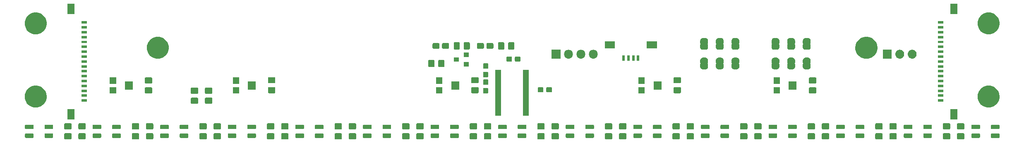
<source format=gbr>
G04 #@! TF.GenerationSoftware,KiCad,Pcbnew,(5.1.2)-2*
G04 #@! TF.CreationDate,2019-07-30T15:23:15+02:00*
G04 #@! TF.ProjectId,sensor_array_15_sensors,73656e73-6f72-45f6-9172-7261795f3135,1*
G04 #@! TF.SameCoordinates,Original*
G04 #@! TF.FileFunction,Soldermask,Top*
G04 #@! TF.FilePolarity,Negative*
%FSLAX46Y46*%
G04 Gerber Fmt 4.6, Leading zero omitted, Abs format (unit mm)*
G04 Created by KiCad (PCBNEW (5.1.2)-2) date 2019-07-30 15:23:15*
%MOMM*%
%LPD*%
G04 APERTURE LIST*
%ADD10C,0.100000*%
G04 APERTURE END LIST*
D10*
G36*
X42188674Y-57503465D02*
G01*
X42226367Y-57514899D01*
X42261103Y-57533466D01*
X42291548Y-57558452D01*
X42316534Y-57588897D01*
X42335101Y-57623633D01*
X42346535Y-57661326D01*
X42351000Y-57706661D01*
X42351000Y-58543339D01*
X42346535Y-58588674D01*
X42335101Y-58626367D01*
X42316534Y-58661103D01*
X42291548Y-58691548D01*
X42261103Y-58716534D01*
X42226367Y-58735101D01*
X42188674Y-58746535D01*
X42143339Y-58751000D01*
X41056661Y-58751000D01*
X41011326Y-58746535D01*
X40973633Y-58735101D01*
X40938897Y-58716534D01*
X40908452Y-58691548D01*
X40883466Y-58661103D01*
X40864899Y-58626367D01*
X40853465Y-58588674D01*
X40849000Y-58543339D01*
X40849000Y-57706661D01*
X40853465Y-57661326D01*
X40864899Y-57623633D01*
X40883466Y-57588897D01*
X40908452Y-57558452D01*
X40938897Y-57533466D01*
X40973633Y-57514899D01*
X41011326Y-57503465D01*
X41056661Y-57499000D01*
X42143339Y-57499000D01*
X42188674Y-57503465D01*
X42188674Y-57503465D01*
G37*
G36*
X180496364Y-57503465D02*
G01*
X180534057Y-57514899D01*
X180568793Y-57533466D01*
X180599238Y-57558452D01*
X180624224Y-57588897D01*
X180642791Y-57623633D01*
X180654225Y-57661326D01*
X180658690Y-57706661D01*
X180658690Y-58543339D01*
X180654225Y-58588674D01*
X180642791Y-58626367D01*
X180624224Y-58661103D01*
X180599238Y-58691548D01*
X180568793Y-58716534D01*
X180534057Y-58735101D01*
X180496364Y-58746535D01*
X180451029Y-58751000D01*
X179364351Y-58751000D01*
X179319016Y-58746535D01*
X179281323Y-58735101D01*
X179246587Y-58716534D01*
X179216142Y-58691548D01*
X179191156Y-58661103D01*
X179172589Y-58626367D01*
X179161155Y-58588674D01*
X179156690Y-58543339D01*
X179156690Y-57706661D01*
X179161155Y-57661326D01*
X179172589Y-57623633D01*
X179191156Y-57588897D01*
X179216142Y-57558452D01*
X179246587Y-57533466D01*
X179281323Y-57514899D01*
X179319016Y-57503465D01*
X179364351Y-57499000D01*
X180451029Y-57499000D01*
X180496364Y-57503465D01*
X180496364Y-57503465D01*
G37*
G36*
X224888674Y-57503465D02*
G01*
X224926367Y-57514899D01*
X224961103Y-57533466D01*
X224991548Y-57558452D01*
X225016534Y-57588897D01*
X225035101Y-57623633D01*
X225046535Y-57661326D01*
X225051000Y-57706661D01*
X225051000Y-58543339D01*
X225046535Y-58588674D01*
X225035101Y-58626367D01*
X225016534Y-58661103D01*
X224991548Y-58691548D01*
X224961103Y-58716534D01*
X224926367Y-58735101D01*
X224888674Y-58746535D01*
X224843339Y-58751000D01*
X223756661Y-58751000D01*
X223711326Y-58746535D01*
X223673633Y-58735101D01*
X223638897Y-58716534D01*
X223608452Y-58691548D01*
X223583466Y-58661103D01*
X223564899Y-58626367D01*
X223553465Y-58588674D01*
X223549000Y-58543339D01*
X223549000Y-57706661D01*
X223553465Y-57661326D01*
X223564899Y-57623633D01*
X223583466Y-57588897D01*
X223608452Y-57558452D01*
X223638897Y-57533466D01*
X223673633Y-57514899D01*
X223711326Y-57503465D01*
X223756661Y-57499000D01*
X224843339Y-57499000D01*
X224888674Y-57503465D01*
X224888674Y-57503465D01*
G37*
G36*
X211057902Y-57503465D02*
G01*
X211095595Y-57514899D01*
X211130331Y-57533466D01*
X211160776Y-57558452D01*
X211185762Y-57588897D01*
X211204329Y-57623633D01*
X211215763Y-57661326D01*
X211220228Y-57706661D01*
X211220228Y-58543339D01*
X211215763Y-58588674D01*
X211204329Y-58626367D01*
X211185762Y-58661103D01*
X211160776Y-58691548D01*
X211130331Y-58716534D01*
X211095595Y-58735101D01*
X211057902Y-58746535D01*
X211012567Y-58751000D01*
X209925889Y-58751000D01*
X209880554Y-58746535D01*
X209842861Y-58735101D01*
X209808125Y-58716534D01*
X209777680Y-58691548D01*
X209752694Y-58661103D01*
X209734127Y-58626367D01*
X209722693Y-58588674D01*
X209718228Y-58543339D01*
X209718228Y-57706661D01*
X209722693Y-57661326D01*
X209734127Y-57623633D01*
X209752694Y-57588897D01*
X209777680Y-57558452D01*
X209808125Y-57533466D01*
X209842861Y-57514899D01*
X209880554Y-57503465D01*
X209925889Y-57499000D01*
X211012567Y-57499000D01*
X211057902Y-57503465D01*
X211057902Y-57503465D01*
G37*
G36*
X197227133Y-57503465D02*
G01*
X197264826Y-57514899D01*
X197299562Y-57533466D01*
X197330007Y-57558452D01*
X197354993Y-57588897D01*
X197373560Y-57623633D01*
X197384994Y-57661326D01*
X197389459Y-57706661D01*
X197389459Y-58543339D01*
X197384994Y-58588674D01*
X197373560Y-58626367D01*
X197354993Y-58661103D01*
X197330007Y-58691548D01*
X197299562Y-58716534D01*
X197264826Y-58735101D01*
X197227133Y-58746535D01*
X197181798Y-58751000D01*
X196095120Y-58751000D01*
X196049785Y-58746535D01*
X196012092Y-58735101D01*
X195977356Y-58716534D01*
X195946911Y-58691548D01*
X195921925Y-58661103D01*
X195903358Y-58626367D01*
X195891924Y-58588674D01*
X195887459Y-58543339D01*
X195887459Y-57706661D01*
X195891924Y-57661326D01*
X195903358Y-57623633D01*
X195921925Y-57588897D01*
X195946911Y-57558452D01*
X195977356Y-57533466D01*
X196012092Y-57514899D01*
X196049785Y-57503465D01*
X196095120Y-57499000D01*
X197181798Y-57499000D01*
X197227133Y-57503465D01*
X197227133Y-57503465D01*
G37*
G36*
X183396364Y-57503465D02*
G01*
X183434057Y-57514899D01*
X183468793Y-57533466D01*
X183499238Y-57558452D01*
X183524224Y-57588897D01*
X183542791Y-57623633D01*
X183554225Y-57661326D01*
X183558690Y-57706661D01*
X183558690Y-58543339D01*
X183554225Y-58588674D01*
X183542791Y-58626367D01*
X183524224Y-58661103D01*
X183499238Y-58691548D01*
X183468793Y-58716534D01*
X183434057Y-58735101D01*
X183396364Y-58746535D01*
X183351029Y-58751000D01*
X182264351Y-58751000D01*
X182219016Y-58746535D01*
X182181323Y-58735101D01*
X182146587Y-58716534D01*
X182116142Y-58691548D01*
X182091156Y-58661103D01*
X182072589Y-58626367D01*
X182061155Y-58588674D01*
X182056690Y-58543339D01*
X182056690Y-57706661D01*
X182061155Y-57661326D01*
X182072589Y-57623633D01*
X182091156Y-57588897D01*
X182116142Y-57558452D01*
X182146587Y-57533466D01*
X182181323Y-57514899D01*
X182219016Y-57503465D01*
X182264351Y-57499000D01*
X183351029Y-57499000D01*
X183396364Y-57503465D01*
X183396364Y-57503465D01*
G37*
G36*
X169565595Y-57503465D02*
G01*
X169603288Y-57514899D01*
X169638024Y-57533466D01*
X169668469Y-57558452D01*
X169693455Y-57588897D01*
X169712022Y-57623633D01*
X169723456Y-57661326D01*
X169727921Y-57706661D01*
X169727921Y-58543339D01*
X169723456Y-58588674D01*
X169712022Y-58626367D01*
X169693455Y-58661103D01*
X169668469Y-58691548D01*
X169638024Y-58716534D01*
X169603288Y-58735101D01*
X169565595Y-58746535D01*
X169520260Y-58751000D01*
X168433582Y-58751000D01*
X168388247Y-58746535D01*
X168350554Y-58735101D01*
X168315818Y-58716534D01*
X168285373Y-58691548D01*
X168260387Y-58661103D01*
X168241820Y-58626367D01*
X168230386Y-58588674D01*
X168225921Y-58543339D01*
X168225921Y-57706661D01*
X168230386Y-57661326D01*
X168241820Y-57623633D01*
X168260387Y-57588897D01*
X168285373Y-57558452D01*
X168315818Y-57533466D01*
X168350554Y-57514899D01*
X168388247Y-57503465D01*
X168433582Y-57499000D01*
X169520260Y-57499000D01*
X169565595Y-57503465D01*
X169565595Y-57503465D01*
G37*
G36*
X155734826Y-57503465D02*
G01*
X155772519Y-57514899D01*
X155807255Y-57533466D01*
X155837700Y-57558452D01*
X155862686Y-57588897D01*
X155881253Y-57623633D01*
X155892687Y-57661326D01*
X155897152Y-57706661D01*
X155897152Y-58543339D01*
X155892687Y-58588674D01*
X155881253Y-58626367D01*
X155862686Y-58661103D01*
X155837700Y-58691548D01*
X155807255Y-58716534D01*
X155772519Y-58735101D01*
X155734826Y-58746535D01*
X155689491Y-58751000D01*
X154602813Y-58751000D01*
X154557478Y-58746535D01*
X154519785Y-58735101D01*
X154485049Y-58716534D01*
X154454604Y-58691548D01*
X154429618Y-58661103D01*
X154411051Y-58626367D01*
X154399617Y-58588674D01*
X154395152Y-58543339D01*
X154395152Y-57706661D01*
X154399617Y-57661326D01*
X154411051Y-57623633D01*
X154429618Y-57588897D01*
X154454604Y-57558452D01*
X154485049Y-57533466D01*
X154519785Y-57514899D01*
X154557478Y-57503465D01*
X154602813Y-57499000D01*
X155689491Y-57499000D01*
X155734826Y-57503465D01*
X155734826Y-57503465D01*
G37*
G36*
X141904057Y-57503465D02*
G01*
X141941750Y-57514899D01*
X141976486Y-57533466D01*
X142006931Y-57558452D01*
X142031917Y-57588897D01*
X142050484Y-57623633D01*
X142061918Y-57661326D01*
X142066383Y-57706661D01*
X142066383Y-58543339D01*
X142061918Y-58588674D01*
X142050484Y-58626367D01*
X142031917Y-58661103D01*
X142006931Y-58691548D01*
X141976486Y-58716534D01*
X141941750Y-58735101D01*
X141904057Y-58746535D01*
X141858722Y-58751000D01*
X140772044Y-58751000D01*
X140726709Y-58746535D01*
X140689016Y-58735101D01*
X140654280Y-58716534D01*
X140623835Y-58691548D01*
X140598849Y-58661103D01*
X140580282Y-58626367D01*
X140568848Y-58588674D01*
X140564383Y-58543339D01*
X140564383Y-57706661D01*
X140568848Y-57661326D01*
X140580282Y-57623633D01*
X140598849Y-57588897D01*
X140623835Y-57558452D01*
X140654280Y-57533466D01*
X140689016Y-57514899D01*
X140726709Y-57503465D01*
X140772044Y-57499000D01*
X141858722Y-57499000D01*
X141904057Y-57503465D01*
X141904057Y-57503465D01*
G37*
G36*
X128073288Y-57503465D02*
G01*
X128110981Y-57514899D01*
X128145717Y-57533466D01*
X128176162Y-57558452D01*
X128201148Y-57588897D01*
X128219715Y-57623633D01*
X128231149Y-57661326D01*
X128235614Y-57706661D01*
X128235614Y-58543339D01*
X128231149Y-58588674D01*
X128219715Y-58626367D01*
X128201148Y-58661103D01*
X128176162Y-58691548D01*
X128145717Y-58716534D01*
X128110981Y-58735101D01*
X128073288Y-58746535D01*
X128027953Y-58751000D01*
X126941275Y-58751000D01*
X126895940Y-58746535D01*
X126858247Y-58735101D01*
X126823511Y-58716534D01*
X126793066Y-58691548D01*
X126768080Y-58661103D01*
X126749513Y-58626367D01*
X126738079Y-58588674D01*
X126733614Y-58543339D01*
X126733614Y-57706661D01*
X126738079Y-57661326D01*
X126749513Y-57623633D01*
X126768080Y-57588897D01*
X126793066Y-57558452D01*
X126823511Y-57533466D01*
X126858247Y-57514899D01*
X126895940Y-57503465D01*
X126941275Y-57499000D01*
X128027953Y-57499000D01*
X128073288Y-57503465D01*
X128073288Y-57503465D01*
G37*
G36*
X114242519Y-57503465D02*
G01*
X114280212Y-57514899D01*
X114314948Y-57533466D01*
X114345393Y-57558452D01*
X114370379Y-57588897D01*
X114388946Y-57623633D01*
X114400380Y-57661326D01*
X114404845Y-57706661D01*
X114404845Y-58543339D01*
X114400380Y-58588674D01*
X114388946Y-58626367D01*
X114370379Y-58661103D01*
X114345393Y-58691548D01*
X114314948Y-58716534D01*
X114280212Y-58735101D01*
X114242519Y-58746535D01*
X114197184Y-58751000D01*
X113110506Y-58751000D01*
X113065171Y-58746535D01*
X113027478Y-58735101D01*
X112992742Y-58716534D01*
X112962297Y-58691548D01*
X112937311Y-58661103D01*
X112918744Y-58626367D01*
X112907310Y-58588674D01*
X112902845Y-58543339D01*
X112902845Y-57706661D01*
X112907310Y-57661326D01*
X112918744Y-57623633D01*
X112937311Y-57588897D01*
X112962297Y-57558452D01*
X112992742Y-57533466D01*
X113027478Y-57514899D01*
X113065171Y-57503465D01*
X113110506Y-57499000D01*
X114197184Y-57499000D01*
X114242519Y-57503465D01*
X114242519Y-57503465D01*
G37*
G36*
X100411750Y-57503465D02*
G01*
X100449443Y-57514899D01*
X100484179Y-57533466D01*
X100514624Y-57558452D01*
X100539610Y-57588897D01*
X100558177Y-57623633D01*
X100569611Y-57661326D01*
X100574076Y-57706661D01*
X100574076Y-58543339D01*
X100569611Y-58588674D01*
X100558177Y-58626367D01*
X100539610Y-58661103D01*
X100514624Y-58691548D01*
X100484179Y-58716534D01*
X100449443Y-58735101D01*
X100411750Y-58746535D01*
X100366415Y-58751000D01*
X99279737Y-58751000D01*
X99234402Y-58746535D01*
X99196709Y-58735101D01*
X99161973Y-58716534D01*
X99131528Y-58691548D01*
X99106542Y-58661103D01*
X99087975Y-58626367D01*
X99076541Y-58588674D01*
X99072076Y-58543339D01*
X99072076Y-57706661D01*
X99076541Y-57661326D01*
X99087975Y-57623633D01*
X99106542Y-57588897D01*
X99131528Y-57558452D01*
X99161973Y-57533466D01*
X99196709Y-57514899D01*
X99234402Y-57503465D01*
X99279737Y-57499000D01*
X100366415Y-57499000D01*
X100411750Y-57503465D01*
X100411750Y-57503465D01*
G37*
G36*
X208157902Y-57503465D02*
G01*
X208195595Y-57514899D01*
X208230331Y-57533466D01*
X208260776Y-57558452D01*
X208285762Y-57588897D01*
X208304329Y-57623633D01*
X208315763Y-57661326D01*
X208320228Y-57706661D01*
X208320228Y-58543339D01*
X208315763Y-58588674D01*
X208304329Y-58626367D01*
X208285762Y-58661103D01*
X208260776Y-58691548D01*
X208230331Y-58716534D01*
X208195595Y-58735101D01*
X208157902Y-58746535D01*
X208112567Y-58751000D01*
X207025889Y-58751000D01*
X206980554Y-58746535D01*
X206942861Y-58735101D01*
X206908125Y-58716534D01*
X206877680Y-58691548D01*
X206852694Y-58661103D01*
X206834127Y-58626367D01*
X206822693Y-58588674D01*
X206818228Y-58543339D01*
X206818228Y-57706661D01*
X206822693Y-57661326D01*
X206834127Y-57623633D01*
X206852694Y-57588897D01*
X206877680Y-57558452D01*
X206908125Y-57533466D01*
X206942861Y-57514899D01*
X206980554Y-57503465D01*
X207025889Y-57499000D01*
X208112567Y-57499000D01*
X208157902Y-57503465D01*
X208157902Y-57503465D01*
G37*
G36*
X194327133Y-57503465D02*
G01*
X194364826Y-57514899D01*
X194399562Y-57533466D01*
X194430007Y-57558452D01*
X194454993Y-57588897D01*
X194473560Y-57623633D01*
X194484994Y-57661326D01*
X194489459Y-57706661D01*
X194489459Y-58543339D01*
X194484994Y-58588674D01*
X194473560Y-58626367D01*
X194454993Y-58661103D01*
X194430007Y-58691548D01*
X194399562Y-58716534D01*
X194364826Y-58735101D01*
X194327133Y-58746535D01*
X194281798Y-58751000D01*
X193195120Y-58751000D01*
X193149785Y-58746535D01*
X193112092Y-58735101D01*
X193077356Y-58716534D01*
X193046911Y-58691548D01*
X193021925Y-58661103D01*
X193003358Y-58626367D01*
X192991924Y-58588674D01*
X192987459Y-58543339D01*
X192987459Y-57706661D01*
X192991924Y-57661326D01*
X193003358Y-57623633D01*
X193021925Y-57588897D01*
X193046911Y-57558452D01*
X193077356Y-57533466D01*
X193112092Y-57514899D01*
X193149785Y-57503465D01*
X193195120Y-57499000D01*
X194281798Y-57499000D01*
X194327133Y-57503465D01*
X194327133Y-57503465D01*
G37*
G36*
X221988674Y-57503465D02*
G01*
X222026367Y-57514899D01*
X222061103Y-57533466D01*
X222091548Y-57558452D01*
X222116534Y-57588897D01*
X222135101Y-57623633D01*
X222146535Y-57661326D01*
X222151000Y-57706661D01*
X222151000Y-58543339D01*
X222146535Y-58588674D01*
X222135101Y-58626367D01*
X222116534Y-58661103D01*
X222091548Y-58691548D01*
X222061103Y-58716534D01*
X222026367Y-58735101D01*
X221988674Y-58746535D01*
X221943339Y-58751000D01*
X220856661Y-58751000D01*
X220811326Y-58746535D01*
X220773633Y-58735101D01*
X220738897Y-58716534D01*
X220708452Y-58691548D01*
X220683466Y-58661103D01*
X220664899Y-58626367D01*
X220653465Y-58588674D01*
X220649000Y-58543339D01*
X220649000Y-57706661D01*
X220653465Y-57661326D01*
X220664899Y-57623633D01*
X220683466Y-57588897D01*
X220708452Y-57558452D01*
X220738897Y-57533466D01*
X220773633Y-57514899D01*
X220811326Y-57503465D01*
X220856661Y-57499000D01*
X221943339Y-57499000D01*
X221988674Y-57503465D01*
X221988674Y-57503465D01*
G37*
G36*
X152834826Y-57503465D02*
G01*
X152872519Y-57514899D01*
X152907255Y-57533466D01*
X152937700Y-57558452D01*
X152962686Y-57588897D01*
X152981253Y-57623633D01*
X152992687Y-57661326D01*
X152997152Y-57706661D01*
X152997152Y-58543339D01*
X152992687Y-58588674D01*
X152981253Y-58626367D01*
X152962686Y-58661103D01*
X152937700Y-58691548D01*
X152907255Y-58716534D01*
X152872519Y-58735101D01*
X152834826Y-58746535D01*
X152789491Y-58751000D01*
X151702813Y-58751000D01*
X151657478Y-58746535D01*
X151619785Y-58735101D01*
X151585049Y-58716534D01*
X151554604Y-58691548D01*
X151529618Y-58661103D01*
X151511051Y-58626367D01*
X151499617Y-58588674D01*
X151495152Y-58543339D01*
X151495152Y-57706661D01*
X151499617Y-57661326D01*
X151511051Y-57623633D01*
X151529618Y-57588897D01*
X151554604Y-57558452D01*
X151585049Y-57533466D01*
X151619785Y-57514899D01*
X151657478Y-57503465D01*
X151702813Y-57499000D01*
X152789491Y-57499000D01*
X152834826Y-57503465D01*
X152834826Y-57503465D01*
G37*
G36*
X166665595Y-57503465D02*
G01*
X166703288Y-57514899D01*
X166738024Y-57533466D01*
X166768469Y-57558452D01*
X166793455Y-57588897D01*
X166812022Y-57623633D01*
X166823456Y-57661326D01*
X166827921Y-57706661D01*
X166827921Y-58543339D01*
X166823456Y-58588674D01*
X166812022Y-58626367D01*
X166793455Y-58661103D01*
X166768469Y-58691548D01*
X166738024Y-58716534D01*
X166703288Y-58735101D01*
X166665595Y-58746535D01*
X166620260Y-58751000D01*
X165533582Y-58751000D01*
X165488247Y-58746535D01*
X165450554Y-58735101D01*
X165415818Y-58716534D01*
X165385373Y-58691548D01*
X165360387Y-58661103D01*
X165341820Y-58626367D01*
X165330386Y-58588674D01*
X165325921Y-58543339D01*
X165325921Y-57706661D01*
X165330386Y-57661326D01*
X165341820Y-57623633D01*
X165360387Y-57588897D01*
X165385373Y-57558452D01*
X165415818Y-57533466D01*
X165450554Y-57514899D01*
X165488247Y-57503465D01*
X165533582Y-57499000D01*
X166620260Y-57499000D01*
X166665595Y-57503465D01*
X166665595Y-57503465D01*
G37*
G36*
X56019443Y-57503465D02*
G01*
X56057136Y-57514899D01*
X56091872Y-57533466D01*
X56122317Y-57558452D01*
X56147303Y-57588897D01*
X56165870Y-57623633D01*
X56177304Y-57661326D01*
X56181769Y-57706661D01*
X56181769Y-58543339D01*
X56177304Y-58588674D01*
X56165870Y-58626367D01*
X56147303Y-58661103D01*
X56122317Y-58691548D01*
X56091872Y-58716534D01*
X56057136Y-58735101D01*
X56019443Y-58746535D01*
X55974108Y-58751000D01*
X54887430Y-58751000D01*
X54842095Y-58746535D01*
X54804402Y-58735101D01*
X54769666Y-58716534D01*
X54739221Y-58691548D01*
X54714235Y-58661103D01*
X54695668Y-58626367D01*
X54684234Y-58588674D01*
X54679769Y-58543339D01*
X54679769Y-57706661D01*
X54684234Y-57661326D01*
X54695668Y-57623633D01*
X54714235Y-57588897D01*
X54739221Y-57558452D01*
X54769666Y-57533466D01*
X54804402Y-57514899D01*
X54842095Y-57503465D01*
X54887430Y-57499000D01*
X55974108Y-57499000D01*
X56019443Y-57503465D01*
X56019443Y-57503465D01*
G37*
G36*
X69850212Y-57503465D02*
G01*
X69887905Y-57514899D01*
X69922641Y-57533466D01*
X69953086Y-57558452D01*
X69978072Y-57588897D01*
X69996639Y-57623633D01*
X70008073Y-57661326D01*
X70012538Y-57706661D01*
X70012538Y-58543339D01*
X70008073Y-58588674D01*
X69996639Y-58626367D01*
X69978072Y-58661103D01*
X69953086Y-58691548D01*
X69922641Y-58716534D01*
X69887905Y-58735101D01*
X69850212Y-58746535D01*
X69804877Y-58751000D01*
X68718199Y-58751000D01*
X68672864Y-58746535D01*
X68635171Y-58735101D01*
X68600435Y-58716534D01*
X68569990Y-58691548D01*
X68545004Y-58661103D01*
X68526437Y-58626367D01*
X68515003Y-58588674D01*
X68510538Y-58543339D01*
X68510538Y-57706661D01*
X68515003Y-57661326D01*
X68526437Y-57623633D01*
X68545004Y-57588897D01*
X68569990Y-57558452D01*
X68600435Y-57533466D01*
X68635171Y-57514899D01*
X68672864Y-57503465D01*
X68718199Y-57499000D01*
X69804877Y-57499000D01*
X69850212Y-57503465D01*
X69850212Y-57503465D01*
G37*
G36*
X83680981Y-57503465D02*
G01*
X83718674Y-57514899D01*
X83753410Y-57533466D01*
X83783855Y-57558452D01*
X83808841Y-57588897D01*
X83827408Y-57623633D01*
X83838842Y-57661326D01*
X83843307Y-57706661D01*
X83843307Y-58543339D01*
X83838842Y-58588674D01*
X83827408Y-58626367D01*
X83808841Y-58661103D01*
X83783855Y-58691548D01*
X83753410Y-58716534D01*
X83718674Y-58735101D01*
X83680981Y-58746535D01*
X83635646Y-58751000D01*
X82548968Y-58751000D01*
X82503633Y-58746535D01*
X82465940Y-58735101D01*
X82431204Y-58716534D01*
X82400759Y-58691548D01*
X82375773Y-58661103D01*
X82357206Y-58626367D01*
X82345772Y-58588674D01*
X82341307Y-58543339D01*
X82341307Y-57706661D01*
X82345772Y-57661326D01*
X82357206Y-57623633D01*
X82375773Y-57588897D01*
X82400759Y-57558452D01*
X82431204Y-57533466D01*
X82465940Y-57514899D01*
X82503633Y-57503465D01*
X82548968Y-57499000D01*
X83635646Y-57499000D01*
X83680981Y-57503465D01*
X83680981Y-57503465D01*
G37*
G36*
X45088674Y-57503465D02*
G01*
X45126367Y-57514899D01*
X45161103Y-57533466D01*
X45191548Y-57558452D01*
X45216534Y-57588897D01*
X45235101Y-57623633D01*
X45246535Y-57661326D01*
X45251000Y-57706661D01*
X45251000Y-58543339D01*
X45246535Y-58588674D01*
X45235101Y-58626367D01*
X45216534Y-58661103D01*
X45191548Y-58691548D01*
X45161103Y-58716534D01*
X45126367Y-58735101D01*
X45088674Y-58746535D01*
X45043339Y-58751000D01*
X43956661Y-58751000D01*
X43911326Y-58746535D01*
X43873633Y-58735101D01*
X43838897Y-58716534D01*
X43808452Y-58691548D01*
X43783466Y-58661103D01*
X43764899Y-58626367D01*
X43753465Y-58588674D01*
X43749000Y-58543339D01*
X43749000Y-57706661D01*
X43753465Y-57661326D01*
X43764899Y-57623633D01*
X43783466Y-57588897D01*
X43808452Y-57558452D01*
X43838897Y-57533466D01*
X43873633Y-57514899D01*
X43911326Y-57503465D01*
X43956661Y-57499000D01*
X45043339Y-57499000D01*
X45088674Y-57503465D01*
X45088674Y-57503465D01*
G37*
G36*
X58919443Y-57503465D02*
G01*
X58957136Y-57514899D01*
X58991872Y-57533466D01*
X59022317Y-57558452D01*
X59047303Y-57588897D01*
X59065870Y-57623633D01*
X59077304Y-57661326D01*
X59081769Y-57706661D01*
X59081769Y-58543339D01*
X59077304Y-58588674D01*
X59065870Y-58626367D01*
X59047303Y-58661103D01*
X59022317Y-58691548D01*
X58991872Y-58716534D01*
X58957136Y-58735101D01*
X58919443Y-58746535D01*
X58874108Y-58751000D01*
X57787430Y-58751000D01*
X57742095Y-58746535D01*
X57704402Y-58735101D01*
X57669666Y-58716534D01*
X57639221Y-58691548D01*
X57614235Y-58661103D01*
X57595668Y-58626367D01*
X57584234Y-58588674D01*
X57579769Y-58543339D01*
X57579769Y-57706661D01*
X57584234Y-57661326D01*
X57595668Y-57623633D01*
X57614235Y-57588897D01*
X57639221Y-57558452D01*
X57669666Y-57533466D01*
X57704402Y-57514899D01*
X57742095Y-57503465D01*
X57787430Y-57499000D01*
X58874108Y-57499000D01*
X58919443Y-57503465D01*
X58919443Y-57503465D01*
G37*
G36*
X72750212Y-57503465D02*
G01*
X72787905Y-57514899D01*
X72822641Y-57533466D01*
X72853086Y-57558452D01*
X72878072Y-57588897D01*
X72896639Y-57623633D01*
X72908073Y-57661326D01*
X72912538Y-57706661D01*
X72912538Y-58543339D01*
X72908073Y-58588674D01*
X72896639Y-58626367D01*
X72878072Y-58661103D01*
X72853086Y-58691548D01*
X72822641Y-58716534D01*
X72787905Y-58735101D01*
X72750212Y-58746535D01*
X72704877Y-58751000D01*
X71618199Y-58751000D01*
X71572864Y-58746535D01*
X71535171Y-58735101D01*
X71500435Y-58716534D01*
X71469990Y-58691548D01*
X71445004Y-58661103D01*
X71426437Y-58626367D01*
X71415003Y-58588674D01*
X71410538Y-58543339D01*
X71410538Y-57706661D01*
X71415003Y-57661326D01*
X71426437Y-57623633D01*
X71445004Y-57588897D01*
X71469990Y-57558452D01*
X71500435Y-57533466D01*
X71535171Y-57514899D01*
X71572864Y-57503465D01*
X71618199Y-57499000D01*
X72704877Y-57499000D01*
X72750212Y-57503465D01*
X72750212Y-57503465D01*
G37*
G36*
X86580981Y-57503465D02*
G01*
X86618674Y-57514899D01*
X86653410Y-57533466D01*
X86683855Y-57558452D01*
X86708841Y-57588897D01*
X86727408Y-57623633D01*
X86738842Y-57661326D01*
X86743307Y-57706661D01*
X86743307Y-58543339D01*
X86738842Y-58588674D01*
X86727408Y-58626367D01*
X86708841Y-58661103D01*
X86683855Y-58691548D01*
X86653410Y-58716534D01*
X86618674Y-58735101D01*
X86580981Y-58746535D01*
X86535646Y-58751000D01*
X85448968Y-58751000D01*
X85403633Y-58746535D01*
X85365940Y-58735101D01*
X85331204Y-58716534D01*
X85300759Y-58691548D01*
X85275773Y-58661103D01*
X85257206Y-58626367D01*
X85245772Y-58588674D01*
X85241307Y-58543339D01*
X85241307Y-57706661D01*
X85245772Y-57661326D01*
X85257206Y-57623633D01*
X85275773Y-57588897D01*
X85300759Y-57558452D01*
X85331204Y-57533466D01*
X85365940Y-57514899D01*
X85403633Y-57503465D01*
X85448968Y-57499000D01*
X86535646Y-57499000D01*
X86580981Y-57503465D01*
X86580981Y-57503465D01*
G37*
G36*
X97511750Y-57503465D02*
G01*
X97549443Y-57514899D01*
X97584179Y-57533466D01*
X97614624Y-57558452D01*
X97639610Y-57588897D01*
X97658177Y-57623633D01*
X97669611Y-57661326D01*
X97674076Y-57706661D01*
X97674076Y-58543339D01*
X97669611Y-58588674D01*
X97658177Y-58626367D01*
X97639610Y-58661103D01*
X97614624Y-58691548D01*
X97584179Y-58716534D01*
X97549443Y-58735101D01*
X97511750Y-58746535D01*
X97466415Y-58751000D01*
X96379737Y-58751000D01*
X96334402Y-58746535D01*
X96296709Y-58735101D01*
X96261973Y-58716534D01*
X96231528Y-58691548D01*
X96206542Y-58661103D01*
X96187975Y-58626367D01*
X96176541Y-58588674D01*
X96172076Y-58543339D01*
X96172076Y-57706661D01*
X96176541Y-57661326D01*
X96187975Y-57623633D01*
X96206542Y-57588897D01*
X96231528Y-57558452D01*
X96261973Y-57533466D01*
X96296709Y-57514899D01*
X96334402Y-57503465D01*
X96379737Y-57499000D01*
X97466415Y-57499000D01*
X97511750Y-57503465D01*
X97511750Y-57503465D01*
G37*
G36*
X111342519Y-57503465D02*
G01*
X111380212Y-57514899D01*
X111414948Y-57533466D01*
X111445393Y-57558452D01*
X111470379Y-57588897D01*
X111488946Y-57623633D01*
X111500380Y-57661326D01*
X111504845Y-57706661D01*
X111504845Y-58543339D01*
X111500380Y-58588674D01*
X111488946Y-58626367D01*
X111470379Y-58661103D01*
X111445393Y-58691548D01*
X111414948Y-58716534D01*
X111380212Y-58735101D01*
X111342519Y-58746535D01*
X111297184Y-58751000D01*
X110210506Y-58751000D01*
X110165171Y-58746535D01*
X110127478Y-58735101D01*
X110092742Y-58716534D01*
X110062297Y-58691548D01*
X110037311Y-58661103D01*
X110018744Y-58626367D01*
X110007310Y-58588674D01*
X110002845Y-58543339D01*
X110002845Y-57706661D01*
X110007310Y-57661326D01*
X110018744Y-57623633D01*
X110037311Y-57588897D01*
X110062297Y-57558452D01*
X110092742Y-57533466D01*
X110127478Y-57514899D01*
X110165171Y-57503465D01*
X110210506Y-57499000D01*
X111297184Y-57499000D01*
X111342519Y-57503465D01*
X111342519Y-57503465D01*
G37*
G36*
X125173288Y-57503465D02*
G01*
X125210981Y-57514899D01*
X125245717Y-57533466D01*
X125276162Y-57558452D01*
X125301148Y-57588897D01*
X125319715Y-57623633D01*
X125331149Y-57661326D01*
X125335614Y-57706661D01*
X125335614Y-58543339D01*
X125331149Y-58588674D01*
X125319715Y-58626367D01*
X125301148Y-58661103D01*
X125276162Y-58691548D01*
X125245717Y-58716534D01*
X125210981Y-58735101D01*
X125173288Y-58746535D01*
X125127953Y-58751000D01*
X124041275Y-58751000D01*
X123995940Y-58746535D01*
X123958247Y-58735101D01*
X123923511Y-58716534D01*
X123893066Y-58691548D01*
X123868080Y-58661103D01*
X123849513Y-58626367D01*
X123838079Y-58588674D01*
X123833614Y-58543339D01*
X123833614Y-57706661D01*
X123838079Y-57661326D01*
X123849513Y-57623633D01*
X123868080Y-57588897D01*
X123893066Y-57558452D01*
X123923511Y-57533466D01*
X123958247Y-57514899D01*
X123995940Y-57503465D01*
X124041275Y-57499000D01*
X125127953Y-57499000D01*
X125173288Y-57503465D01*
X125173288Y-57503465D01*
G37*
G36*
X139004057Y-57503465D02*
G01*
X139041750Y-57514899D01*
X139076486Y-57533466D01*
X139106931Y-57558452D01*
X139131917Y-57588897D01*
X139150484Y-57623633D01*
X139161918Y-57661326D01*
X139166383Y-57706661D01*
X139166383Y-58543339D01*
X139161918Y-58588674D01*
X139150484Y-58626367D01*
X139131917Y-58661103D01*
X139106931Y-58691548D01*
X139076486Y-58716534D01*
X139041750Y-58735101D01*
X139004057Y-58746535D01*
X138958722Y-58751000D01*
X137872044Y-58751000D01*
X137826709Y-58746535D01*
X137789016Y-58735101D01*
X137754280Y-58716534D01*
X137723835Y-58691548D01*
X137698849Y-58661103D01*
X137680282Y-58626367D01*
X137668848Y-58588674D01*
X137664383Y-58543339D01*
X137664383Y-57706661D01*
X137668848Y-57661326D01*
X137680282Y-57623633D01*
X137698849Y-57588897D01*
X137723835Y-57558452D01*
X137754280Y-57533466D01*
X137789016Y-57514899D01*
X137826709Y-57503465D01*
X137872044Y-57499000D01*
X138958722Y-57499000D01*
X139004057Y-57503465D01*
X139004057Y-57503465D01*
G37*
G36*
X62118361Y-57557677D02*
G01*
X62148359Y-57566777D01*
X62175999Y-57581551D01*
X62200230Y-57601437D01*
X62220116Y-57625668D01*
X62234890Y-57653308D01*
X62243990Y-57683306D01*
X62247667Y-57720641D01*
X62247667Y-58279359D01*
X62243990Y-58316694D01*
X62234890Y-58346692D01*
X62220116Y-58374332D01*
X62200230Y-58398563D01*
X62175999Y-58418449D01*
X62148359Y-58433223D01*
X62118361Y-58442323D01*
X62081026Y-58446000D01*
X60652308Y-58446000D01*
X60614973Y-58442323D01*
X60584975Y-58433223D01*
X60557335Y-58418449D01*
X60533104Y-58398563D01*
X60513218Y-58374332D01*
X60498444Y-58346692D01*
X60489344Y-58316694D01*
X60485667Y-58279359D01*
X60485667Y-57720641D01*
X60489344Y-57683306D01*
X60498444Y-57653308D01*
X60513218Y-57625668D01*
X60533104Y-57601437D01*
X60557335Y-57581551D01*
X60584975Y-57566777D01*
X60614973Y-57557677D01*
X60652308Y-57554000D01*
X62081026Y-57554000D01*
X62118361Y-57557677D01*
X62118361Y-57557677D01*
G37*
G36*
X66118361Y-57557677D02*
G01*
X66148359Y-57566777D01*
X66175999Y-57581551D01*
X66200230Y-57601437D01*
X66220116Y-57625668D01*
X66234890Y-57653308D01*
X66243990Y-57683306D01*
X66247667Y-57720641D01*
X66247667Y-58279359D01*
X66243990Y-58316694D01*
X66234890Y-58346692D01*
X66220116Y-58374332D01*
X66200230Y-58398563D01*
X66175999Y-58418449D01*
X66148359Y-58433223D01*
X66118361Y-58442323D01*
X66081026Y-58446000D01*
X64652308Y-58446000D01*
X64614973Y-58442323D01*
X64584975Y-58433223D01*
X64557335Y-58418449D01*
X64533104Y-58398563D01*
X64513218Y-58374332D01*
X64498444Y-58346692D01*
X64489344Y-58316694D01*
X64485667Y-58279359D01*
X64485667Y-57720641D01*
X64489344Y-57683306D01*
X64498444Y-57653308D01*
X64513218Y-57625668D01*
X64533104Y-57601437D01*
X64557335Y-57581551D01*
X64584975Y-57566777D01*
X64614973Y-57557677D01*
X64652308Y-57554000D01*
X66081026Y-57554000D01*
X66118361Y-57557677D01*
X66118361Y-57557677D01*
G37*
G36*
X145118361Y-57557677D02*
G01*
X145148359Y-57566777D01*
X145175999Y-57581551D01*
X145200230Y-57601437D01*
X145220116Y-57625668D01*
X145234890Y-57653308D01*
X145243990Y-57683306D01*
X145247667Y-57720641D01*
X145247667Y-58279359D01*
X145243990Y-58316694D01*
X145234890Y-58346692D01*
X145220116Y-58374332D01*
X145200230Y-58398563D01*
X145175999Y-58418449D01*
X145148359Y-58433223D01*
X145118361Y-58442323D01*
X145081026Y-58446000D01*
X143652308Y-58446000D01*
X143614973Y-58442323D01*
X143584975Y-58433223D01*
X143557335Y-58418449D01*
X143533104Y-58398563D01*
X143513218Y-58374332D01*
X143498444Y-58346692D01*
X143489344Y-58316694D01*
X143485667Y-58279359D01*
X143485667Y-57720641D01*
X143489344Y-57683306D01*
X143498444Y-57653308D01*
X143513218Y-57625668D01*
X143533104Y-57601437D01*
X143557335Y-57581551D01*
X143584975Y-57566777D01*
X143614973Y-57557677D01*
X143652308Y-57554000D01*
X145081026Y-57554000D01*
X145118361Y-57557677D01*
X145118361Y-57557677D01*
G37*
G36*
X131285027Y-57557677D02*
G01*
X131315025Y-57566777D01*
X131342665Y-57581551D01*
X131366896Y-57601437D01*
X131386782Y-57625668D01*
X131401556Y-57653308D01*
X131410656Y-57683306D01*
X131414333Y-57720641D01*
X131414333Y-58279359D01*
X131410656Y-58316694D01*
X131401556Y-58346692D01*
X131386782Y-58374332D01*
X131366896Y-58398563D01*
X131342665Y-58418449D01*
X131315025Y-58433223D01*
X131285027Y-58442323D01*
X131247692Y-58446000D01*
X129818974Y-58446000D01*
X129781639Y-58442323D01*
X129751641Y-58433223D01*
X129724001Y-58418449D01*
X129699770Y-58398563D01*
X129679884Y-58374332D01*
X129665110Y-58346692D01*
X129656010Y-58316694D01*
X129652333Y-58279359D01*
X129652333Y-57720641D01*
X129656010Y-57683306D01*
X129665110Y-57653308D01*
X129679884Y-57625668D01*
X129699770Y-57601437D01*
X129724001Y-57581551D01*
X129751641Y-57566777D01*
X129781639Y-57557677D01*
X129818974Y-57554000D01*
X131247692Y-57554000D01*
X131285027Y-57557677D01*
X131285027Y-57557677D01*
G37*
G36*
X149118361Y-57557677D02*
G01*
X149148359Y-57566777D01*
X149175999Y-57581551D01*
X149200230Y-57601437D01*
X149220116Y-57625668D01*
X149234890Y-57653308D01*
X149243990Y-57683306D01*
X149247667Y-57720641D01*
X149247667Y-58279359D01*
X149243990Y-58316694D01*
X149234890Y-58346692D01*
X149220116Y-58374332D01*
X149200230Y-58398563D01*
X149175999Y-58418449D01*
X149148359Y-58433223D01*
X149118361Y-58442323D01*
X149081026Y-58446000D01*
X147652308Y-58446000D01*
X147614973Y-58442323D01*
X147584975Y-58433223D01*
X147557335Y-58418449D01*
X147533104Y-58398563D01*
X147513218Y-58374332D01*
X147498444Y-58346692D01*
X147489344Y-58316694D01*
X147485667Y-58279359D01*
X147485667Y-57720641D01*
X147489344Y-57683306D01*
X147498444Y-57653308D01*
X147513218Y-57625668D01*
X147533104Y-57601437D01*
X147557335Y-57581551D01*
X147584975Y-57566777D01*
X147614973Y-57557677D01*
X147652308Y-57554000D01*
X149081026Y-57554000D01*
X149118361Y-57557677D01*
X149118361Y-57557677D01*
G37*
G36*
X158951694Y-57557677D02*
G01*
X158981692Y-57566777D01*
X159009332Y-57581551D01*
X159033563Y-57601437D01*
X159053449Y-57625668D01*
X159068223Y-57653308D01*
X159077323Y-57683306D01*
X159081000Y-57720641D01*
X159081000Y-58279359D01*
X159077323Y-58316694D01*
X159068223Y-58346692D01*
X159053449Y-58374332D01*
X159033563Y-58398563D01*
X159009332Y-58418449D01*
X158981692Y-58433223D01*
X158951694Y-58442323D01*
X158914359Y-58446000D01*
X157485641Y-58446000D01*
X157448306Y-58442323D01*
X157418308Y-58433223D01*
X157390668Y-58418449D01*
X157366437Y-58398563D01*
X157346551Y-58374332D01*
X157331777Y-58346692D01*
X157322677Y-58316694D01*
X157319000Y-58279359D01*
X157319000Y-57720641D01*
X157322677Y-57683306D01*
X157331777Y-57653308D01*
X157346551Y-57625668D01*
X157366437Y-57601437D01*
X157390668Y-57581551D01*
X157418308Y-57566777D01*
X157448306Y-57557677D01*
X157485641Y-57554000D01*
X158914359Y-57554000D01*
X158951694Y-57557677D01*
X158951694Y-57557677D01*
G37*
G36*
X162951694Y-57557677D02*
G01*
X162981692Y-57566777D01*
X163009332Y-57581551D01*
X163033563Y-57601437D01*
X163053449Y-57625668D01*
X163068223Y-57653308D01*
X163077323Y-57683306D01*
X163081000Y-57720641D01*
X163081000Y-58279359D01*
X163077323Y-58316694D01*
X163068223Y-58346692D01*
X163053449Y-58374332D01*
X163033563Y-58398563D01*
X163009332Y-58418449D01*
X162981692Y-58433223D01*
X162951694Y-58442323D01*
X162914359Y-58446000D01*
X161485641Y-58446000D01*
X161448306Y-58442323D01*
X161418308Y-58433223D01*
X161390668Y-58418449D01*
X161366437Y-58398563D01*
X161346551Y-58374332D01*
X161331777Y-58346692D01*
X161322677Y-58316694D01*
X161319000Y-58279359D01*
X161319000Y-57720641D01*
X161322677Y-57683306D01*
X161331777Y-57653308D01*
X161346551Y-57625668D01*
X161366437Y-57601437D01*
X161390668Y-57581551D01*
X161418308Y-57566777D01*
X161448306Y-57557677D01*
X161485641Y-57554000D01*
X162914359Y-57554000D01*
X162951694Y-57557677D01*
X162951694Y-57557677D01*
G37*
G36*
X172785027Y-57557677D02*
G01*
X172815025Y-57566777D01*
X172842665Y-57581551D01*
X172866896Y-57601437D01*
X172886782Y-57625668D01*
X172901556Y-57653308D01*
X172910656Y-57683306D01*
X172914333Y-57720641D01*
X172914333Y-58279359D01*
X172910656Y-58316694D01*
X172901556Y-58346692D01*
X172886782Y-58374332D01*
X172866896Y-58398563D01*
X172842665Y-58418449D01*
X172815025Y-58433223D01*
X172785027Y-58442323D01*
X172747692Y-58446000D01*
X171318974Y-58446000D01*
X171281639Y-58442323D01*
X171251641Y-58433223D01*
X171224001Y-58418449D01*
X171199770Y-58398563D01*
X171179884Y-58374332D01*
X171165110Y-58346692D01*
X171156010Y-58316694D01*
X171152333Y-58279359D01*
X171152333Y-57720641D01*
X171156010Y-57683306D01*
X171165110Y-57653308D01*
X171179884Y-57625668D01*
X171199770Y-57601437D01*
X171224001Y-57581551D01*
X171251641Y-57566777D01*
X171281639Y-57557677D01*
X171318974Y-57554000D01*
X172747692Y-57554000D01*
X172785027Y-57557677D01*
X172785027Y-57557677D01*
G37*
G36*
X176785027Y-57557677D02*
G01*
X176815025Y-57566777D01*
X176842665Y-57581551D01*
X176866896Y-57601437D01*
X176886782Y-57625668D01*
X176901556Y-57653308D01*
X176910656Y-57683306D01*
X176914333Y-57720641D01*
X176914333Y-58279359D01*
X176910656Y-58316694D01*
X176901556Y-58346692D01*
X176886782Y-58374332D01*
X176866896Y-58398563D01*
X176842665Y-58418449D01*
X176815025Y-58433223D01*
X176785027Y-58442323D01*
X176747692Y-58446000D01*
X175318974Y-58446000D01*
X175281639Y-58442323D01*
X175251641Y-58433223D01*
X175224001Y-58418449D01*
X175199770Y-58398563D01*
X175179884Y-58374332D01*
X175165110Y-58346692D01*
X175156010Y-58316694D01*
X175152333Y-58279359D01*
X175152333Y-57720641D01*
X175156010Y-57683306D01*
X175165110Y-57653308D01*
X175179884Y-57625668D01*
X175199770Y-57601437D01*
X175224001Y-57581551D01*
X175251641Y-57566777D01*
X175281639Y-57557677D01*
X175318974Y-57554000D01*
X176747692Y-57554000D01*
X176785027Y-57557677D01*
X176785027Y-57557677D01*
G37*
G36*
X186618361Y-57557677D02*
G01*
X186648359Y-57566777D01*
X186675999Y-57581551D01*
X186700230Y-57601437D01*
X186720116Y-57625668D01*
X186734890Y-57653308D01*
X186743990Y-57683306D01*
X186747667Y-57720641D01*
X186747667Y-58279359D01*
X186743990Y-58316694D01*
X186734890Y-58346692D01*
X186720116Y-58374332D01*
X186700230Y-58398563D01*
X186675999Y-58418449D01*
X186648359Y-58433223D01*
X186618361Y-58442323D01*
X186581026Y-58446000D01*
X185152308Y-58446000D01*
X185114973Y-58442323D01*
X185084975Y-58433223D01*
X185057335Y-58418449D01*
X185033104Y-58398563D01*
X185013218Y-58374332D01*
X184998444Y-58346692D01*
X184989344Y-58316694D01*
X184985667Y-58279359D01*
X184985667Y-57720641D01*
X184989344Y-57683306D01*
X184998444Y-57653308D01*
X185013218Y-57625668D01*
X185033104Y-57601437D01*
X185057335Y-57581551D01*
X185084975Y-57566777D01*
X185114973Y-57557677D01*
X185152308Y-57554000D01*
X186581026Y-57554000D01*
X186618361Y-57557677D01*
X186618361Y-57557677D01*
G37*
G36*
X190618361Y-57557677D02*
G01*
X190648359Y-57566777D01*
X190675999Y-57581551D01*
X190700230Y-57601437D01*
X190720116Y-57625668D01*
X190734890Y-57653308D01*
X190743990Y-57683306D01*
X190747667Y-57720641D01*
X190747667Y-58279359D01*
X190743990Y-58316694D01*
X190734890Y-58346692D01*
X190720116Y-58374332D01*
X190700230Y-58398563D01*
X190675999Y-58418449D01*
X190648359Y-58433223D01*
X190618361Y-58442323D01*
X190581026Y-58446000D01*
X189152308Y-58446000D01*
X189114973Y-58442323D01*
X189084975Y-58433223D01*
X189057335Y-58418449D01*
X189033104Y-58398563D01*
X189013218Y-58374332D01*
X188998444Y-58346692D01*
X188989344Y-58316694D01*
X188985667Y-58279359D01*
X188985667Y-57720641D01*
X188989344Y-57683306D01*
X188998444Y-57653308D01*
X189013218Y-57625668D01*
X189033104Y-57601437D01*
X189057335Y-57581551D01*
X189084975Y-57566777D01*
X189114973Y-57557677D01*
X189152308Y-57554000D01*
X190581026Y-57554000D01*
X190618361Y-57557677D01*
X190618361Y-57557677D01*
G37*
G36*
X200451694Y-57557677D02*
G01*
X200481692Y-57566777D01*
X200509332Y-57581551D01*
X200533563Y-57601437D01*
X200553449Y-57625668D01*
X200568223Y-57653308D01*
X200577323Y-57683306D01*
X200581000Y-57720641D01*
X200581000Y-58279359D01*
X200577323Y-58316694D01*
X200568223Y-58346692D01*
X200553449Y-58374332D01*
X200533563Y-58398563D01*
X200509332Y-58418449D01*
X200481692Y-58433223D01*
X200451694Y-58442323D01*
X200414359Y-58446000D01*
X198985641Y-58446000D01*
X198948306Y-58442323D01*
X198918308Y-58433223D01*
X198890668Y-58418449D01*
X198866437Y-58398563D01*
X198846551Y-58374332D01*
X198831777Y-58346692D01*
X198822677Y-58316694D01*
X198819000Y-58279359D01*
X198819000Y-57720641D01*
X198822677Y-57683306D01*
X198831777Y-57653308D01*
X198846551Y-57625668D01*
X198866437Y-57601437D01*
X198890668Y-57581551D01*
X198918308Y-57566777D01*
X198948306Y-57557677D01*
X198985641Y-57554000D01*
X200414359Y-57554000D01*
X200451694Y-57557677D01*
X200451694Y-57557677D01*
G37*
G36*
X204451694Y-57557677D02*
G01*
X204481692Y-57566777D01*
X204509332Y-57581551D01*
X204533563Y-57601437D01*
X204553449Y-57625668D01*
X204568223Y-57653308D01*
X204577323Y-57683306D01*
X204581000Y-57720641D01*
X204581000Y-58279359D01*
X204577323Y-58316694D01*
X204568223Y-58346692D01*
X204553449Y-58374332D01*
X204533563Y-58398563D01*
X204509332Y-58418449D01*
X204481692Y-58433223D01*
X204451694Y-58442323D01*
X204414359Y-58446000D01*
X202985641Y-58446000D01*
X202948306Y-58442323D01*
X202918308Y-58433223D01*
X202890668Y-58418449D01*
X202866437Y-58398563D01*
X202846551Y-58374332D01*
X202831777Y-58346692D01*
X202822677Y-58316694D01*
X202819000Y-58279359D01*
X202819000Y-57720641D01*
X202822677Y-57683306D01*
X202831777Y-57653308D01*
X202846551Y-57625668D01*
X202866437Y-57601437D01*
X202890668Y-57581551D01*
X202918308Y-57566777D01*
X202948306Y-57557677D01*
X202985641Y-57554000D01*
X204414359Y-57554000D01*
X204451694Y-57557677D01*
X204451694Y-57557677D01*
G37*
G36*
X214285027Y-57557677D02*
G01*
X214315025Y-57566777D01*
X214342665Y-57581551D01*
X214366896Y-57601437D01*
X214386782Y-57625668D01*
X214401556Y-57653308D01*
X214410656Y-57683306D01*
X214414333Y-57720641D01*
X214414333Y-58279359D01*
X214410656Y-58316694D01*
X214401556Y-58346692D01*
X214386782Y-58374332D01*
X214366896Y-58398563D01*
X214342665Y-58418449D01*
X214315025Y-58433223D01*
X214285027Y-58442323D01*
X214247692Y-58446000D01*
X212818974Y-58446000D01*
X212781639Y-58442323D01*
X212751641Y-58433223D01*
X212724001Y-58418449D01*
X212699770Y-58398563D01*
X212679884Y-58374332D01*
X212665110Y-58346692D01*
X212656010Y-58316694D01*
X212652333Y-58279359D01*
X212652333Y-57720641D01*
X212656010Y-57683306D01*
X212665110Y-57653308D01*
X212679884Y-57625668D01*
X212699770Y-57601437D01*
X212724001Y-57581551D01*
X212751641Y-57566777D01*
X212781639Y-57557677D01*
X212818974Y-57554000D01*
X214247692Y-57554000D01*
X214285027Y-57557677D01*
X214285027Y-57557677D01*
G37*
G36*
X218285027Y-57557677D02*
G01*
X218315025Y-57566777D01*
X218342665Y-57581551D01*
X218366896Y-57601437D01*
X218386782Y-57625668D01*
X218401556Y-57653308D01*
X218410656Y-57683306D01*
X218414333Y-57720641D01*
X218414333Y-58279359D01*
X218410656Y-58316694D01*
X218401556Y-58346692D01*
X218386782Y-58374332D01*
X218366896Y-58398563D01*
X218342665Y-58418449D01*
X218315025Y-58433223D01*
X218285027Y-58442323D01*
X218247692Y-58446000D01*
X216818974Y-58446000D01*
X216781639Y-58442323D01*
X216751641Y-58433223D01*
X216724001Y-58418449D01*
X216699770Y-58398563D01*
X216679884Y-58374332D01*
X216665110Y-58346692D01*
X216656010Y-58316694D01*
X216652333Y-58279359D01*
X216652333Y-57720641D01*
X216656010Y-57683306D01*
X216665110Y-57653308D01*
X216679884Y-57625668D01*
X216699770Y-57601437D01*
X216724001Y-57581551D01*
X216751641Y-57566777D01*
X216781639Y-57557677D01*
X216818974Y-57554000D01*
X218247692Y-57554000D01*
X218285027Y-57557677D01*
X218285027Y-57557677D01*
G37*
G36*
X79951694Y-57557677D02*
G01*
X79981692Y-57566777D01*
X80009332Y-57581551D01*
X80033563Y-57601437D01*
X80053449Y-57625668D01*
X80068223Y-57653308D01*
X80077323Y-57683306D01*
X80081000Y-57720641D01*
X80081000Y-58279359D01*
X80077323Y-58316694D01*
X80068223Y-58346692D01*
X80053449Y-58374332D01*
X80033563Y-58398563D01*
X80009332Y-58418449D01*
X79981692Y-58433223D01*
X79951694Y-58442323D01*
X79914359Y-58446000D01*
X78485641Y-58446000D01*
X78448306Y-58442323D01*
X78418308Y-58433223D01*
X78390668Y-58418449D01*
X78366437Y-58398563D01*
X78346551Y-58374332D01*
X78331777Y-58346692D01*
X78322677Y-58316694D01*
X78319000Y-58279359D01*
X78319000Y-57720641D01*
X78322677Y-57683306D01*
X78331777Y-57653308D01*
X78346551Y-57625668D01*
X78366437Y-57601437D01*
X78390668Y-57581551D01*
X78418308Y-57566777D01*
X78448306Y-57557677D01*
X78485641Y-57554000D01*
X79914359Y-57554000D01*
X79951694Y-57557677D01*
X79951694Y-57557677D01*
G37*
G36*
X228118361Y-57557677D02*
G01*
X228148359Y-57566777D01*
X228175999Y-57581551D01*
X228200230Y-57601437D01*
X228220116Y-57625668D01*
X228234890Y-57653308D01*
X228243990Y-57683306D01*
X228247667Y-57720641D01*
X228247667Y-58279359D01*
X228243990Y-58316694D01*
X228234890Y-58346692D01*
X228220116Y-58374332D01*
X228200230Y-58398563D01*
X228175999Y-58418449D01*
X228148359Y-58433223D01*
X228118361Y-58442323D01*
X228081026Y-58446000D01*
X226652308Y-58446000D01*
X226614973Y-58442323D01*
X226584975Y-58433223D01*
X226557335Y-58418449D01*
X226533104Y-58398563D01*
X226513218Y-58374332D01*
X226498444Y-58346692D01*
X226489344Y-58316694D01*
X226485667Y-58279359D01*
X226485667Y-57720641D01*
X226489344Y-57683306D01*
X226498444Y-57653308D01*
X226513218Y-57625668D01*
X226533104Y-57601437D01*
X226557335Y-57581551D01*
X226584975Y-57566777D01*
X226614973Y-57557677D01*
X226652308Y-57554000D01*
X228081026Y-57554000D01*
X228118361Y-57557677D01*
X228118361Y-57557677D01*
G37*
G36*
X232118361Y-57557677D02*
G01*
X232148359Y-57566777D01*
X232175999Y-57581551D01*
X232200230Y-57601437D01*
X232220116Y-57625668D01*
X232234890Y-57653308D01*
X232243990Y-57683306D01*
X232247667Y-57720641D01*
X232247667Y-58279359D01*
X232243990Y-58316694D01*
X232234890Y-58346692D01*
X232220116Y-58374332D01*
X232200230Y-58398563D01*
X232175999Y-58418449D01*
X232148359Y-58433223D01*
X232118361Y-58442323D01*
X232081026Y-58446000D01*
X230652308Y-58446000D01*
X230614973Y-58442323D01*
X230584975Y-58433223D01*
X230557335Y-58418449D01*
X230533104Y-58398563D01*
X230513218Y-58374332D01*
X230498444Y-58346692D01*
X230489344Y-58316694D01*
X230485667Y-58279359D01*
X230485667Y-57720641D01*
X230489344Y-57683306D01*
X230498444Y-57653308D01*
X230513218Y-57625668D01*
X230533104Y-57601437D01*
X230557335Y-57581551D01*
X230584975Y-57566777D01*
X230614973Y-57557677D01*
X230652308Y-57554000D01*
X232081026Y-57554000D01*
X232118361Y-57557677D01*
X232118361Y-57557677D01*
G37*
G36*
X107618361Y-57557677D02*
G01*
X107648359Y-57566777D01*
X107675999Y-57581551D01*
X107700230Y-57601437D01*
X107720116Y-57625668D01*
X107734890Y-57653308D01*
X107743990Y-57683306D01*
X107747667Y-57720641D01*
X107747667Y-58279359D01*
X107743990Y-58316694D01*
X107734890Y-58346692D01*
X107720116Y-58374332D01*
X107700230Y-58398563D01*
X107675999Y-58418449D01*
X107648359Y-58433223D01*
X107618361Y-58442323D01*
X107581026Y-58446000D01*
X106152308Y-58446000D01*
X106114973Y-58442323D01*
X106084975Y-58433223D01*
X106057335Y-58418449D01*
X106033104Y-58398563D01*
X106013218Y-58374332D01*
X105998444Y-58346692D01*
X105989344Y-58316694D01*
X105985667Y-58279359D01*
X105985667Y-57720641D01*
X105989344Y-57683306D01*
X105998444Y-57653308D01*
X106013218Y-57625668D01*
X106033104Y-57601437D01*
X106057335Y-57581551D01*
X106084975Y-57566777D01*
X106114973Y-57557677D01*
X106152308Y-57554000D01*
X107581026Y-57554000D01*
X107618361Y-57557677D01*
X107618361Y-57557677D01*
G37*
G36*
X117451694Y-57557677D02*
G01*
X117481692Y-57566777D01*
X117509332Y-57581551D01*
X117533563Y-57601437D01*
X117553449Y-57625668D01*
X117568223Y-57653308D01*
X117577323Y-57683306D01*
X117581000Y-57720641D01*
X117581000Y-58279359D01*
X117577323Y-58316694D01*
X117568223Y-58346692D01*
X117553449Y-58374332D01*
X117533563Y-58398563D01*
X117509332Y-58418449D01*
X117481692Y-58433223D01*
X117451694Y-58442323D01*
X117414359Y-58446000D01*
X115985641Y-58446000D01*
X115948306Y-58442323D01*
X115918308Y-58433223D01*
X115890668Y-58418449D01*
X115866437Y-58398563D01*
X115846551Y-58374332D01*
X115831777Y-58346692D01*
X115822677Y-58316694D01*
X115819000Y-58279359D01*
X115819000Y-57720641D01*
X115822677Y-57683306D01*
X115831777Y-57653308D01*
X115846551Y-57625668D01*
X115866437Y-57601437D01*
X115890668Y-57581551D01*
X115918308Y-57566777D01*
X115948306Y-57557677D01*
X115985641Y-57554000D01*
X117414359Y-57554000D01*
X117451694Y-57557677D01*
X117451694Y-57557677D01*
G37*
G36*
X121451694Y-57557677D02*
G01*
X121481692Y-57566777D01*
X121509332Y-57581551D01*
X121533563Y-57601437D01*
X121553449Y-57625668D01*
X121568223Y-57653308D01*
X121577323Y-57683306D01*
X121581000Y-57720641D01*
X121581000Y-58279359D01*
X121577323Y-58316694D01*
X121568223Y-58346692D01*
X121553449Y-58374332D01*
X121533563Y-58398563D01*
X121509332Y-58418449D01*
X121481692Y-58433223D01*
X121451694Y-58442323D01*
X121414359Y-58446000D01*
X119985641Y-58446000D01*
X119948306Y-58442323D01*
X119918308Y-58433223D01*
X119890668Y-58418449D01*
X119866437Y-58398563D01*
X119846551Y-58374332D01*
X119831777Y-58346692D01*
X119822677Y-58316694D01*
X119819000Y-58279359D01*
X119819000Y-57720641D01*
X119822677Y-57683306D01*
X119831777Y-57653308D01*
X119846551Y-57625668D01*
X119866437Y-57601437D01*
X119890668Y-57581551D01*
X119918308Y-57566777D01*
X119948306Y-57557677D01*
X119985641Y-57554000D01*
X121414359Y-57554000D01*
X121451694Y-57557677D01*
X121451694Y-57557677D01*
G37*
G36*
X135285027Y-57557677D02*
G01*
X135315025Y-57566777D01*
X135342665Y-57581551D01*
X135366896Y-57601437D01*
X135386782Y-57625668D01*
X135401556Y-57653308D01*
X135410656Y-57683306D01*
X135414333Y-57720641D01*
X135414333Y-58279359D01*
X135410656Y-58316694D01*
X135401556Y-58346692D01*
X135386782Y-58374332D01*
X135366896Y-58398563D01*
X135342665Y-58418449D01*
X135315025Y-58433223D01*
X135285027Y-58442323D01*
X135247692Y-58446000D01*
X133818974Y-58446000D01*
X133781639Y-58442323D01*
X133751641Y-58433223D01*
X133724001Y-58418449D01*
X133699770Y-58398563D01*
X133679884Y-58374332D01*
X133665110Y-58346692D01*
X133656010Y-58316694D01*
X133652333Y-58279359D01*
X133652333Y-57720641D01*
X133656010Y-57683306D01*
X133665110Y-57653308D01*
X133679884Y-57625668D01*
X133699770Y-57601437D01*
X133724001Y-57581551D01*
X133751641Y-57566777D01*
X133781639Y-57557677D01*
X133818974Y-57554000D01*
X135247692Y-57554000D01*
X135285027Y-57557677D01*
X135285027Y-57557677D01*
G37*
G36*
X103618361Y-57557677D02*
G01*
X103648359Y-57566777D01*
X103675999Y-57581551D01*
X103700230Y-57601437D01*
X103720116Y-57625668D01*
X103734890Y-57653308D01*
X103743990Y-57683306D01*
X103747667Y-57720641D01*
X103747667Y-58279359D01*
X103743990Y-58316694D01*
X103734890Y-58346692D01*
X103720116Y-58374332D01*
X103700230Y-58398563D01*
X103675999Y-58418449D01*
X103648359Y-58433223D01*
X103618361Y-58442323D01*
X103581026Y-58446000D01*
X102152308Y-58446000D01*
X102114973Y-58442323D01*
X102084975Y-58433223D01*
X102057335Y-58418449D01*
X102033104Y-58398563D01*
X102013218Y-58374332D01*
X101998444Y-58346692D01*
X101989344Y-58316694D01*
X101985667Y-58279359D01*
X101985667Y-57720641D01*
X101989344Y-57683306D01*
X101998444Y-57653308D01*
X102013218Y-57625668D01*
X102033104Y-57601437D01*
X102057335Y-57581551D01*
X102084975Y-57566777D01*
X102114973Y-57557677D01*
X102152308Y-57554000D01*
X103581026Y-57554000D01*
X103618361Y-57557677D01*
X103618361Y-57557677D01*
G37*
G36*
X38451694Y-57557677D02*
G01*
X38481692Y-57566777D01*
X38509332Y-57581551D01*
X38533563Y-57601437D01*
X38553449Y-57625668D01*
X38568223Y-57653308D01*
X38577323Y-57683306D01*
X38581000Y-57720641D01*
X38581000Y-58279359D01*
X38577323Y-58316694D01*
X38568223Y-58346692D01*
X38553449Y-58374332D01*
X38533563Y-58398563D01*
X38509332Y-58418449D01*
X38481692Y-58433223D01*
X38451694Y-58442323D01*
X38414359Y-58446000D01*
X36985641Y-58446000D01*
X36948306Y-58442323D01*
X36918308Y-58433223D01*
X36890668Y-58418449D01*
X36866437Y-58398563D01*
X36846551Y-58374332D01*
X36831777Y-58346692D01*
X36822677Y-58316694D01*
X36819000Y-58279359D01*
X36819000Y-57720641D01*
X36822677Y-57683306D01*
X36831777Y-57653308D01*
X36846551Y-57625668D01*
X36866437Y-57601437D01*
X36890668Y-57581551D01*
X36918308Y-57566777D01*
X36948306Y-57557677D01*
X36985641Y-57554000D01*
X38414359Y-57554000D01*
X38451694Y-57557677D01*
X38451694Y-57557677D01*
G37*
G36*
X52285027Y-57557677D02*
G01*
X52315025Y-57566777D01*
X52342665Y-57581551D01*
X52366896Y-57601437D01*
X52386782Y-57625668D01*
X52401556Y-57653308D01*
X52410656Y-57683306D01*
X52414333Y-57720641D01*
X52414333Y-58279359D01*
X52410656Y-58316694D01*
X52401556Y-58346692D01*
X52386782Y-58374332D01*
X52366896Y-58398563D01*
X52342665Y-58418449D01*
X52315025Y-58433223D01*
X52285027Y-58442323D01*
X52247692Y-58446000D01*
X50818974Y-58446000D01*
X50781639Y-58442323D01*
X50751641Y-58433223D01*
X50724001Y-58418449D01*
X50699770Y-58398563D01*
X50679884Y-58374332D01*
X50665110Y-58346692D01*
X50656010Y-58316694D01*
X50652333Y-58279359D01*
X50652333Y-57720641D01*
X50656010Y-57683306D01*
X50665110Y-57653308D01*
X50679884Y-57625668D01*
X50699770Y-57601437D01*
X50724001Y-57581551D01*
X50751641Y-57566777D01*
X50781639Y-57557677D01*
X50818974Y-57554000D01*
X52247692Y-57554000D01*
X52285027Y-57557677D01*
X52285027Y-57557677D01*
G37*
G36*
X48285027Y-57557677D02*
G01*
X48315025Y-57566777D01*
X48342665Y-57581551D01*
X48366896Y-57601437D01*
X48386782Y-57625668D01*
X48401556Y-57653308D01*
X48410656Y-57683306D01*
X48414333Y-57720641D01*
X48414333Y-58279359D01*
X48410656Y-58316694D01*
X48401556Y-58346692D01*
X48386782Y-58374332D01*
X48366896Y-58398563D01*
X48342665Y-58418449D01*
X48315025Y-58433223D01*
X48285027Y-58442323D01*
X48247692Y-58446000D01*
X46818974Y-58446000D01*
X46781639Y-58442323D01*
X46751641Y-58433223D01*
X46724001Y-58418449D01*
X46699770Y-58398563D01*
X46679884Y-58374332D01*
X46665110Y-58346692D01*
X46656010Y-58316694D01*
X46652333Y-58279359D01*
X46652333Y-57720641D01*
X46656010Y-57683306D01*
X46665110Y-57653308D01*
X46679884Y-57625668D01*
X46699770Y-57601437D01*
X46724001Y-57581551D01*
X46751641Y-57566777D01*
X46781639Y-57557677D01*
X46818974Y-57554000D01*
X48247692Y-57554000D01*
X48285027Y-57557677D01*
X48285027Y-57557677D01*
G37*
G36*
X93785027Y-57557677D02*
G01*
X93815025Y-57566777D01*
X93842665Y-57581551D01*
X93866896Y-57601437D01*
X93886782Y-57625668D01*
X93901556Y-57653308D01*
X93910656Y-57683306D01*
X93914333Y-57720641D01*
X93914333Y-58279359D01*
X93910656Y-58316694D01*
X93901556Y-58346692D01*
X93886782Y-58374332D01*
X93866896Y-58398563D01*
X93842665Y-58418449D01*
X93815025Y-58433223D01*
X93785027Y-58442323D01*
X93747692Y-58446000D01*
X92318974Y-58446000D01*
X92281639Y-58442323D01*
X92251641Y-58433223D01*
X92224001Y-58418449D01*
X92199770Y-58398563D01*
X92179884Y-58374332D01*
X92165110Y-58346692D01*
X92156010Y-58316694D01*
X92152333Y-58279359D01*
X92152333Y-57720641D01*
X92156010Y-57683306D01*
X92165110Y-57653308D01*
X92179884Y-57625668D01*
X92199770Y-57601437D01*
X92224001Y-57581551D01*
X92251641Y-57566777D01*
X92281639Y-57557677D01*
X92318974Y-57554000D01*
X93747692Y-57554000D01*
X93785027Y-57557677D01*
X93785027Y-57557677D01*
G37*
G36*
X89785027Y-57557677D02*
G01*
X89815025Y-57566777D01*
X89842665Y-57581551D01*
X89866896Y-57601437D01*
X89886782Y-57625668D01*
X89901556Y-57653308D01*
X89910656Y-57683306D01*
X89914333Y-57720641D01*
X89914333Y-58279359D01*
X89910656Y-58316694D01*
X89901556Y-58346692D01*
X89886782Y-58374332D01*
X89866896Y-58398563D01*
X89842665Y-58418449D01*
X89815025Y-58433223D01*
X89785027Y-58442323D01*
X89747692Y-58446000D01*
X88318974Y-58446000D01*
X88281639Y-58442323D01*
X88251641Y-58433223D01*
X88224001Y-58418449D01*
X88199770Y-58398563D01*
X88179884Y-58374332D01*
X88165110Y-58346692D01*
X88156010Y-58316694D01*
X88152333Y-58279359D01*
X88152333Y-57720641D01*
X88156010Y-57683306D01*
X88165110Y-57653308D01*
X88179884Y-57625668D01*
X88199770Y-57601437D01*
X88224001Y-57581551D01*
X88251641Y-57566777D01*
X88281639Y-57557677D01*
X88318974Y-57554000D01*
X89747692Y-57554000D01*
X89785027Y-57557677D01*
X89785027Y-57557677D01*
G37*
G36*
X75951694Y-57557677D02*
G01*
X75981692Y-57566777D01*
X76009332Y-57581551D01*
X76033563Y-57601437D01*
X76053449Y-57625668D01*
X76068223Y-57653308D01*
X76077323Y-57683306D01*
X76081000Y-57720641D01*
X76081000Y-58279359D01*
X76077323Y-58316694D01*
X76068223Y-58346692D01*
X76053449Y-58374332D01*
X76033563Y-58398563D01*
X76009332Y-58418449D01*
X75981692Y-58433223D01*
X75951694Y-58442323D01*
X75914359Y-58446000D01*
X74485641Y-58446000D01*
X74448306Y-58442323D01*
X74418308Y-58433223D01*
X74390668Y-58418449D01*
X74366437Y-58398563D01*
X74346551Y-58374332D01*
X74331777Y-58346692D01*
X74322677Y-58316694D01*
X74319000Y-58279359D01*
X74319000Y-57720641D01*
X74322677Y-57683306D01*
X74331777Y-57653308D01*
X74346551Y-57625668D01*
X74366437Y-57601437D01*
X74390668Y-57581551D01*
X74418308Y-57566777D01*
X74448306Y-57557677D01*
X74485641Y-57554000D01*
X75914359Y-57554000D01*
X75951694Y-57557677D01*
X75951694Y-57557677D01*
G37*
G36*
X34451694Y-57557677D02*
G01*
X34481692Y-57566777D01*
X34509332Y-57581551D01*
X34533563Y-57601437D01*
X34553449Y-57625668D01*
X34568223Y-57653308D01*
X34577323Y-57683306D01*
X34581000Y-57720641D01*
X34581000Y-58279359D01*
X34577323Y-58316694D01*
X34568223Y-58346692D01*
X34553449Y-58374332D01*
X34533563Y-58398563D01*
X34509332Y-58418449D01*
X34481692Y-58433223D01*
X34451694Y-58442323D01*
X34414359Y-58446000D01*
X32985641Y-58446000D01*
X32948306Y-58442323D01*
X32918308Y-58433223D01*
X32890668Y-58418449D01*
X32866437Y-58398563D01*
X32846551Y-58374332D01*
X32831777Y-58346692D01*
X32822677Y-58316694D01*
X32819000Y-58279359D01*
X32819000Y-57720641D01*
X32822677Y-57683306D01*
X32831777Y-57653308D01*
X32846551Y-57625668D01*
X32866437Y-57601437D01*
X32890668Y-57581551D01*
X32918308Y-57566777D01*
X32948306Y-57557677D01*
X32985641Y-57554000D01*
X34414359Y-57554000D01*
X34451694Y-57557677D01*
X34451694Y-57557677D01*
G37*
G36*
X141904057Y-55453465D02*
G01*
X141941750Y-55464899D01*
X141976486Y-55483466D01*
X142006931Y-55508452D01*
X142031917Y-55538897D01*
X142050484Y-55573633D01*
X142061918Y-55611326D01*
X142066383Y-55656661D01*
X142066383Y-56493339D01*
X142061918Y-56538674D01*
X142050484Y-56576367D01*
X142031917Y-56611103D01*
X142006931Y-56641548D01*
X141976486Y-56666534D01*
X141941750Y-56685101D01*
X141904057Y-56696535D01*
X141858722Y-56701000D01*
X140772044Y-56701000D01*
X140726709Y-56696535D01*
X140689016Y-56685101D01*
X140654280Y-56666534D01*
X140623835Y-56641548D01*
X140598849Y-56611103D01*
X140580282Y-56576367D01*
X140568848Y-56538674D01*
X140564383Y-56493339D01*
X140564383Y-55656661D01*
X140568848Y-55611326D01*
X140580282Y-55573633D01*
X140598849Y-55538897D01*
X140623835Y-55508452D01*
X140654280Y-55483466D01*
X140689016Y-55464899D01*
X140726709Y-55453465D01*
X140772044Y-55449000D01*
X141858722Y-55449000D01*
X141904057Y-55453465D01*
X141904057Y-55453465D01*
G37*
G36*
X128073288Y-55453465D02*
G01*
X128110981Y-55464899D01*
X128145717Y-55483466D01*
X128176162Y-55508452D01*
X128201148Y-55538897D01*
X128219715Y-55573633D01*
X128231149Y-55611326D01*
X128235614Y-55656661D01*
X128235614Y-56493339D01*
X128231149Y-56538674D01*
X128219715Y-56576367D01*
X128201148Y-56611103D01*
X128176162Y-56641548D01*
X128145717Y-56666534D01*
X128110981Y-56685101D01*
X128073288Y-56696535D01*
X128027953Y-56701000D01*
X126941275Y-56701000D01*
X126895940Y-56696535D01*
X126858247Y-56685101D01*
X126823511Y-56666534D01*
X126793066Y-56641548D01*
X126768080Y-56611103D01*
X126749513Y-56576367D01*
X126738079Y-56538674D01*
X126733614Y-56493339D01*
X126733614Y-55656661D01*
X126738079Y-55611326D01*
X126749513Y-55573633D01*
X126768080Y-55538897D01*
X126793066Y-55508452D01*
X126823511Y-55483466D01*
X126858247Y-55464899D01*
X126895940Y-55453465D01*
X126941275Y-55449000D01*
X128027953Y-55449000D01*
X128073288Y-55453465D01*
X128073288Y-55453465D01*
G37*
G36*
X114242519Y-55453465D02*
G01*
X114280212Y-55464899D01*
X114314948Y-55483466D01*
X114345393Y-55508452D01*
X114370379Y-55538897D01*
X114388946Y-55573633D01*
X114400380Y-55611326D01*
X114404845Y-55656661D01*
X114404845Y-56493339D01*
X114400380Y-56538674D01*
X114388946Y-56576367D01*
X114370379Y-56611103D01*
X114345393Y-56641548D01*
X114314948Y-56666534D01*
X114280212Y-56685101D01*
X114242519Y-56696535D01*
X114197184Y-56701000D01*
X113110506Y-56701000D01*
X113065171Y-56696535D01*
X113027478Y-56685101D01*
X112992742Y-56666534D01*
X112962297Y-56641548D01*
X112937311Y-56611103D01*
X112918744Y-56576367D01*
X112907310Y-56538674D01*
X112902845Y-56493339D01*
X112902845Y-55656661D01*
X112907310Y-55611326D01*
X112918744Y-55573633D01*
X112937311Y-55538897D01*
X112962297Y-55508452D01*
X112992742Y-55483466D01*
X113027478Y-55464899D01*
X113065171Y-55453465D01*
X113110506Y-55449000D01*
X114197184Y-55449000D01*
X114242519Y-55453465D01*
X114242519Y-55453465D01*
G37*
G36*
X97511750Y-55453465D02*
G01*
X97549443Y-55464899D01*
X97584179Y-55483466D01*
X97614624Y-55508452D01*
X97639610Y-55538897D01*
X97658177Y-55573633D01*
X97669611Y-55611326D01*
X97674076Y-55656661D01*
X97674076Y-56493339D01*
X97669611Y-56538674D01*
X97658177Y-56576367D01*
X97639610Y-56611103D01*
X97614624Y-56641548D01*
X97584179Y-56666534D01*
X97549443Y-56685101D01*
X97511750Y-56696535D01*
X97466415Y-56701000D01*
X96379737Y-56701000D01*
X96334402Y-56696535D01*
X96296709Y-56685101D01*
X96261973Y-56666534D01*
X96231528Y-56641548D01*
X96206542Y-56611103D01*
X96187975Y-56576367D01*
X96176541Y-56538674D01*
X96172076Y-56493339D01*
X96172076Y-55656661D01*
X96176541Y-55611326D01*
X96187975Y-55573633D01*
X96206542Y-55538897D01*
X96231528Y-55508452D01*
X96261973Y-55483466D01*
X96296709Y-55464899D01*
X96334402Y-55453465D01*
X96379737Y-55449000D01*
X97466415Y-55449000D01*
X97511750Y-55453465D01*
X97511750Y-55453465D01*
G37*
G36*
X224888674Y-55453465D02*
G01*
X224926367Y-55464899D01*
X224961103Y-55483466D01*
X224991548Y-55508452D01*
X225016534Y-55538897D01*
X225035101Y-55573633D01*
X225046535Y-55611326D01*
X225051000Y-55656661D01*
X225051000Y-56493339D01*
X225046535Y-56538674D01*
X225035101Y-56576367D01*
X225016534Y-56611103D01*
X224991548Y-56641548D01*
X224961103Y-56666534D01*
X224926367Y-56685101D01*
X224888674Y-56696535D01*
X224843339Y-56701000D01*
X223756661Y-56701000D01*
X223711326Y-56696535D01*
X223673633Y-56685101D01*
X223638897Y-56666534D01*
X223608452Y-56641548D01*
X223583466Y-56611103D01*
X223564899Y-56576367D01*
X223553465Y-56538674D01*
X223549000Y-56493339D01*
X223549000Y-55656661D01*
X223553465Y-55611326D01*
X223564899Y-55573633D01*
X223583466Y-55538897D01*
X223608452Y-55508452D01*
X223638897Y-55483466D01*
X223673633Y-55464899D01*
X223711326Y-55453465D01*
X223756661Y-55449000D01*
X224843339Y-55449000D01*
X224888674Y-55453465D01*
X224888674Y-55453465D01*
G37*
G36*
X221988674Y-55453465D02*
G01*
X222026367Y-55464899D01*
X222061103Y-55483466D01*
X222091548Y-55508452D01*
X222116534Y-55538897D01*
X222135101Y-55573633D01*
X222146535Y-55611326D01*
X222151000Y-55656661D01*
X222151000Y-56493339D01*
X222146535Y-56538674D01*
X222135101Y-56576367D01*
X222116534Y-56611103D01*
X222091548Y-56641548D01*
X222061103Y-56666534D01*
X222026367Y-56685101D01*
X221988674Y-56696535D01*
X221943339Y-56701000D01*
X220856661Y-56701000D01*
X220811326Y-56696535D01*
X220773633Y-56685101D01*
X220738897Y-56666534D01*
X220708452Y-56641548D01*
X220683466Y-56611103D01*
X220664899Y-56576367D01*
X220653465Y-56538674D01*
X220649000Y-56493339D01*
X220649000Y-55656661D01*
X220653465Y-55611326D01*
X220664899Y-55573633D01*
X220683466Y-55538897D01*
X220708452Y-55508452D01*
X220738897Y-55483466D01*
X220773633Y-55464899D01*
X220811326Y-55453465D01*
X220856661Y-55449000D01*
X221943339Y-55449000D01*
X221988674Y-55453465D01*
X221988674Y-55453465D01*
G37*
G36*
X208157902Y-55453465D02*
G01*
X208195595Y-55464899D01*
X208230331Y-55483466D01*
X208260776Y-55508452D01*
X208285762Y-55538897D01*
X208304329Y-55573633D01*
X208315763Y-55611326D01*
X208320228Y-55656661D01*
X208320228Y-56493339D01*
X208315763Y-56538674D01*
X208304329Y-56576367D01*
X208285762Y-56611103D01*
X208260776Y-56641548D01*
X208230331Y-56666534D01*
X208195595Y-56685101D01*
X208157902Y-56696535D01*
X208112567Y-56701000D01*
X207025889Y-56701000D01*
X206980554Y-56696535D01*
X206942861Y-56685101D01*
X206908125Y-56666534D01*
X206877680Y-56641548D01*
X206852694Y-56611103D01*
X206834127Y-56576367D01*
X206822693Y-56538674D01*
X206818228Y-56493339D01*
X206818228Y-55656661D01*
X206822693Y-55611326D01*
X206834127Y-55573633D01*
X206852694Y-55538897D01*
X206877680Y-55508452D01*
X206908125Y-55483466D01*
X206942861Y-55464899D01*
X206980554Y-55453465D01*
X207025889Y-55449000D01*
X208112567Y-55449000D01*
X208157902Y-55453465D01*
X208157902Y-55453465D01*
G37*
G36*
X194327133Y-55453465D02*
G01*
X194364826Y-55464899D01*
X194399562Y-55483466D01*
X194430007Y-55508452D01*
X194454993Y-55538897D01*
X194473560Y-55573633D01*
X194484994Y-55611326D01*
X194489459Y-55656661D01*
X194489459Y-56493339D01*
X194484994Y-56538674D01*
X194473560Y-56576367D01*
X194454993Y-56611103D01*
X194430007Y-56641548D01*
X194399562Y-56666534D01*
X194364826Y-56685101D01*
X194327133Y-56696535D01*
X194281798Y-56701000D01*
X193195120Y-56701000D01*
X193149785Y-56696535D01*
X193112092Y-56685101D01*
X193077356Y-56666534D01*
X193046911Y-56641548D01*
X193021925Y-56611103D01*
X193003358Y-56576367D01*
X192991924Y-56538674D01*
X192987459Y-56493339D01*
X192987459Y-55656661D01*
X192991924Y-55611326D01*
X193003358Y-55573633D01*
X193021925Y-55538897D01*
X193046911Y-55508452D01*
X193077356Y-55483466D01*
X193112092Y-55464899D01*
X193149785Y-55453465D01*
X193195120Y-55449000D01*
X194281798Y-55449000D01*
X194327133Y-55453465D01*
X194327133Y-55453465D01*
G37*
G36*
X180496364Y-55453465D02*
G01*
X180534057Y-55464899D01*
X180568793Y-55483466D01*
X180599238Y-55508452D01*
X180624224Y-55538897D01*
X180642791Y-55573633D01*
X180654225Y-55611326D01*
X180658690Y-55656661D01*
X180658690Y-56493339D01*
X180654225Y-56538674D01*
X180642791Y-56576367D01*
X180624224Y-56611103D01*
X180599238Y-56641548D01*
X180568793Y-56666534D01*
X180534057Y-56685101D01*
X180496364Y-56696535D01*
X180451029Y-56701000D01*
X179364351Y-56701000D01*
X179319016Y-56696535D01*
X179281323Y-56685101D01*
X179246587Y-56666534D01*
X179216142Y-56641548D01*
X179191156Y-56611103D01*
X179172589Y-56576367D01*
X179161155Y-56538674D01*
X179156690Y-56493339D01*
X179156690Y-55656661D01*
X179161155Y-55611326D01*
X179172589Y-55573633D01*
X179191156Y-55538897D01*
X179216142Y-55508452D01*
X179246587Y-55483466D01*
X179281323Y-55464899D01*
X179319016Y-55453465D01*
X179364351Y-55449000D01*
X180451029Y-55449000D01*
X180496364Y-55453465D01*
X180496364Y-55453465D01*
G37*
G36*
X166665595Y-55453465D02*
G01*
X166703288Y-55464899D01*
X166738024Y-55483466D01*
X166768469Y-55508452D01*
X166793455Y-55538897D01*
X166812022Y-55573633D01*
X166823456Y-55611326D01*
X166827921Y-55656661D01*
X166827921Y-56493339D01*
X166823456Y-56538674D01*
X166812022Y-56576367D01*
X166793455Y-56611103D01*
X166768469Y-56641548D01*
X166738024Y-56666534D01*
X166703288Y-56685101D01*
X166665595Y-56696535D01*
X166620260Y-56701000D01*
X165533582Y-56701000D01*
X165488247Y-56696535D01*
X165450554Y-56685101D01*
X165415818Y-56666534D01*
X165385373Y-56641548D01*
X165360387Y-56611103D01*
X165341820Y-56576367D01*
X165330386Y-56538674D01*
X165325921Y-56493339D01*
X165325921Y-55656661D01*
X165330386Y-55611326D01*
X165341820Y-55573633D01*
X165360387Y-55538897D01*
X165385373Y-55508452D01*
X165415818Y-55483466D01*
X165450554Y-55464899D01*
X165488247Y-55453465D01*
X165533582Y-55449000D01*
X166620260Y-55449000D01*
X166665595Y-55453465D01*
X166665595Y-55453465D01*
G37*
G36*
X152834826Y-55453465D02*
G01*
X152872519Y-55464899D01*
X152907255Y-55483466D01*
X152937700Y-55508452D01*
X152962686Y-55538897D01*
X152981253Y-55573633D01*
X152992687Y-55611326D01*
X152997152Y-55656661D01*
X152997152Y-56493339D01*
X152992687Y-56538674D01*
X152981253Y-56576367D01*
X152962686Y-56611103D01*
X152937700Y-56641548D01*
X152907255Y-56666534D01*
X152872519Y-56685101D01*
X152834826Y-56696535D01*
X152789491Y-56701000D01*
X151702813Y-56701000D01*
X151657478Y-56696535D01*
X151619785Y-56685101D01*
X151585049Y-56666534D01*
X151554604Y-56641548D01*
X151529618Y-56611103D01*
X151511051Y-56576367D01*
X151499617Y-56538674D01*
X151495152Y-56493339D01*
X151495152Y-55656661D01*
X151499617Y-55611326D01*
X151511051Y-55573633D01*
X151529618Y-55538897D01*
X151554604Y-55508452D01*
X151585049Y-55483466D01*
X151619785Y-55464899D01*
X151657478Y-55453465D01*
X151702813Y-55449000D01*
X152789491Y-55449000D01*
X152834826Y-55453465D01*
X152834826Y-55453465D01*
G37*
G36*
X139004057Y-55453465D02*
G01*
X139041750Y-55464899D01*
X139076486Y-55483466D01*
X139106931Y-55508452D01*
X139131917Y-55538897D01*
X139150484Y-55573633D01*
X139161918Y-55611326D01*
X139166383Y-55656661D01*
X139166383Y-56493339D01*
X139161918Y-56538674D01*
X139150484Y-56576367D01*
X139131917Y-56611103D01*
X139106931Y-56641548D01*
X139076486Y-56666534D01*
X139041750Y-56685101D01*
X139004057Y-56696535D01*
X138958722Y-56701000D01*
X137872044Y-56701000D01*
X137826709Y-56696535D01*
X137789016Y-56685101D01*
X137754280Y-56666534D01*
X137723835Y-56641548D01*
X137698849Y-56611103D01*
X137680282Y-56576367D01*
X137668848Y-56538674D01*
X137664383Y-56493339D01*
X137664383Y-55656661D01*
X137668848Y-55611326D01*
X137680282Y-55573633D01*
X137698849Y-55538897D01*
X137723835Y-55508452D01*
X137754280Y-55483466D01*
X137789016Y-55464899D01*
X137826709Y-55453465D01*
X137872044Y-55449000D01*
X138958722Y-55449000D01*
X139004057Y-55453465D01*
X139004057Y-55453465D01*
G37*
G36*
X125173288Y-55453465D02*
G01*
X125210981Y-55464899D01*
X125245717Y-55483466D01*
X125276162Y-55508452D01*
X125301148Y-55538897D01*
X125319715Y-55573633D01*
X125331149Y-55611326D01*
X125335614Y-55656661D01*
X125335614Y-56493339D01*
X125331149Y-56538674D01*
X125319715Y-56576367D01*
X125301148Y-56611103D01*
X125276162Y-56641548D01*
X125245717Y-56666534D01*
X125210981Y-56685101D01*
X125173288Y-56696535D01*
X125127953Y-56701000D01*
X124041275Y-56701000D01*
X123995940Y-56696535D01*
X123958247Y-56685101D01*
X123923511Y-56666534D01*
X123893066Y-56641548D01*
X123868080Y-56611103D01*
X123849513Y-56576367D01*
X123838079Y-56538674D01*
X123833614Y-56493339D01*
X123833614Y-55656661D01*
X123838079Y-55611326D01*
X123849513Y-55573633D01*
X123868080Y-55538897D01*
X123893066Y-55508452D01*
X123923511Y-55483466D01*
X123958247Y-55464899D01*
X123995940Y-55453465D01*
X124041275Y-55449000D01*
X125127953Y-55449000D01*
X125173288Y-55453465D01*
X125173288Y-55453465D01*
G37*
G36*
X111342519Y-55453465D02*
G01*
X111380212Y-55464899D01*
X111414948Y-55483466D01*
X111445393Y-55508452D01*
X111470379Y-55538897D01*
X111488946Y-55573633D01*
X111500380Y-55611326D01*
X111504845Y-55656661D01*
X111504845Y-56493339D01*
X111500380Y-56538674D01*
X111488946Y-56576367D01*
X111470379Y-56611103D01*
X111445393Y-56641548D01*
X111414948Y-56666534D01*
X111380212Y-56685101D01*
X111342519Y-56696535D01*
X111297184Y-56701000D01*
X110210506Y-56701000D01*
X110165171Y-56696535D01*
X110127478Y-56685101D01*
X110092742Y-56666534D01*
X110062297Y-56641548D01*
X110037311Y-56611103D01*
X110018744Y-56576367D01*
X110007310Y-56538674D01*
X110002845Y-56493339D01*
X110002845Y-55656661D01*
X110007310Y-55611326D01*
X110018744Y-55573633D01*
X110037311Y-55538897D01*
X110062297Y-55508452D01*
X110092742Y-55483466D01*
X110127478Y-55464899D01*
X110165171Y-55453465D01*
X110210506Y-55449000D01*
X111297184Y-55449000D01*
X111342519Y-55453465D01*
X111342519Y-55453465D01*
G37*
G36*
X169565595Y-55453465D02*
G01*
X169603288Y-55464899D01*
X169638024Y-55483466D01*
X169668469Y-55508452D01*
X169693455Y-55538897D01*
X169712022Y-55573633D01*
X169723456Y-55611326D01*
X169727921Y-55656661D01*
X169727921Y-56493339D01*
X169723456Y-56538674D01*
X169712022Y-56576367D01*
X169693455Y-56611103D01*
X169668469Y-56641548D01*
X169638024Y-56666534D01*
X169603288Y-56685101D01*
X169565595Y-56696535D01*
X169520260Y-56701000D01*
X168433582Y-56701000D01*
X168388247Y-56696535D01*
X168350554Y-56685101D01*
X168315818Y-56666534D01*
X168285373Y-56641548D01*
X168260387Y-56611103D01*
X168241820Y-56576367D01*
X168230386Y-56538674D01*
X168225921Y-56493339D01*
X168225921Y-55656661D01*
X168230386Y-55611326D01*
X168241820Y-55573633D01*
X168260387Y-55538897D01*
X168285373Y-55508452D01*
X168315818Y-55483466D01*
X168350554Y-55464899D01*
X168388247Y-55453465D01*
X168433582Y-55449000D01*
X169520260Y-55449000D01*
X169565595Y-55453465D01*
X169565595Y-55453465D01*
G37*
G36*
X155734826Y-55453465D02*
G01*
X155772519Y-55464899D01*
X155807255Y-55483466D01*
X155837700Y-55508452D01*
X155862686Y-55538897D01*
X155881253Y-55573633D01*
X155892687Y-55611326D01*
X155897152Y-55656661D01*
X155897152Y-56493339D01*
X155892687Y-56538674D01*
X155881253Y-56576367D01*
X155862686Y-56611103D01*
X155837700Y-56641548D01*
X155807255Y-56666534D01*
X155772519Y-56685101D01*
X155734826Y-56696535D01*
X155689491Y-56701000D01*
X154602813Y-56701000D01*
X154557478Y-56696535D01*
X154519785Y-56685101D01*
X154485049Y-56666534D01*
X154454604Y-56641548D01*
X154429618Y-56611103D01*
X154411051Y-56576367D01*
X154399617Y-56538674D01*
X154395152Y-56493339D01*
X154395152Y-55656661D01*
X154399617Y-55611326D01*
X154411051Y-55573633D01*
X154429618Y-55538897D01*
X154454604Y-55508452D01*
X154485049Y-55483466D01*
X154519785Y-55464899D01*
X154557478Y-55453465D01*
X154602813Y-55449000D01*
X155689491Y-55449000D01*
X155734826Y-55453465D01*
X155734826Y-55453465D01*
G37*
G36*
X69850212Y-55453465D02*
G01*
X69887905Y-55464899D01*
X69922641Y-55483466D01*
X69953086Y-55508452D01*
X69978072Y-55538897D01*
X69996639Y-55573633D01*
X70008073Y-55611326D01*
X70012538Y-55656661D01*
X70012538Y-56493339D01*
X70008073Y-56538674D01*
X69996639Y-56576367D01*
X69978072Y-56611103D01*
X69953086Y-56641548D01*
X69922641Y-56666534D01*
X69887905Y-56685101D01*
X69850212Y-56696535D01*
X69804877Y-56701000D01*
X68718199Y-56701000D01*
X68672864Y-56696535D01*
X68635171Y-56685101D01*
X68600435Y-56666534D01*
X68569990Y-56641548D01*
X68545004Y-56611103D01*
X68526437Y-56576367D01*
X68515003Y-56538674D01*
X68510538Y-56493339D01*
X68510538Y-55656661D01*
X68515003Y-55611326D01*
X68526437Y-55573633D01*
X68545004Y-55538897D01*
X68569990Y-55508452D01*
X68600435Y-55483466D01*
X68635171Y-55464899D01*
X68672864Y-55453465D01*
X68718199Y-55449000D01*
X69804877Y-55449000D01*
X69850212Y-55453465D01*
X69850212Y-55453465D01*
G37*
G36*
X56019443Y-55453465D02*
G01*
X56057136Y-55464899D01*
X56091872Y-55483466D01*
X56122317Y-55508452D01*
X56147303Y-55538897D01*
X56165870Y-55573633D01*
X56177304Y-55611326D01*
X56181769Y-55656661D01*
X56181769Y-56493339D01*
X56177304Y-56538674D01*
X56165870Y-56576367D01*
X56147303Y-56611103D01*
X56122317Y-56641548D01*
X56091872Y-56666534D01*
X56057136Y-56685101D01*
X56019443Y-56696535D01*
X55974108Y-56701000D01*
X54887430Y-56701000D01*
X54842095Y-56696535D01*
X54804402Y-56685101D01*
X54769666Y-56666534D01*
X54739221Y-56641548D01*
X54714235Y-56611103D01*
X54695668Y-56576367D01*
X54684234Y-56538674D01*
X54679769Y-56493339D01*
X54679769Y-55656661D01*
X54684234Y-55611326D01*
X54695668Y-55573633D01*
X54714235Y-55538897D01*
X54739221Y-55508452D01*
X54769666Y-55483466D01*
X54804402Y-55464899D01*
X54842095Y-55453465D01*
X54887430Y-55449000D01*
X55974108Y-55449000D01*
X56019443Y-55453465D01*
X56019443Y-55453465D01*
G37*
G36*
X86580981Y-55453465D02*
G01*
X86618674Y-55464899D01*
X86653410Y-55483466D01*
X86683855Y-55508452D01*
X86708841Y-55538897D01*
X86727408Y-55573633D01*
X86738842Y-55611326D01*
X86743307Y-55656661D01*
X86743307Y-56493339D01*
X86738842Y-56538674D01*
X86727408Y-56576367D01*
X86708841Y-56611103D01*
X86683855Y-56641548D01*
X86653410Y-56666534D01*
X86618674Y-56685101D01*
X86580981Y-56696535D01*
X86535646Y-56701000D01*
X85448968Y-56701000D01*
X85403633Y-56696535D01*
X85365940Y-56685101D01*
X85331204Y-56666534D01*
X85300759Y-56641548D01*
X85275773Y-56611103D01*
X85257206Y-56576367D01*
X85245772Y-56538674D01*
X85241307Y-56493339D01*
X85241307Y-55656661D01*
X85245772Y-55611326D01*
X85257206Y-55573633D01*
X85275773Y-55538897D01*
X85300759Y-55508452D01*
X85331204Y-55483466D01*
X85365940Y-55464899D01*
X85403633Y-55453465D01*
X85448968Y-55449000D01*
X86535646Y-55449000D01*
X86580981Y-55453465D01*
X86580981Y-55453465D01*
G37*
G36*
X83680981Y-55453465D02*
G01*
X83718674Y-55464899D01*
X83753410Y-55483466D01*
X83783855Y-55508452D01*
X83808841Y-55538897D01*
X83827408Y-55573633D01*
X83838842Y-55611326D01*
X83843307Y-55656661D01*
X83843307Y-56493339D01*
X83838842Y-56538674D01*
X83827408Y-56576367D01*
X83808841Y-56611103D01*
X83783855Y-56641548D01*
X83753410Y-56666534D01*
X83718674Y-56685101D01*
X83680981Y-56696535D01*
X83635646Y-56701000D01*
X82548968Y-56701000D01*
X82503633Y-56696535D01*
X82465940Y-56685101D01*
X82431204Y-56666534D01*
X82400759Y-56641548D01*
X82375773Y-56611103D01*
X82357206Y-56576367D01*
X82345772Y-56538674D01*
X82341307Y-56493339D01*
X82341307Y-55656661D01*
X82345772Y-55611326D01*
X82357206Y-55573633D01*
X82375773Y-55538897D01*
X82400759Y-55508452D01*
X82431204Y-55483466D01*
X82465940Y-55464899D01*
X82503633Y-55453465D01*
X82548968Y-55449000D01*
X83635646Y-55449000D01*
X83680981Y-55453465D01*
X83680981Y-55453465D01*
G37*
G36*
X72750212Y-55453465D02*
G01*
X72787905Y-55464899D01*
X72822641Y-55483466D01*
X72853086Y-55508452D01*
X72878072Y-55538897D01*
X72896639Y-55573633D01*
X72908073Y-55611326D01*
X72912538Y-55656661D01*
X72912538Y-56493339D01*
X72908073Y-56538674D01*
X72896639Y-56576367D01*
X72878072Y-56611103D01*
X72853086Y-56641548D01*
X72822641Y-56666534D01*
X72787905Y-56685101D01*
X72750212Y-56696535D01*
X72704877Y-56701000D01*
X71618199Y-56701000D01*
X71572864Y-56696535D01*
X71535171Y-56685101D01*
X71500435Y-56666534D01*
X71469990Y-56641548D01*
X71445004Y-56611103D01*
X71426437Y-56576367D01*
X71415003Y-56538674D01*
X71410538Y-56493339D01*
X71410538Y-55656661D01*
X71415003Y-55611326D01*
X71426437Y-55573633D01*
X71445004Y-55538897D01*
X71469990Y-55508452D01*
X71500435Y-55483466D01*
X71535171Y-55464899D01*
X71572864Y-55453465D01*
X71618199Y-55449000D01*
X72704877Y-55449000D01*
X72750212Y-55453465D01*
X72750212Y-55453465D01*
G37*
G36*
X58919443Y-55453465D02*
G01*
X58957136Y-55464899D01*
X58991872Y-55483466D01*
X59022317Y-55508452D01*
X59047303Y-55538897D01*
X59065870Y-55573633D01*
X59077304Y-55611326D01*
X59081769Y-55656661D01*
X59081769Y-56493339D01*
X59077304Y-56538674D01*
X59065870Y-56576367D01*
X59047303Y-56611103D01*
X59022317Y-56641548D01*
X58991872Y-56666534D01*
X58957136Y-56685101D01*
X58919443Y-56696535D01*
X58874108Y-56701000D01*
X57787430Y-56701000D01*
X57742095Y-56696535D01*
X57704402Y-56685101D01*
X57669666Y-56666534D01*
X57639221Y-56641548D01*
X57614235Y-56611103D01*
X57595668Y-56576367D01*
X57584234Y-56538674D01*
X57579769Y-56493339D01*
X57579769Y-55656661D01*
X57584234Y-55611326D01*
X57595668Y-55573633D01*
X57614235Y-55538897D01*
X57639221Y-55508452D01*
X57669666Y-55483466D01*
X57704402Y-55464899D01*
X57742095Y-55453465D01*
X57787430Y-55449000D01*
X58874108Y-55449000D01*
X58919443Y-55453465D01*
X58919443Y-55453465D01*
G37*
G36*
X42188674Y-55453465D02*
G01*
X42226367Y-55464899D01*
X42261103Y-55483466D01*
X42291548Y-55508452D01*
X42316534Y-55538897D01*
X42335101Y-55573633D01*
X42346535Y-55611326D01*
X42351000Y-55656661D01*
X42351000Y-56493339D01*
X42346535Y-56538674D01*
X42335101Y-56576367D01*
X42316534Y-56611103D01*
X42291548Y-56641548D01*
X42261103Y-56666534D01*
X42226367Y-56685101D01*
X42188674Y-56696535D01*
X42143339Y-56701000D01*
X41056661Y-56701000D01*
X41011326Y-56696535D01*
X40973633Y-56685101D01*
X40938897Y-56666534D01*
X40908452Y-56641548D01*
X40883466Y-56611103D01*
X40864899Y-56576367D01*
X40853465Y-56538674D01*
X40849000Y-56493339D01*
X40849000Y-55656661D01*
X40853465Y-55611326D01*
X40864899Y-55573633D01*
X40883466Y-55538897D01*
X40908452Y-55508452D01*
X40938897Y-55483466D01*
X40973633Y-55464899D01*
X41011326Y-55453465D01*
X41056661Y-55449000D01*
X42143339Y-55449000D01*
X42188674Y-55453465D01*
X42188674Y-55453465D01*
G37*
G36*
X45088674Y-55453465D02*
G01*
X45126367Y-55464899D01*
X45161103Y-55483466D01*
X45191548Y-55508452D01*
X45216534Y-55538897D01*
X45235101Y-55573633D01*
X45246535Y-55611326D01*
X45251000Y-55656661D01*
X45251000Y-56493339D01*
X45246535Y-56538674D01*
X45235101Y-56576367D01*
X45216534Y-56611103D01*
X45191548Y-56641548D01*
X45161103Y-56666534D01*
X45126367Y-56685101D01*
X45088674Y-56696535D01*
X45043339Y-56701000D01*
X43956661Y-56701000D01*
X43911326Y-56696535D01*
X43873633Y-56685101D01*
X43838897Y-56666534D01*
X43808452Y-56641548D01*
X43783466Y-56611103D01*
X43764899Y-56576367D01*
X43753465Y-56538674D01*
X43749000Y-56493339D01*
X43749000Y-55656661D01*
X43753465Y-55611326D01*
X43764899Y-55573633D01*
X43783466Y-55538897D01*
X43808452Y-55508452D01*
X43838897Y-55483466D01*
X43873633Y-55464899D01*
X43911326Y-55453465D01*
X43956661Y-55449000D01*
X45043339Y-55449000D01*
X45088674Y-55453465D01*
X45088674Y-55453465D01*
G37*
G36*
X100411750Y-55453465D02*
G01*
X100449443Y-55464899D01*
X100484179Y-55483466D01*
X100514624Y-55508452D01*
X100539610Y-55538897D01*
X100558177Y-55573633D01*
X100569611Y-55611326D01*
X100574076Y-55656661D01*
X100574076Y-56493339D01*
X100569611Y-56538674D01*
X100558177Y-56576367D01*
X100539610Y-56611103D01*
X100514624Y-56641548D01*
X100484179Y-56666534D01*
X100449443Y-56685101D01*
X100411750Y-56696535D01*
X100366415Y-56701000D01*
X99279737Y-56701000D01*
X99234402Y-56696535D01*
X99196709Y-56685101D01*
X99161973Y-56666534D01*
X99131528Y-56641548D01*
X99106542Y-56611103D01*
X99087975Y-56576367D01*
X99076541Y-56538674D01*
X99072076Y-56493339D01*
X99072076Y-55656661D01*
X99076541Y-55611326D01*
X99087975Y-55573633D01*
X99106542Y-55538897D01*
X99131528Y-55508452D01*
X99161973Y-55483466D01*
X99196709Y-55464899D01*
X99234402Y-55453465D01*
X99279737Y-55449000D01*
X100366415Y-55449000D01*
X100411750Y-55453465D01*
X100411750Y-55453465D01*
G37*
G36*
X211057902Y-55453465D02*
G01*
X211095595Y-55464899D01*
X211130331Y-55483466D01*
X211160776Y-55508452D01*
X211185762Y-55538897D01*
X211204329Y-55573633D01*
X211215763Y-55611326D01*
X211220228Y-55656661D01*
X211220228Y-56493339D01*
X211215763Y-56538674D01*
X211204329Y-56576367D01*
X211185762Y-56611103D01*
X211160776Y-56641548D01*
X211130331Y-56666534D01*
X211095595Y-56685101D01*
X211057902Y-56696535D01*
X211012567Y-56701000D01*
X209925889Y-56701000D01*
X209880554Y-56696535D01*
X209842861Y-56685101D01*
X209808125Y-56666534D01*
X209777680Y-56641548D01*
X209752694Y-56611103D01*
X209734127Y-56576367D01*
X209722693Y-56538674D01*
X209718228Y-56493339D01*
X209718228Y-55656661D01*
X209722693Y-55611326D01*
X209734127Y-55573633D01*
X209752694Y-55538897D01*
X209777680Y-55508452D01*
X209808125Y-55483466D01*
X209842861Y-55464899D01*
X209880554Y-55453465D01*
X209925889Y-55449000D01*
X211012567Y-55449000D01*
X211057902Y-55453465D01*
X211057902Y-55453465D01*
G37*
G36*
X197227133Y-55453465D02*
G01*
X197264826Y-55464899D01*
X197299562Y-55483466D01*
X197330007Y-55508452D01*
X197354993Y-55538897D01*
X197373560Y-55573633D01*
X197384994Y-55611326D01*
X197389459Y-55656661D01*
X197389459Y-56493339D01*
X197384994Y-56538674D01*
X197373560Y-56576367D01*
X197354993Y-56611103D01*
X197330007Y-56641548D01*
X197299562Y-56666534D01*
X197264826Y-56685101D01*
X197227133Y-56696535D01*
X197181798Y-56701000D01*
X196095120Y-56701000D01*
X196049785Y-56696535D01*
X196012092Y-56685101D01*
X195977356Y-56666534D01*
X195946911Y-56641548D01*
X195921925Y-56611103D01*
X195903358Y-56576367D01*
X195891924Y-56538674D01*
X195887459Y-56493339D01*
X195887459Y-55656661D01*
X195891924Y-55611326D01*
X195903358Y-55573633D01*
X195921925Y-55538897D01*
X195946911Y-55508452D01*
X195977356Y-55483466D01*
X196012092Y-55464899D01*
X196049785Y-55453465D01*
X196095120Y-55449000D01*
X197181798Y-55449000D01*
X197227133Y-55453465D01*
X197227133Y-55453465D01*
G37*
G36*
X183396364Y-55453465D02*
G01*
X183434057Y-55464899D01*
X183468793Y-55483466D01*
X183499238Y-55508452D01*
X183524224Y-55538897D01*
X183542791Y-55573633D01*
X183554225Y-55611326D01*
X183558690Y-55656661D01*
X183558690Y-56493339D01*
X183554225Y-56538674D01*
X183542791Y-56576367D01*
X183524224Y-56611103D01*
X183499238Y-56641548D01*
X183468793Y-56666534D01*
X183434057Y-56685101D01*
X183396364Y-56696535D01*
X183351029Y-56701000D01*
X182264351Y-56701000D01*
X182219016Y-56696535D01*
X182181323Y-56685101D01*
X182146587Y-56666534D01*
X182116142Y-56641548D01*
X182091156Y-56611103D01*
X182072589Y-56576367D01*
X182061155Y-56538674D01*
X182056690Y-56493339D01*
X182056690Y-55656661D01*
X182061155Y-55611326D01*
X182072589Y-55573633D01*
X182091156Y-55538897D01*
X182116142Y-55508452D01*
X182146587Y-55483466D01*
X182181323Y-55464899D01*
X182219016Y-55453465D01*
X182264351Y-55449000D01*
X183351029Y-55449000D01*
X183396364Y-55453465D01*
X183396364Y-55453465D01*
G37*
G36*
X228118361Y-55757677D02*
G01*
X228148359Y-55766777D01*
X228175999Y-55781551D01*
X228200230Y-55801437D01*
X228220116Y-55825668D01*
X228234890Y-55853308D01*
X228243990Y-55883306D01*
X228247667Y-55920641D01*
X228247667Y-56479359D01*
X228243990Y-56516694D01*
X228234890Y-56546692D01*
X228220116Y-56574332D01*
X228200230Y-56598563D01*
X228175999Y-56618449D01*
X228148359Y-56633223D01*
X228118361Y-56642323D01*
X228081026Y-56646000D01*
X226652308Y-56646000D01*
X226614973Y-56642323D01*
X226584975Y-56633223D01*
X226557335Y-56618449D01*
X226533104Y-56598563D01*
X226513218Y-56574332D01*
X226498444Y-56546692D01*
X226489344Y-56516694D01*
X226485667Y-56479359D01*
X226485667Y-55920641D01*
X226489344Y-55883306D01*
X226498444Y-55853308D01*
X226513218Y-55825668D01*
X226533104Y-55801437D01*
X226557335Y-55781551D01*
X226584975Y-55766777D01*
X226614973Y-55757677D01*
X226652308Y-55754000D01*
X228081026Y-55754000D01*
X228118361Y-55757677D01*
X228118361Y-55757677D01*
G37*
G36*
X66118361Y-55757677D02*
G01*
X66148359Y-55766777D01*
X66175999Y-55781551D01*
X66200230Y-55801437D01*
X66220116Y-55825668D01*
X66234890Y-55853308D01*
X66243990Y-55883306D01*
X66247667Y-55920641D01*
X66247667Y-56479359D01*
X66243990Y-56516694D01*
X66234890Y-56546692D01*
X66220116Y-56574332D01*
X66200230Y-56598563D01*
X66175999Y-56618449D01*
X66148359Y-56633223D01*
X66118361Y-56642323D01*
X66081026Y-56646000D01*
X64652308Y-56646000D01*
X64614973Y-56642323D01*
X64584975Y-56633223D01*
X64557335Y-56618449D01*
X64533104Y-56598563D01*
X64513218Y-56574332D01*
X64498444Y-56546692D01*
X64489344Y-56516694D01*
X64485667Y-56479359D01*
X64485667Y-55920641D01*
X64489344Y-55883306D01*
X64498444Y-55853308D01*
X64513218Y-55825668D01*
X64533104Y-55801437D01*
X64557335Y-55781551D01*
X64584975Y-55766777D01*
X64614973Y-55757677D01*
X64652308Y-55754000D01*
X66081026Y-55754000D01*
X66118361Y-55757677D01*
X66118361Y-55757677D01*
G37*
G36*
X62118361Y-55757677D02*
G01*
X62148359Y-55766777D01*
X62175999Y-55781551D01*
X62200230Y-55801437D01*
X62220116Y-55825668D01*
X62234890Y-55853308D01*
X62243990Y-55883306D01*
X62247667Y-55920641D01*
X62247667Y-56479359D01*
X62243990Y-56516694D01*
X62234890Y-56546692D01*
X62220116Y-56574332D01*
X62200230Y-56598563D01*
X62175999Y-56618449D01*
X62148359Y-56633223D01*
X62118361Y-56642323D01*
X62081026Y-56646000D01*
X60652308Y-56646000D01*
X60614973Y-56642323D01*
X60584975Y-56633223D01*
X60557335Y-56618449D01*
X60533104Y-56598563D01*
X60513218Y-56574332D01*
X60498444Y-56546692D01*
X60489344Y-56516694D01*
X60485667Y-56479359D01*
X60485667Y-55920641D01*
X60489344Y-55883306D01*
X60498444Y-55853308D01*
X60513218Y-55825668D01*
X60533104Y-55801437D01*
X60557335Y-55781551D01*
X60584975Y-55766777D01*
X60614973Y-55757677D01*
X60652308Y-55754000D01*
X62081026Y-55754000D01*
X62118361Y-55757677D01*
X62118361Y-55757677D01*
G37*
G36*
X107618361Y-55757677D02*
G01*
X107648359Y-55766777D01*
X107675999Y-55781551D01*
X107700230Y-55801437D01*
X107720116Y-55825668D01*
X107734890Y-55853308D01*
X107743990Y-55883306D01*
X107747667Y-55920641D01*
X107747667Y-56479359D01*
X107743990Y-56516694D01*
X107734890Y-56546692D01*
X107720116Y-56574332D01*
X107700230Y-56598563D01*
X107675999Y-56618449D01*
X107648359Y-56633223D01*
X107618361Y-56642323D01*
X107581026Y-56646000D01*
X106152308Y-56646000D01*
X106114973Y-56642323D01*
X106084975Y-56633223D01*
X106057335Y-56618449D01*
X106033104Y-56598563D01*
X106013218Y-56574332D01*
X105998444Y-56546692D01*
X105989344Y-56516694D01*
X105985667Y-56479359D01*
X105985667Y-55920641D01*
X105989344Y-55883306D01*
X105998444Y-55853308D01*
X106013218Y-55825668D01*
X106033104Y-55801437D01*
X106057335Y-55781551D01*
X106084975Y-55766777D01*
X106114973Y-55757677D01*
X106152308Y-55754000D01*
X107581026Y-55754000D01*
X107618361Y-55757677D01*
X107618361Y-55757677D01*
G37*
G36*
X103618361Y-55757677D02*
G01*
X103648359Y-55766777D01*
X103675999Y-55781551D01*
X103700230Y-55801437D01*
X103720116Y-55825668D01*
X103734890Y-55853308D01*
X103743990Y-55883306D01*
X103747667Y-55920641D01*
X103747667Y-56479359D01*
X103743990Y-56516694D01*
X103734890Y-56546692D01*
X103720116Y-56574332D01*
X103700230Y-56598563D01*
X103675999Y-56618449D01*
X103648359Y-56633223D01*
X103618361Y-56642323D01*
X103581026Y-56646000D01*
X102152308Y-56646000D01*
X102114973Y-56642323D01*
X102084975Y-56633223D01*
X102057335Y-56618449D01*
X102033104Y-56598563D01*
X102013218Y-56574332D01*
X101998444Y-56546692D01*
X101989344Y-56516694D01*
X101985667Y-56479359D01*
X101985667Y-55920641D01*
X101989344Y-55883306D01*
X101998444Y-55853308D01*
X102013218Y-55825668D01*
X102033104Y-55801437D01*
X102057335Y-55781551D01*
X102084975Y-55766777D01*
X102114973Y-55757677D01*
X102152308Y-55754000D01*
X103581026Y-55754000D01*
X103618361Y-55757677D01*
X103618361Y-55757677D01*
G37*
G36*
X79951694Y-55757677D02*
G01*
X79981692Y-55766777D01*
X80009332Y-55781551D01*
X80033563Y-55801437D01*
X80053449Y-55825668D01*
X80068223Y-55853308D01*
X80077323Y-55883306D01*
X80081000Y-55920641D01*
X80081000Y-56479359D01*
X80077323Y-56516694D01*
X80068223Y-56546692D01*
X80053449Y-56574332D01*
X80033563Y-56598563D01*
X80009332Y-56618449D01*
X79981692Y-56633223D01*
X79951694Y-56642323D01*
X79914359Y-56646000D01*
X78485641Y-56646000D01*
X78448306Y-56642323D01*
X78418308Y-56633223D01*
X78390668Y-56618449D01*
X78366437Y-56598563D01*
X78346551Y-56574332D01*
X78331777Y-56546692D01*
X78322677Y-56516694D01*
X78319000Y-56479359D01*
X78319000Y-55920641D01*
X78322677Y-55883306D01*
X78331777Y-55853308D01*
X78346551Y-55825668D01*
X78366437Y-55801437D01*
X78390668Y-55781551D01*
X78418308Y-55766777D01*
X78448306Y-55757677D01*
X78485641Y-55754000D01*
X79914359Y-55754000D01*
X79951694Y-55757677D01*
X79951694Y-55757677D01*
G37*
G36*
X172785027Y-55757677D02*
G01*
X172815025Y-55766777D01*
X172842665Y-55781551D01*
X172866896Y-55801437D01*
X172886782Y-55825668D01*
X172901556Y-55853308D01*
X172910656Y-55883306D01*
X172914333Y-55920641D01*
X172914333Y-56479359D01*
X172910656Y-56516694D01*
X172901556Y-56546692D01*
X172886782Y-56574332D01*
X172866896Y-56598563D01*
X172842665Y-56618449D01*
X172815025Y-56633223D01*
X172785027Y-56642323D01*
X172747692Y-56646000D01*
X171318974Y-56646000D01*
X171281639Y-56642323D01*
X171251641Y-56633223D01*
X171224001Y-56618449D01*
X171199770Y-56598563D01*
X171179884Y-56574332D01*
X171165110Y-56546692D01*
X171156010Y-56516694D01*
X171152333Y-56479359D01*
X171152333Y-55920641D01*
X171156010Y-55883306D01*
X171165110Y-55853308D01*
X171179884Y-55825668D01*
X171199770Y-55801437D01*
X171224001Y-55781551D01*
X171251641Y-55766777D01*
X171281639Y-55757677D01*
X171318974Y-55754000D01*
X172747692Y-55754000D01*
X172785027Y-55757677D01*
X172785027Y-55757677D01*
G37*
G36*
X214285027Y-55757677D02*
G01*
X214315025Y-55766777D01*
X214342665Y-55781551D01*
X214366896Y-55801437D01*
X214386782Y-55825668D01*
X214401556Y-55853308D01*
X214410656Y-55883306D01*
X214414333Y-55920641D01*
X214414333Y-56479359D01*
X214410656Y-56516694D01*
X214401556Y-56546692D01*
X214386782Y-56574332D01*
X214366896Y-56598563D01*
X214342665Y-56618449D01*
X214315025Y-56633223D01*
X214285027Y-56642323D01*
X214247692Y-56646000D01*
X212818974Y-56646000D01*
X212781639Y-56642323D01*
X212751641Y-56633223D01*
X212724001Y-56618449D01*
X212699770Y-56598563D01*
X212679884Y-56574332D01*
X212665110Y-56546692D01*
X212656010Y-56516694D01*
X212652333Y-56479359D01*
X212652333Y-55920641D01*
X212656010Y-55883306D01*
X212665110Y-55853308D01*
X212679884Y-55825668D01*
X212699770Y-55801437D01*
X212724001Y-55781551D01*
X212751641Y-55766777D01*
X212781639Y-55757677D01*
X212818974Y-55754000D01*
X214247692Y-55754000D01*
X214285027Y-55757677D01*
X214285027Y-55757677D01*
G37*
G36*
X204451694Y-55757677D02*
G01*
X204481692Y-55766777D01*
X204509332Y-55781551D01*
X204533563Y-55801437D01*
X204553449Y-55825668D01*
X204568223Y-55853308D01*
X204577323Y-55883306D01*
X204581000Y-55920641D01*
X204581000Y-56479359D01*
X204577323Y-56516694D01*
X204568223Y-56546692D01*
X204553449Y-56574332D01*
X204533563Y-56598563D01*
X204509332Y-56618449D01*
X204481692Y-56633223D01*
X204451694Y-56642323D01*
X204414359Y-56646000D01*
X202985641Y-56646000D01*
X202948306Y-56642323D01*
X202918308Y-56633223D01*
X202890668Y-56618449D01*
X202866437Y-56598563D01*
X202846551Y-56574332D01*
X202831777Y-56546692D01*
X202822677Y-56516694D01*
X202819000Y-56479359D01*
X202819000Y-55920641D01*
X202822677Y-55883306D01*
X202831777Y-55853308D01*
X202846551Y-55825668D01*
X202866437Y-55801437D01*
X202890668Y-55781551D01*
X202918308Y-55766777D01*
X202948306Y-55757677D01*
X202985641Y-55754000D01*
X204414359Y-55754000D01*
X204451694Y-55757677D01*
X204451694Y-55757677D01*
G37*
G36*
X200451694Y-55757677D02*
G01*
X200481692Y-55766777D01*
X200509332Y-55781551D01*
X200533563Y-55801437D01*
X200553449Y-55825668D01*
X200568223Y-55853308D01*
X200577323Y-55883306D01*
X200581000Y-55920641D01*
X200581000Y-56479359D01*
X200577323Y-56516694D01*
X200568223Y-56546692D01*
X200553449Y-56574332D01*
X200533563Y-56598563D01*
X200509332Y-56618449D01*
X200481692Y-56633223D01*
X200451694Y-56642323D01*
X200414359Y-56646000D01*
X198985641Y-56646000D01*
X198948306Y-56642323D01*
X198918308Y-56633223D01*
X198890668Y-56618449D01*
X198866437Y-56598563D01*
X198846551Y-56574332D01*
X198831777Y-56546692D01*
X198822677Y-56516694D01*
X198819000Y-56479359D01*
X198819000Y-55920641D01*
X198822677Y-55883306D01*
X198831777Y-55853308D01*
X198846551Y-55825668D01*
X198866437Y-55801437D01*
X198890668Y-55781551D01*
X198918308Y-55766777D01*
X198948306Y-55757677D01*
X198985641Y-55754000D01*
X200414359Y-55754000D01*
X200451694Y-55757677D01*
X200451694Y-55757677D01*
G37*
G36*
X190618361Y-55757677D02*
G01*
X190648359Y-55766777D01*
X190675999Y-55781551D01*
X190700230Y-55801437D01*
X190720116Y-55825668D01*
X190734890Y-55853308D01*
X190743990Y-55883306D01*
X190747667Y-55920641D01*
X190747667Y-56479359D01*
X190743990Y-56516694D01*
X190734890Y-56546692D01*
X190720116Y-56574332D01*
X190700230Y-56598563D01*
X190675999Y-56618449D01*
X190648359Y-56633223D01*
X190618361Y-56642323D01*
X190581026Y-56646000D01*
X189152308Y-56646000D01*
X189114973Y-56642323D01*
X189084975Y-56633223D01*
X189057335Y-56618449D01*
X189033104Y-56598563D01*
X189013218Y-56574332D01*
X188998444Y-56546692D01*
X188989344Y-56516694D01*
X188985667Y-56479359D01*
X188985667Y-55920641D01*
X188989344Y-55883306D01*
X188998444Y-55853308D01*
X189013218Y-55825668D01*
X189033104Y-55801437D01*
X189057335Y-55781551D01*
X189084975Y-55766777D01*
X189114973Y-55757677D01*
X189152308Y-55754000D01*
X190581026Y-55754000D01*
X190618361Y-55757677D01*
X190618361Y-55757677D01*
G37*
G36*
X186618361Y-55757677D02*
G01*
X186648359Y-55766777D01*
X186675999Y-55781551D01*
X186700230Y-55801437D01*
X186720116Y-55825668D01*
X186734890Y-55853308D01*
X186743990Y-55883306D01*
X186747667Y-55920641D01*
X186747667Y-56479359D01*
X186743990Y-56516694D01*
X186734890Y-56546692D01*
X186720116Y-56574332D01*
X186700230Y-56598563D01*
X186675999Y-56618449D01*
X186648359Y-56633223D01*
X186618361Y-56642323D01*
X186581026Y-56646000D01*
X185152308Y-56646000D01*
X185114973Y-56642323D01*
X185084975Y-56633223D01*
X185057335Y-56618449D01*
X185033104Y-56598563D01*
X185013218Y-56574332D01*
X184998444Y-56546692D01*
X184989344Y-56516694D01*
X184985667Y-56479359D01*
X184985667Y-55920641D01*
X184989344Y-55883306D01*
X184998444Y-55853308D01*
X185013218Y-55825668D01*
X185033104Y-55801437D01*
X185057335Y-55781551D01*
X185084975Y-55766777D01*
X185114973Y-55757677D01*
X185152308Y-55754000D01*
X186581026Y-55754000D01*
X186618361Y-55757677D01*
X186618361Y-55757677D01*
G37*
G36*
X176785027Y-55757677D02*
G01*
X176815025Y-55766777D01*
X176842665Y-55781551D01*
X176866896Y-55801437D01*
X176886782Y-55825668D01*
X176901556Y-55853308D01*
X176910656Y-55883306D01*
X176914333Y-55920641D01*
X176914333Y-56479359D01*
X176910656Y-56516694D01*
X176901556Y-56546692D01*
X176886782Y-56574332D01*
X176866896Y-56598563D01*
X176842665Y-56618449D01*
X176815025Y-56633223D01*
X176785027Y-56642323D01*
X176747692Y-56646000D01*
X175318974Y-56646000D01*
X175281639Y-56642323D01*
X175251641Y-56633223D01*
X175224001Y-56618449D01*
X175199770Y-56598563D01*
X175179884Y-56574332D01*
X175165110Y-56546692D01*
X175156010Y-56516694D01*
X175152333Y-56479359D01*
X175152333Y-55920641D01*
X175156010Y-55883306D01*
X175165110Y-55853308D01*
X175179884Y-55825668D01*
X175199770Y-55801437D01*
X175224001Y-55781551D01*
X175251641Y-55766777D01*
X175281639Y-55757677D01*
X175318974Y-55754000D01*
X176747692Y-55754000D01*
X176785027Y-55757677D01*
X176785027Y-55757677D01*
G37*
G36*
X162951694Y-55757677D02*
G01*
X162981692Y-55766777D01*
X163009332Y-55781551D01*
X163033563Y-55801437D01*
X163053449Y-55825668D01*
X163068223Y-55853308D01*
X163077323Y-55883306D01*
X163081000Y-55920641D01*
X163081000Y-56479359D01*
X163077323Y-56516694D01*
X163068223Y-56546692D01*
X163053449Y-56574332D01*
X163033563Y-56598563D01*
X163009332Y-56618449D01*
X162981692Y-56633223D01*
X162951694Y-56642323D01*
X162914359Y-56646000D01*
X161485641Y-56646000D01*
X161448306Y-56642323D01*
X161418308Y-56633223D01*
X161390668Y-56618449D01*
X161366437Y-56598563D01*
X161346551Y-56574332D01*
X161331777Y-56546692D01*
X161322677Y-56516694D01*
X161319000Y-56479359D01*
X161319000Y-55920641D01*
X161322677Y-55883306D01*
X161331777Y-55853308D01*
X161346551Y-55825668D01*
X161366437Y-55801437D01*
X161390668Y-55781551D01*
X161418308Y-55766777D01*
X161448306Y-55757677D01*
X161485641Y-55754000D01*
X162914359Y-55754000D01*
X162951694Y-55757677D01*
X162951694Y-55757677D01*
G37*
G36*
X158951694Y-55757677D02*
G01*
X158981692Y-55766777D01*
X159009332Y-55781551D01*
X159033563Y-55801437D01*
X159053449Y-55825668D01*
X159068223Y-55853308D01*
X159077323Y-55883306D01*
X159081000Y-55920641D01*
X159081000Y-56479359D01*
X159077323Y-56516694D01*
X159068223Y-56546692D01*
X159053449Y-56574332D01*
X159033563Y-56598563D01*
X159009332Y-56618449D01*
X158981692Y-56633223D01*
X158951694Y-56642323D01*
X158914359Y-56646000D01*
X157485641Y-56646000D01*
X157448306Y-56642323D01*
X157418308Y-56633223D01*
X157390668Y-56618449D01*
X157366437Y-56598563D01*
X157346551Y-56574332D01*
X157331777Y-56546692D01*
X157322677Y-56516694D01*
X157319000Y-56479359D01*
X157319000Y-55920641D01*
X157322677Y-55883306D01*
X157331777Y-55853308D01*
X157346551Y-55825668D01*
X157366437Y-55801437D01*
X157390668Y-55781551D01*
X157418308Y-55766777D01*
X157448306Y-55757677D01*
X157485641Y-55754000D01*
X158914359Y-55754000D01*
X158951694Y-55757677D01*
X158951694Y-55757677D01*
G37*
G36*
X93785027Y-55757677D02*
G01*
X93815025Y-55766777D01*
X93842665Y-55781551D01*
X93866896Y-55801437D01*
X93886782Y-55825668D01*
X93901556Y-55853308D01*
X93910656Y-55883306D01*
X93914333Y-55920641D01*
X93914333Y-56479359D01*
X93910656Y-56516694D01*
X93901556Y-56546692D01*
X93886782Y-56574332D01*
X93866896Y-56598563D01*
X93842665Y-56618449D01*
X93815025Y-56633223D01*
X93785027Y-56642323D01*
X93747692Y-56646000D01*
X92318974Y-56646000D01*
X92281639Y-56642323D01*
X92251641Y-56633223D01*
X92224001Y-56618449D01*
X92199770Y-56598563D01*
X92179884Y-56574332D01*
X92165110Y-56546692D01*
X92156010Y-56516694D01*
X92152333Y-56479359D01*
X92152333Y-55920641D01*
X92156010Y-55883306D01*
X92165110Y-55853308D01*
X92179884Y-55825668D01*
X92199770Y-55801437D01*
X92224001Y-55781551D01*
X92251641Y-55766777D01*
X92281639Y-55757677D01*
X92318974Y-55754000D01*
X93747692Y-55754000D01*
X93785027Y-55757677D01*
X93785027Y-55757677D01*
G37*
G36*
X117451694Y-55757677D02*
G01*
X117481692Y-55766777D01*
X117509332Y-55781551D01*
X117533563Y-55801437D01*
X117553449Y-55825668D01*
X117568223Y-55853308D01*
X117577323Y-55883306D01*
X117581000Y-55920641D01*
X117581000Y-56479359D01*
X117577323Y-56516694D01*
X117568223Y-56546692D01*
X117553449Y-56574332D01*
X117533563Y-56598563D01*
X117509332Y-56618449D01*
X117481692Y-56633223D01*
X117451694Y-56642323D01*
X117414359Y-56646000D01*
X115985641Y-56646000D01*
X115948306Y-56642323D01*
X115918308Y-56633223D01*
X115890668Y-56618449D01*
X115866437Y-56598563D01*
X115846551Y-56574332D01*
X115831777Y-56546692D01*
X115822677Y-56516694D01*
X115819000Y-56479359D01*
X115819000Y-55920641D01*
X115822677Y-55883306D01*
X115831777Y-55853308D01*
X115846551Y-55825668D01*
X115866437Y-55801437D01*
X115890668Y-55781551D01*
X115918308Y-55766777D01*
X115948306Y-55757677D01*
X115985641Y-55754000D01*
X117414359Y-55754000D01*
X117451694Y-55757677D01*
X117451694Y-55757677D01*
G37*
G36*
X89785027Y-55757677D02*
G01*
X89815025Y-55766777D01*
X89842665Y-55781551D01*
X89866896Y-55801437D01*
X89886782Y-55825668D01*
X89901556Y-55853308D01*
X89910656Y-55883306D01*
X89914333Y-55920641D01*
X89914333Y-56479359D01*
X89910656Y-56516694D01*
X89901556Y-56546692D01*
X89886782Y-56574332D01*
X89866896Y-56598563D01*
X89842665Y-56618449D01*
X89815025Y-56633223D01*
X89785027Y-56642323D01*
X89747692Y-56646000D01*
X88318974Y-56646000D01*
X88281639Y-56642323D01*
X88251641Y-56633223D01*
X88224001Y-56618449D01*
X88199770Y-56598563D01*
X88179884Y-56574332D01*
X88165110Y-56546692D01*
X88156010Y-56516694D01*
X88152333Y-56479359D01*
X88152333Y-55920641D01*
X88156010Y-55883306D01*
X88165110Y-55853308D01*
X88179884Y-55825668D01*
X88199770Y-55801437D01*
X88224001Y-55781551D01*
X88251641Y-55766777D01*
X88281639Y-55757677D01*
X88318974Y-55754000D01*
X89747692Y-55754000D01*
X89785027Y-55757677D01*
X89785027Y-55757677D01*
G37*
G36*
X121451694Y-55757677D02*
G01*
X121481692Y-55766777D01*
X121509332Y-55781551D01*
X121533563Y-55801437D01*
X121553449Y-55825668D01*
X121568223Y-55853308D01*
X121577323Y-55883306D01*
X121581000Y-55920641D01*
X121581000Y-56479359D01*
X121577323Y-56516694D01*
X121568223Y-56546692D01*
X121553449Y-56574332D01*
X121533563Y-56598563D01*
X121509332Y-56618449D01*
X121481692Y-56633223D01*
X121451694Y-56642323D01*
X121414359Y-56646000D01*
X119985641Y-56646000D01*
X119948306Y-56642323D01*
X119918308Y-56633223D01*
X119890668Y-56618449D01*
X119866437Y-56598563D01*
X119846551Y-56574332D01*
X119831777Y-56546692D01*
X119822677Y-56516694D01*
X119819000Y-56479359D01*
X119819000Y-55920641D01*
X119822677Y-55883306D01*
X119831777Y-55853308D01*
X119846551Y-55825668D01*
X119866437Y-55801437D01*
X119890668Y-55781551D01*
X119918308Y-55766777D01*
X119948306Y-55757677D01*
X119985641Y-55754000D01*
X121414359Y-55754000D01*
X121451694Y-55757677D01*
X121451694Y-55757677D01*
G37*
G36*
X131285027Y-55757677D02*
G01*
X131315025Y-55766777D01*
X131342665Y-55781551D01*
X131366896Y-55801437D01*
X131386782Y-55825668D01*
X131401556Y-55853308D01*
X131410656Y-55883306D01*
X131414333Y-55920641D01*
X131414333Y-56479359D01*
X131410656Y-56516694D01*
X131401556Y-56546692D01*
X131386782Y-56574332D01*
X131366896Y-56598563D01*
X131342665Y-56618449D01*
X131315025Y-56633223D01*
X131285027Y-56642323D01*
X131247692Y-56646000D01*
X129818974Y-56646000D01*
X129781639Y-56642323D01*
X129751641Y-56633223D01*
X129724001Y-56618449D01*
X129699770Y-56598563D01*
X129679884Y-56574332D01*
X129665110Y-56546692D01*
X129656010Y-56516694D01*
X129652333Y-56479359D01*
X129652333Y-55920641D01*
X129656010Y-55883306D01*
X129665110Y-55853308D01*
X129679884Y-55825668D01*
X129699770Y-55801437D01*
X129724001Y-55781551D01*
X129751641Y-55766777D01*
X129781639Y-55757677D01*
X129818974Y-55754000D01*
X131247692Y-55754000D01*
X131285027Y-55757677D01*
X131285027Y-55757677D01*
G37*
G36*
X48285027Y-55757677D02*
G01*
X48315025Y-55766777D01*
X48342665Y-55781551D01*
X48366896Y-55801437D01*
X48386782Y-55825668D01*
X48401556Y-55853308D01*
X48410656Y-55883306D01*
X48414333Y-55920641D01*
X48414333Y-56479359D01*
X48410656Y-56516694D01*
X48401556Y-56546692D01*
X48386782Y-56574332D01*
X48366896Y-56598563D01*
X48342665Y-56618449D01*
X48315025Y-56633223D01*
X48285027Y-56642323D01*
X48247692Y-56646000D01*
X46818974Y-56646000D01*
X46781639Y-56642323D01*
X46751641Y-56633223D01*
X46724001Y-56618449D01*
X46699770Y-56598563D01*
X46679884Y-56574332D01*
X46665110Y-56546692D01*
X46656010Y-56516694D01*
X46652333Y-56479359D01*
X46652333Y-55920641D01*
X46656010Y-55883306D01*
X46665110Y-55853308D01*
X46679884Y-55825668D01*
X46699770Y-55801437D01*
X46724001Y-55781551D01*
X46751641Y-55766777D01*
X46781639Y-55757677D01*
X46818974Y-55754000D01*
X48247692Y-55754000D01*
X48285027Y-55757677D01*
X48285027Y-55757677D01*
G37*
G36*
X52285027Y-55757677D02*
G01*
X52315025Y-55766777D01*
X52342665Y-55781551D01*
X52366896Y-55801437D01*
X52386782Y-55825668D01*
X52401556Y-55853308D01*
X52410656Y-55883306D01*
X52414333Y-55920641D01*
X52414333Y-56479359D01*
X52410656Y-56516694D01*
X52401556Y-56546692D01*
X52386782Y-56574332D01*
X52366896Y-56598563D01*
X52342665Y-56618449D01*
X52315025Y-56633223D01*
X52285027Y-56642323D01*
X52247692Y-56646000D01*
X50818974Y-56646000D01*
X50781639Y-56642323D01*
X50751641Y-56633223D01*
X50724001Y-56618449D01*
X50699770Y-56598563D01*
X50679884Y-56574332D01*
X50665110Y-56546692D01*
X50656010Y-56516694D01*
X50652333Y-56479359D01*
X50652333Y-55920641D01*
X50656010Y-55883306D01*
X50665110Y-55853308D01*
X50679884Y-55825668D01*
X50699770Y-55801437D01*
X50724001Y-55781551D01*
X50751641Y-55766777D01*
X50781639Y-55757677D01*
X50818974Y-55754000D01*
X52247692Y-55754000D01*
X52285027Y-55757677D01*
X52285027Y-55757677D01*
G37*
G36*
X135285027Y-55757677D02*
G01*
X135315025Y-55766777D01*
X135342665Y-55781551D01*
X135366896Y-55801437D01*
X135386782Y-55825668D01*
X135401556Y-55853308D01*
X135410656Y-55883306D01*
X135414333Y-55920641D01*
X135414333Y-56479359D01*
X135410656Y-56516694D01*
X135401556Y-56546692D01*
X135386782Y-56574332D01*
X135366896Y-56598563D01*
X135342665Y-56618449D01*
X135315025Y-56633223D01*
X135285027Y-56642323D01*
X135247692Y-56646000D01*
X133818974Y-56646000D01*
X133781639Y-56642323D01*
X133751641Y-56633223D01*
X133724001Y-56618449D01*
X133699770Y-56598563D01*
X133679884Y-56574332D01*
X133665110Y-56546692D01*
X133656010Y-56516694D01*
X133652333Y-56479359D01*
X133652333Y-55920641D01*
X133656010Y-55883306D01*
X133665110Y-55853308D01*
X133679884Y-55825668D01*
X133699770Y-55801437D01*
X133724001Y-55781551D01*
X133751641Y-55766777D01*
X133781639Y-55757677D01*
X133818974Y-55754000D01*
X135247692Y-55754000D01*
X135285027Y-55757677D01*
X135285027Y-55757677D01*
G37*
G36*
X145118361Y-55757677D02*
G01*
X145148359Y-55766777D01*
X145175999Y-55781551D01*
X145200230Y-55801437D01*
X145220116Y-55825668D01*
X145234890Y-55853308D01*
X145243990Y-55883306D01*
X145247667Y-55920641D01*
X145247667Y-56479359D01*
X145243990Y-56516694D01*
X145234890Y-56546692D01*
X145220116Y-56574332D01*
X145200230Y-56598563D01*
X145175999Y-56618449D01*
X145148359Y-56633223D01*
X145118361Y-56642323D01*
X145081026Y-56646000D01*
X143652308Y-56646000D01*
X143614973Y-56642323D01*
X143584975Y-56633223D01*
X143557335Y-56618449D01*
X143533104Y-56598563D01*
X143513218Y-56574332D01*
X143498444Y-56546692D01*
X143489344Y-56516694D01*
X143485667Y-56479359D01*
X143485667Y-55920641D01*
X143489344Y-55883306D01*
X143498444Y-55853308D01*
X143513218Y-55825668D01*
X143533104Y-55801437D01*
X143557335Y-55781551D01*
X143584975Y-55766777D01*
X143614973Y-55757677D01*
X143652308Y-55754000D01*
X145081026Y-55754000D01*
X145118361Y-55757677D01*
X145118361Y-55757677D01*
G37*
G36*
X149118361Y-55757677D02*
G01*
X149148359Y-55766777D01*
X149175999Y-55781551D01*
X149200230Y-55801437D01*
X149220116Y-55825668D01*
X149234890Y-55853308D01*
X149243990Y-55883306D01*
X149247667Y-55920641D01*
X149247667Y-56479359D01*
X149243990Y-56516694D01*
X149234890Y-56546692D01*
X149220116Y-56574332D01*
X149200230Y-56598563D01*
X149175999Y-56618449D01*
X149148359Y-56633223D01*
X149118361Y-56642323D01*
X149081026Y-56646000D01*
X147652308Y-56646000D01*
X147614973Y-56642323D01*
X147584975Y-56633223D01*
X147557335Y-56618449D01*
X147533104Y-56598563D01*
X147513218Y-56574332D01*
X147498444Y-56546692D01*
X147489344Y-56516694D01*
X147485667Y-56479359D01*
X147485667Y-55920641D01*
X147489344Y-55883306D01*
X147498444Y-55853308D01*
X147513218Y-55825668D01*
X147533104Y-55801437D01*
X147557335Y-55781551D01*
X147584975Y-55766777D01*
X147614973Y-55757677D01*
X147652308Y-55754000D01*
X149081026Y-55754000D01*
X149118361Y-55757677D01*
X149118361Y-55757677D01*
G37*
G36*
X38451694Y-55757677D02*
G01*
X38481692Y-55766777D01*
X38509332Y-55781551D01*
X38533563Y-55801437D01*
X38553449Y-55825668D01*
X38568223Y-55853308D01*
X38577323Y-55883306D01*
X38581000Y-55920641D01*
X38581000Y-56479359D01*
X38577323Y-56516694D01*
X38568223Y-56546692D01*
X38553449Y-56574332D01*
X38533563Y-56598563D01*
X38509332Y-56618449D01*
X38481692Y-56633223D01*
X38451694Y-56642323D01*
X38414359Y-56646000D01*
X36985641Y-56646000D01*
X36948306Y-56642323D01*
X36918308Y-56633223D01*
X36890668Y-56618449D01*
X36866437Y-56598563D01*
X36846551Y-56574332D01*
X36831777Y-56546692D01*
X36822677Y-56516694D01*
X36819000Y-56479359D01*
X36819000Y-55920641D01*
X36822677Y-55883306D01*
X36831777Y-55853308D01*
X36846551Y-55825668D01*
X36866437Y-55801437D01*
X36890668Y-55781551D01*
X36918308Y-55766777D01*
X36948306Y-55757677D01*
X36985641Y-55754000D01*
X38414359Y-55754000D01*
X38451694Y-55757677D01*
X38451694Y-55757677D01*
G37*
G36*
X34451694Y-55757677D02*
G01*
X34481692Y-55766777D01*
X34509332Y-55781551D01*
X34533563Y-55801437D01*
X34553449Y-55825668D01*
X34568223Y-55853308D01*
X34577323Y-55883306D01*
X34581000Y-55920641D01*
X34581000Y-56479359D01*
X34577323Y-56516694D01*
X34568223Y-56546692D01*
X34553449Y-56574332D01*
X34533563Y-56598563D01*
X34509332Y-56618449D01*
X34481692Y-56633223D01*
X34451694Y-56642323D01*
X34414359Y-56646000D01*
X32985641Y-56646000D01*
X32948306Y-56642323D01*
X32918308Y-56633223D01*
X32890668Y-56618449D01*
X32866437Y-56598563D01*
X32846551Y-56574332D01*
X32831777Y-56546692D01*
X32822677Y-56516694D01*
X32819000Y-56479359D01*
X32819000Y-55920641D01*
X32822677Y-55883306D01*
X32831777Y-55853308D01*
X32846551Y-55825668D01*
X32866437Y-55801437D01*
X32890668Y-55781551D01*
X32918308Y-55766777D01*
X32948306Y-55757677D01*
X32985641Y-55754000D01*
X34414359Y-55754000D01*
X34451694Y-55757677D01*
X34451694Y-55757677D01*
G37*
G36*
X218285027Y-55757677D02*
G01*
X218315025Y-55766777D01*
X218342665Y-55781551D01*
X218366896Y-55801437D01*
X218386782Y-55825668D01*
X218401556Y-55853308D01*
X218410656Y-55883306D01*
X218414333Y-55920641D01*
X218414333Y-56479359D01*
X218410656Y-56516694D01*
X218401556Y-56546692D01*
X218386782Y-56574332D01*
X218366896Y-56598563D01*
X218342665Y-56618449D01*
X218315025Y-56633223D01*
X218285027Y-56642323D01*
X218247692Y-56646000D01*
X216818974Y-56646000D01*
X216781639Y-56642323D01*
X216751641Y-56633223D01*
X216724001Y-56618449D01*
X216699770Y-56598563D01*
X216679884Y-56574332D01*
X216665110Y-56546692D01*
X216656010Y-56516694D01*
X216652333Y-56479359D01*
X216652333Y-55920641D01*
X216656010Y-55883306D01*
X216665110Y-55853308D01*
X216679884Y-55825668D01*
X216699770Y-55801437D01*
X216724001Y-55781551D01*
X216751641Y-55766777D01*
X216781639Y-55757677D01*
X216818974Y-55754000D01*
X218247692Y-55754000D01*
X218285027Y-55757677D01*
X218285027Y-55757677D01*
G37*
G36*
X232118361Y-55757677D02*
G01*
X232148359Y-55766777D01*
X232175999Y-55781551D01*
X232200230Y-55801437D01*
X232220116Y-55825668D01*
X232234890Y-55853308D01*
X232243990Y-55883306D01*
X232247667Y-55920641D01*
X232247667Y-56479359D01*
X232243990Y-56516694D01*
X232234890Y-56546692D01*
X232220116Y-56574332D01*
X232200230Y-56598563D01*
X232175999Y-56618449D01*
X232148359Y-56633223D01*
X232118361Y-56642323D01*
X232081026Y-56646000D01*
X230652308Y-56646000D01*
X230614973Y-56642323D01*
X230584975Y-56633223D01*
X230557335Y-56618449D01*
X230533104Y-56598563D01*
X230513218Y-56574332D01*
X230498444Y-56546692D01*
X230489344Y-56516694D01*
X230485667Y-56479359D01*
X230485667Y-55920641D01*
X230489344Y-55883306D01*
X230498444Y-55853308D01*
X230513218Y-55825668D01*
X230533104Y-55801437D01*
X230557335Y-55781551D01*
X230584975Y-55766777D01*
X230614973Y-55757677D01*
X230652308Y-55754000D01*
X232081026Y-55754000D01*
X232118361Y-55757677D01*
X232118361Y-55757677D01*
G37*
G36*
X75951694Y-55757677D02*
G01*
X75981692Y-55766777D01*
X76009332Y-55781551D01*
X76033563Y-55801437D01*
X76053449Y-55825668D01*
X76068223Y-55853308D01*
X76077323Y-55883306D01*
X76081000Y-55920641D01*
X76081000Y-56479359D01*
X76077323Y-56516694D01*
X76068223Y-56546692D01*
X76053449Y-56574332D01*
X76033563Y-56598563D01*
X76009332Y-56618449D01*
X75981692Y-56633223D01*
X75951694Y-56642323D01*
X75914359Y-56646000D01*
X74485641Y-56646000D01*
X74448306Y-56642323D01*
X74418308Y-56633223D01*
X74390668Y-56618449D01*
X74366437Y-56598563D01*
X74346551Y-56574332D01*
X74331777Y-56546692D01*
X74322677Y-56516694D01*
X74319000Y-56479359D01*
X74319000Y-55920641D01*
X74322677Y-55883306D01*
X74331777Y-55853308D01*
X74346551Y-55825668D01*
X74366437Y-55801437D01*
X74390668Y-55781551D01*
X74418308Y-55766777D01*
X74448306Y-55757677D01*
X74485641Y-55754000D01*
X75914359Y-55754000D01*
X75951694Y-55757677D01*
X75951694Y-55757677D01*
G37*
G36*
X223591000Y-54651000D02*
G01*
X222189000Y-54651000D01*
X222189000Y-52549000D01*
X223591000Y-52549000D01*
X223591000Y-54651000D01*
X223591000Y-54651000D01*
G37*
G36*
X42911000Y-54651000D02*
G01*
X41509000Y-54651000D01*
X41509000Y-52549000D01*
X42911000Y-52549000D01*
X42911000Y-54651000D01*
X42911000Y-54651000D01*
G37*
G36*
X135951000Y-53893500D02*
G01*
X134749000Y-53893500D01*
X134749000Y-44506500D01*
X135951000Y-44506500D01*
X135951000Y-53893500D01*
X135951000Y-53893500D01*
G37*
G36*
X130251000Y-53893500D02*
G01*
X129049000Y-53893500D01*
X129049000Y-44506500D01*
X130251000Y-44506500D01*
X130251000Y-53893500D01*
X130251000Y-53893500D01*
G37*
G36*
X230275880Y-47759776D02*
G01*
X230656593Y-47835504D01*
X231066249Y-48005189D01*
X231434929Y-48251534D01*
X231748466Y-48565071D01*
X231994811Y-48933751D01*
X232164496Y-49343407D01*
X232215336Y-49599000D01*
X232251000Y-49778295D01*
X232251000Y-50221705D01*
X232246392Y-50244869D01*
X232164496Y-50656593D01*
X231994811Y-51066249D01*
X231748466Y-51434929D01*
X231434929Y-51748466D01*
X231066249Y-51994811D01*
X230656593Y-52164496D01*
X230275880Y-52240224D01*
X230221705Y-52251000D01*
X229778295Y-52251000D01*
X229724120Y-52240224D01*
X229343407Y-52164496D01*
X228933751Y-51994811D01*
X228565071Y-51748466D01*
X228251534Y-51434929D01*
X228005189Y-51066249D01*
X227835504Y-50656593D01*
X227753608Y-50244869D01*
X227749000Y-50221705D01*
X227749000Y-49778295D01*
X227784664Y-49599000D01*
X227835504Y-49343407D01*
X228005189Y-48933751D01*
X228251534Y-48565071D01*
X228565071Y-48251534D01*
X228933751Y-48005189D01*
X229343407Y-47835504D01*
X229724120Y-47759776D01*
X229778295Y-47749000D01*
X230221705Y-47749000D01*
X230275880Y-47759776D01*
X230275880Y-47759776D01*
G37*
G36*
X35275880Y-47759776D02*
G01*
X35656593Y-47835504D01*
X36066249Y-48005189D01*
X36434929Y-48251534D01*
X36748466Y-48565071D01*
X36994811Y-48933751D01*
X37164496Y-49343407D01*
X37215336Y-49599000D01*
X37251000Y-49778295D01*
X37251000Y-50221705D01*
X37246392Y-50244869D01*
X37164496Y-50656593D01*
X36994811Y-51066249D01*
X36748466Y-51434929D01*
X36434929Y-51748466D01*
X36066249Y-51994811D01*
X35656593Y-52164496D01*
X35275880Y-52240224D01*
X35221705Y-52251000D01*
X34778295Y-52251000D01*
X34724120Y-52240224D01*
X34343407Y-52164496D01*
X33933751Y-51994811D01*
X33565071Y-51748466D01*
X33251534Y-51434929D01*
X33005189Y-51066249D01*
X32835504Y-50656593D01*
X32753608Y-50244869D01*
X32749000Y-50221705D01*
X32749000Y-49778295D01*
X32784664Y-49599000D01*
X32835504Y-49343407D01*
X33005189Y-48933751D01*
X33251534Y-48565071D01*
X33565071Y-48251534D01*
X33933751Y-48005189D01*
X34343407Y-47835504D01*
X34724120Y-47759776D01*
X34778295Y-47749000D01*
X35221705Y-47749000D01*
X35275880Y-47759776D01*
X35275880Y-47759776D01*
G37*
G36*
X70988674Y-50203465D02*
G01*
X71026367Y-50214899D01*
X71061103Y-50233466D01*
X71091548Y-50258452D01*
X71116534Y-50288897D01*
X71135101Y-50323633D01*
X71146535Y-50361326D01*
X71151000Y-50406661D01*
X71151000Y-51243339D01*
X71146535Y-51288674D01*
X71135101Y-51326367D01*
X71116534Y-51361103D01*
X71091548Y-51391548D01*
X71061103Y-51416534D01*
X71026367Y-51435101D01*
X70988674Y-51446535D01*
X70943339Y-51451000D01*
X69856661Y-51451000D01*
X69811326Y-51446535D01*
X69773633Y-51435101D01*
X69738897Y-51416534D01*
X69708452Y-51391548D01*
X69683466Y-51361103D01*
X69664899Y-51326367D01*
X69653465Y-51288674D01*
X69649000Y-51243339D01*
X69649000Y-50406661D01*
X69653465Y-50361326D01*
X69664899Y-50323633D01*
X69683466Y-50288897D01*
X69708452Y-50258452D01*
X69738897Y-50233466D01*
X69773633Y-50214899D01*
X69811326Y-50203465D01*
X69856661Y-50199000D01*
X70943339Y-50199000D01*
X70988674Y-50203465D01*
X70988674Y-50203465D01*
G37*
G36*
X68088674Y-50203465D02*
G01*
X68126367Y-50214899D01*
X68161103Y-50233466D01*
X68191548Y-50258452D01*
X68216534Y-50288897D01*
X68235101Y-50323633D01*
X68246535Y-50361326D01*
X68251000Y-50406661D01*
X68251000Y-51243339D01*
X68246535Y-51288674D01*
X68235101Y-51326367D01*
X68216534Y-51361103D01*
X68191548Y-51391548D01*
X68161103Y-51416534D01*
X68126367Y-51435101D01*
X68088674Y-51446535D01*
X68043339Y-51451000D01*
X66956661Y-51451000D01*
X66911326Y-51446535D01*
X66873633Y-51435101D01*
X66838897Y-51416534D01*
X66808452Y-51391548D01*
X66783466Y-51361103D01*
X66764899Y-51326367D01*
X66753465Y-51288674D01*
X66749000Y-51243339D01*
X66749000Y-50406661D01*
X66753465Y-50361326D01*
X66764899Y-50323633D01*
X66783466Y-50288897D01*
X66808452Y-50258452D01*
X66838897Y-50233466D01*
X66873633Y-50214899D01*
X66911326Y-50203465D01*
X66956661Y-50199000D01*
X68043339Y-50199000D01*
X68088674Y-50203465D01*
X68088674Y-50203465D01*
G37*
G36*
X220741000Y-51051000D02*
G01*
X219639000Y-51051000D01*
X219639000Y-50549000D01*
X220741000Y-50549000D01*
X220741000Y-51051000D01*
X220741000Y-51051000D01*
G37*
G36*
X45461000Y-51051000D02*
G01*
X44359000Y-51051000D01*
X44359000Y-50549000D01*
X45461000Y-50549000D01*
X45461000Y-51051000D01*
X45461000Y-51051000D01*
G37*
G36*
X220741000Y-50051000D02*
G01*
X219639000Y-50051000D01*
X219639000Y-49549000D01*
X220741000Y-49549000D01*
X220741000Y-50051000D01*
X220741000Y-50051000D01*
G37*
G36*
X45461000Y-50051000D02*
G01*
X44359000Y-50051000D01*
X44359000Y-49549000D01*
X45461000Y-49549000D01*
X45461000Y-50051000D01*
X45461000Y-50051000D01*
G37*
G36*
X68088674Y-48153465D02*
G01*
X68126367Y-48164899D01*
X68161103Y-48183466D01*
X68191548Y-48208452D01*
X68216534Y-48238897D01*
X68235101Y-48273633D01*
X68246535Y-48311326D01*
X68251000Y-48356661D01*
X68251000Y-49193339D01*
X68246535Y-49238674D01*
X68235101Y-49276367D01*
X68216534Y-49311103D01*
X68191548Y-49341548D01*
X68161103Y-49366534D01*
X68126367Y-49385101D01*
X68088674Y-49396535D01*
X68043339Y-49401000D01*
X66956661Y-49401000D01*
X66911326Y-49396535D01*
X66873633Y-49385101D01*
X66838897Y-49366534D01*
X66808452Y-49341548D01*
X66783466Y-49311103D01*
X66764899Y-49276367D01*
X66753465Y-49238674D01*
X66749000Y-49193339D01*
X66749000Y-48356661D01*
X66753465Y-48311326D01*
X66764899Y-48273633D01*
X66783466Y-48238897D01*
X66808452Y-48208452D01*
X66838897Y-48183466D01*
X66873633Y-48164899D01*
X66911326Y-48153465D01*
X66956661Y-48149000D01*
X68043339Y-48149000D01*
X68088674Y-48153465D01*
X68088674Y-48153465D01*
G37*
G36*
X70988674Y-48153465D02*
G01*
X71026367Y-48164899D01*
X71061103Y-48183466D01*
X71091548Y-48208452D01*
X71116534Y-48238897D01*
X71135101Y-48273633D01*
X71146535Y-48311326D01*
X71151000Y-48356661D01*
X71151000Y-49193339D01*
X71146535Y-49238674D01*
X71135101Y-49276367D01*
X71116534Y-49311103D01*
X71091548Y-49341548D01*
X71061103Y-49366534D01*
X71026367Y-49385101D01*
X70988674Y-49396535D01*
X70943339Y-49401000D01*
X69856661Y-49401000D01*
X69811326Y-49396535D01*
X69773633Y-49385101D01*
X69738897Y-49366534D01*
X69708452Y-49341548D01*
X69683466Y-49311103D01*
X69664899Y-49276367D01*
X69653465Y-49238674D01*
X69649000Y-49193339D01*
X69649000Y-48356661D01*
X69653465Y-48311326D01*
X69664899Y-48273633D01*
X69683466Y-48238897D01*
X69708452Y-48208452D01*
X69738897Y-48183466D01*
X69773633Y-48164899D01*
X69811326Y-48153465D01*
X69856661Y-48149000D01*
X70943339Y-48149000D01*
X70988674Y-48153465D01*
X70988674Y-48153465D01*
G37*
G36*
X194588674Y-48103465D02*
G01*
X194626367Y-48114899D01*
X194661103Y-48133466D01*
X194691548Y-48158452D01*
X194716534Y-48188897D01*
X194735101Y-48223633D01*
X194746535Y-48261326D01*
X194751000Y-48306661D01*
X194751000Y-49143339D01*
X194746535Y-49188674D01*
X194735101Y-49226367D01*
X194716534Y-49261103D01*
X194691548Y-49291548D01*
X194661103Y-49316534D01*
X194626367Y-49335101D01*
X194588674Y-49346535D01*
X194543339Y-49351000D01*
X193456661Y-49351000D01*
X193411326Y-49346535D01*
X193373633Y-49335101D01*
X193338897Y-49316534D01*
X193308452Y-49291548D01*
X193283466Y-49261103D01*
X193264899Y-49226367D01*
X193253465Y-49188674D01*
X193249000Y-49143339D01*
X193249000Y-48306661D01*
X193253465Y-48261326D01*
X193264899Y-48223633D01*
X193283466Y-48188897D01*
X193308452Y-48158452D01*
X193338897Y-48133466D01*
X193373633Y-48114899D01*
X193411326Y-48103465D01*
X193456661Y-48099000D01*
X194543339Y-48099000D01*
X194588674Y-48103465D01*
X194588674Y-48103465D01*
G37*
G36*
X127464499Y-48203445D02*
G01*
X127501995Y-48214820D01*
X127536554Y-48233292D01*
X127566847Y-48258153D01*
X127591708Y-48288446D01*
X127610180Y-48323005D01*
X127621555Y-48360501D01*
X127626000Y-48405638D01*
X127626000Y-49144362D01*
X127621555Y-49189499D01*
X127610180Y-49226995D01*
X127591708Y-49261554D01*
X127566847Y-49291847D01*
X127536554Y-49316708D01*
X127501995Y-49335180D01*
X127464499Y-49346555D01*
X127419362Y-49351000D01*
X126780638Y-49351000D01*
X126735501Y-49346555D01*
X126698005Y-49335180D01*
X126663446Y-49316708D01*
X126633153Y-49291847D01*
X126608292Y-49261554D01*
X126589820Y-49226995D01*
X126578445Y-49189499D01*
X126574000Y-49144362D01*
X126574000Y-48405638D01*
X126578445Y-48360501D01*
X126589820Y-48323005D01*
X126608292Y-48288446D01*
X126633153Y-48258153D01*
X126663446Y-48233292D01*
X126698005Y-48214820D01*
X126735501Y-48203445D01*
X126780638Y-48199000D01*
X127419362Y-48199000D01*
X127464499Y-48203445D01*
X127464499Y-48203445D01*
G37*
G36*
X159654333Y-49351000D02*
G01*
X158352333Y-49351000D01*
X158352333Y-48049000D01*
X159654333Y-48049000D01*
X159654333Y-49351000D01*
X159654333Y-49351000D01*
G37*
G36*
X187321000Y-49351000D02*
G01*
X186019000Y-49351000D01*
X186019000Y-48049000D01*
X187321000Y-48049000D01*
X187321000Y-49351000D01*
X187321000Y-49351000D01*
G37*
G36*
X58688674Y-48103465D02*
G01*
X58726367Y-48114899D01*
X58761103Y-48133466D01*
X58791548Y-48158452D01*
X58816534Y-48188897D01*
X58835101Y-48223633D01*
X58846535Y-48261326D01*
X58851000Y-48306661D01*
X58851000Y-49143339D01*
X58846535Y-49188674D01*
X58835101Y-49226367D01*
X58816534Y-49261103D01*
X58791548Y-49291548D01*
X58761103Y-49316534D01*
X58726367Y-49335101D01*
X58688674Y-49346535D01*
X58643339Y-49351000D01*
X57556661Y-49351000D01*
X57511326Y-49346535D01*
X57473633Y-49335101D01*
X57438897Y-49316534D01*
X57408452Y-49291548D01*
X57383466Y-49261103D01*
X57364899Y-49226367D01*
X57353465Y-49188674D01*
X57349000Y-49143339D01*
X57349000Y-48306661D01*
X57353465Y-48261326D01*
X57364899Y-48223633D01*
X57383466Y-48188897D01*
X57408452Y-48158452D01*
X57438897Y-48133466D01*
X57473633Y-48114899D01*
X57511326Y-48103465D01*
X57556661Y-48099000D01*
X58643339Y-48099000D01*
X58688674Y-48103465D01*
X58688674Y-48103465D01*
G37*
G36*
X51487667Y-49351000D02*
G01*
X50185667Y-49351000D01*
X50185667Y-48049000D01*
X51487667Y-48049000D01*
X51487667Y-49351000D01*
X51487667Y-49351000D01*
G37*
G36*
X76654333Y-49351000D02*
G01*
X75352333Y-49351000D01*
X75352333Y-48049000D01*
X76654333Y-48049000D01*
X76654333Y-49351000D01*
X76654333Y-49351000D01*
G37*
G36*
X118254333Y-49351000D02*
G01*
X116952333Y-49351000D01*
X116952333Y-48049000D01*
X118254333Y-48049000D01*
X118254333Y-49351000D01*
X118254333Y-49351000D01*
G37*
G36*
X166888674Y-48053465D02*
G01*
X166926367Y-48064899D01*
X166961103Y-48083466D01*
X166991548Y-48108452D01*
X167016534Y-48138897D01*
X167035101Y-48173633D01*
X167046535Y-48211326D01*
X167051000Y-48256661D01*
X167051000Y-49093339D01*
X167046535Y-49138674D01*
X167035101Y-49176367D01*
X167016534Y-49211103D01*
X166991548Y-49241548D01*
X166961103Y-49266534D01*
X166926367Y-49285101D01*
X166888674Y-49296535D01*
X166843339Y-49301000D01*
X165756661Y-49301000D01*
X165711326Y-49296535D01*
X165673633Y-49285101D01*
X165638897Y-49266534D01*
X165608452Y-49241548D01*
X165583466Y-49211103D01*
X165564899Y-49176367D01*
X165553465Y-49138674D01*
X165549000Y-49093339D01*
X165549000Y-48256661D01*
X165553465Y-48211326D01*
X165564899Y-48173633D01*
X165583466Y-48138897D01*
X165608452Y-48108452D01*
X165638897Y-48083466D01*
X165673633Y-48064899D01*
X165711326Y-48053465D01*
X165756661Y-48049000D01*
X166843339Y-48049000D01*
X166888674Y-48053465D01*
X166888674Y-48053465D01*
G37*
G36*
X125488674Y-48053465D02*
G01*
X125526367Y-48064899D01*
X125561103Y-48083466D01*
X125591548Y-48108452D01*
X125616534Y-48138897D01*
X125635101Y-48173633D01*
X125646535Y-48211326D01*
X125651000Y-48256661D01*
X125651000Y-49093339D01*
X125646535Y-49138674D01*
X125635101Y-49176367D01*
X125616534Y-49211103D01*
X125591548Y-49241548D01*
X125561103Y-49266534D01*
X125526367Y-49285101D01*
X125488674Y-49296535D01*
X125443339Y-49301000D01*
X124356661Y-49301000D01*
X124311326Y-49296535D01*
X124273633Y-49285101D01*
X124238897Y-49266534D01*
X124208452Y-49241548D01*
X124183466Y-49211103D01*
X124164899Y-49176367D01*
X124153465Y-49138674D01*
X124149000Y-49093339D01*
X124149000Y-48256661D01*
X124153465Y-48211326D01*
X124164899Y-48173633D01*
X124183466Y-48138897D01*
X124208452Y-48108452D01*
X124238897Y-48083466D01*
X124273633Y-48064899D01*
X124311326Y-48053465D01*
X124356661Y-48049000D01*
X125443339Y-48049000D01*
X125488674Y-48053465D01*
X125488674Y-48053465D01*
G37*
G36*
X83888674Y-48053465D02*
G01*
X83926367Y-48064899D01*
X83961103Y-48083466D01*
X83991548Y-48108452D01*
X84016534Y-48138897D01*
X84035101Y-48173633D01*
X84046535Y-48211326D01*
X84051000Y-48256661D01*
X84051000Y-49093339D01*
X84046535Y-49138674D01*
X84035101Y-49176367D01*
X84016534Y-49211103D01*
X83991548Y-49241548D01*
X83961103Y-49266534D01*
X83926367Y-49285101D01*
X83888674Y-49296535D01*
X83843339Y-49301000D01*
X82756661Y-49301000D01*
X82711326Y-49296535D01*
X82673633Y-49285101D01*
X82638897Y-49266534D01*
X82608452Y-49241548D01*
X82583466Y-49211103D01*
X82564899Y-49176367D01*
X82553465Y-49138674D01*
X82549000Y-49093339D01*
X82549000Y-48256661D01*
X82553465Y-48211326D01*
X82564899Y-48173633D01*
X82583466Y-48138897D01*
X82608452Y-48108452D01*
X82638897Y-48083466D01*
X82673633Y-48064899D01*
X82711326Y-48053465D01*
X82756661Y-48049000D01*
X83843339Y-48049000D01*
X83888674Y-48053465D01*
X83888674Y-48053465D01*
G37*
G36*
X140489499Y-48078445D02*
G01*
X140526995Y-48089820D01*
X140561554Y-48108292D01*
X140591847Y-48133153D01*
X140616708Y-48163446D01*
X140635180Y-48198005D01*
X140646555Y-48235501D01*
X140651000Y-48280638D01*
X140651000Y-48919362D01*
X140646555Y-48964499D01*
X140635180Y-49001995D01*
X140616708Y-49036554D01*
X140591847Y-49066847D01*
X140561554Y-49091708D01*
X140526995Y-49110180D01*
X140489499Y-49121555D01*
X140444362Y-49126000D01*
X139705638Y-49126000D01*
X139660501Y-49121555D01*
X139623005Y-49110180D01*
X139588446Y-49091708D01*
X139558153Y-49066847D01*
X139533292Y-49036554D01*
X139514820Y-49001995D01*
X139503445Y-48964499D01*
X139499000Y-48919362D01*
X139499000Y-48280638D01*
X139503445Y-48235501D01*
X139514820Y-48198005D01*
X139533292Y-48163446D01*
X139558153Y-48133153D01*
X139588446Y-48108292D01*
X139623005Y-48089820D01*
X139660501Y-48078445D01*
X139705638Y-48074000D01*
X140444362Y-48074000D01*
X140489499Y-48078445D01*
X140489499Y-48078445D01*
G37*
G36*
X138739499Y-48078445D02*
G01*
X138776995Y-48089820D01*
X138811554Y-48108292D01*
X138841847Y-48133153D01*
X138866708Y-48163446D01*
X138885180Y-48198005D01*
X138896555Y-48235501D01*
X138901000Y-48280638D01*
X138901000Y-48919362D01*
X138896555Y-48964499D01*
X138885180Y-49001995D01*
X138866708Y-49036554D01*
X138841847Y-49066847D01*
X138811554Y-49091708D01*
X138776995Y-49110180D01*
X138739499Y-49121555D01*
X138694362Y-49126000D01*
X137955638Y-49126000D01*
X137910501Y-49121555D01*
X137873005Y-49110180D01*
X137838446Y-49091708D01*
X137808153Y-49066847D01*
X137783292Y-49036554D01*
X137764820Y-49001995D01*
X137753445Y-48964499D01*
X137749000Y-48919362D01*
X137749000Y-48280638D01*
X137753445Y-48235501D01*
X137764820Y-48198005D01*
X137783292Y-48163446D01*
X137808153Y-48133153D01*
X137838446Y-48108292D01*
X137873005Y-48089820D01*
X137910501Y-48078445D01*
X137955638Y-48074000D01*
X138694362Y-48074000D01*
X138739499Y-48078445D01*
X138739499Y-48078445D01*
G37*
G36*
X220741000Y-49051000D02*
G01*
X219639000Y-49051000D01*
X219639000Y-48549000D01*
X220741000Y-48549000D01*
X220741000Y-49051000D01*
X220741000Y-49051000D01*
G37*
G36*
X45461000Y-49051000D02*
G01*
X44359000Y-49051000D01*
X44359000Y-48549000D01*
X45461000Y-48549000D01*
X45461000Y-49051000D01*
X45461000Y-49051000D01*
G37*
G36*
X80054333Y-48551000D02*
G01*
X78452333Y-48551000D01*
X78452333Y-46849000D01*
X80054333Y-46849000D01*
X80054333Y-48551000D01*
X80054333Y-48551000D01*
G37*
G36*
X54887667Y-48551000D02*
G01*
X53285667Y-48551000D01*
X53285667Y-46849000D01*
X54887667Y-46849000D01*
X54887667Y-48551000D01*
X54887667Y-48551000D01*
G37*
G36*
X121654333Y-48551000D02*
G01*
X120052333Y-48551000D01*
X120052333Y-46849000D01*
X121654333Y-46849000D01*
X121654333Y-48551000D01*
X121654333Y-48551000D01*
G37*
G36*
X190721000Y-48551000D02*
G01*
X189119000Y-48551000D01*
X189119000Y-46849000D01*
X190721000Y-46849000D01*
X190721000Y-48551000D01*
X190721000Y-48551000D01*
G37*
G36*
X163054333Y-48551000D02*
G01*
X161452333Y-48551000D01*
X161452333Y-46849000D01*
X163054333Y-46849000D01*
X163054333Y-48551000D01*
X163054333Y-48551000D01*
G37*
G36*
X45461000Y-48051000D02*
G01*
X44359000Y-48051000D01*
X44359000Y-47549000D01*
X45461000Y-47549000D01*
X45461000Y-48051000D01*
X45461000Y-48051000D01*
G37*
G36*
X220741000Y-48051000D02*
G01*
X219639000Y-48051000D01*
X219639000Y-47549000D01*
X220741000Y-47549000D01*
X220741000Y-48051000D01*
X220741000Y-48051000D01*
G37*
G36*
X127464499Y-46453445D02*
G01*
X127501995Y-46464820D01*
X127536554Y-46483292D01*
X127566847Y-46508153D01*
X127591708Y-46538446D01*
X127610180Y-46573005D01*
X127621555Y-46610501D01*
X127626000Y-46655638D01*
X127626000Y-47394362D01*
X127621555Y-47439499D01*
X127610180Y-47476995D01*
X127591708Y-47511554D01*
X127566847Y-47541847D01*
X127536554Y-47566708D01*
X127501995Y-47585180D01*
X127464499Y-47596555D01*
X127419362Y-47601000D01*
X126780638Y-47601000D01*
X126735501Y-47596555D01*
X126698005Y-47585180D01*
X126663446Y-47566708D01*
X126633153Y-47541847D01*
X126608292Y-47511554D01*
X126589820Y-47476995D01*
X126578445Y-47439499D01*
X126574000Y-47394362D01*
X126574000Y-46655638D01*
X126578445Y-46610501D01*
X126589820Y-46573005D01*
X126608292Y-46538446D01*
X126633153Y-46508153D01*
X126663446Y-46483292D01*
X126698005Y-46464820D01*
X126735501Y-46453445D01*
X126780638Y-46449000D01*
X127419362Y-46449000D01*
X127464499Y-46453445D01*
X127464499Y-46453445D01*
G37*
G36*
X187321000Y-47351000D02*
G01*
X186019000Y-47351000D01*
X186019000Y-46049000D01*
X187321000Y-46049000D01*
X187321000Y-47351000D01*
X187321000Y-47351000D01*
G37*
G36*
X159654333Y-47351000D02*
G01*
X158352333Y-47351000D01*
X158352333Y-46049000D01*
X159654333Y-46049000D01*
X159654333Y-47351000D01*
X159654333Y-47351000D01*
G37*
G36*
X118254333Y-47351000D02*
G01*
X116952333Y-47351000D01*
X116952333Y-46049000D01*
X118254333Y-46049000D01*
X118254333Y-47351000D01*
X118254333Y-47351000D01*
G37*
G36*
X76654333Y-47351000D02*
G01*
X75352333Y-47351000D01*
X75352333Y-46049000D01*
X76654333Y-46049000D01*
X76654333Y-47351000D01*
X76654333Y-47351000D01*
G37*
G36*
X51487667Y-47351000D02*
G01*
X50185667Y-47351000D01*
X50185667Y-46049000D01*
X51487667Y-46049000D01*
X51487667Y-47351000D01*
X51487667Y-47351000D01*
G37*
G36*
X58688674Y-46053465D02*
G01*
X58726367Y-46064899D01*
X58761103Y-46083466D01*
X58791548Y-46108452D01*
X58816534Y-46138897D01*
X58835101Y-46173633D01*
X58846535Y-46211326D01*
X58851000Y-46256661D01*
X58851000Y-47093339D01*
X58846535Y-47138674D01*
X58835101Y-47176367D01*
X58816534Y-47211103D01*
X58791548Y-47241548D01*
X58761103Y-47266534D01*
X58726367Y-47285101D01*
X58688674Y-47296535D01*
X58643339Y-47301000D01*
X57556661Y-47301000D01*
X57511326Y-47296535D01*
X57473633Y-47285101D01*
X57438897Y-47266534D01*
X57408452Y-47241548D01*
X57383466Y-47211103D01*
X57364899Y-47176367D01*
X57353465Y-47138674D01*
X57349000Y-47093339D01*
X57349000Y-46256661D01*
X57353465Y-46211326D01*
X57364899Y-46173633D01*
X57383466Y-46138897D01*
X57408452Y-46108452D01*
X57438897Y-46083466D01*
X57473633Y-46064899D01*
X57511326Y-46053465D01*
X57556661Y-46049000D01*
X58643339Y-46049000D01*
X58688674Y-46053465D01*
X58688674Y-46053465D01*
G37*
G36*
X194588674Y-46053465D02*
G01*
X194626367Y-46064899D01*
X194661103Y-46083466D01*
X194691548Y-46108452D01*
X194716534Y-46138897D01*
X194735101Y-46173633D01*
X194746535Y-46211326D01*
X194751000Y-46256661D01*
X194751000Y-47093339D01*
X194746535Y-47138674D01*
X194735101Y-47176367D01*
X194716534Y-47211103D01*
X194691548Y-47241548D01*
X194661103Y-47266534D01*
X194626367Y-47285101D01*
X194588674Y-47296535D01*
X194543339Y-47301000D01*
X193456661Y-47301000D01*
X193411326Y-47296535D01*
X193373633Y-47285101D01*
X193338897Y-47266534D01*
X193308452Y-47241548D01*
X193283466Y-47211103D01*
X193264899Y-47176367D01*
X193253465Y-47138674D01*
X193249000Y-47093339D01*
X193249000Y-46256661D01*
X193253465Y-46211326D01*
X193264899Y-46173633D01*
X193283466Y-46138897D01*
X193308452Y-46108452D01*
X193338897Y-46083466D01*
X193373633Y-46064899D01*
X193411326Y-46053465D01*
X193456661Y-46049000D01*
X194543339Y-46049000D01*
X194588674Y-46053465D01*
X194588674Y-46053465D01*
G37*
G36*
X166888674Y-46003465D02*
G01*
X166926367Y-46014899D01*
X166961103Y-46033466D01*
X166991548Y-46058452D01*
X167016534Y-46088897D01*
X167035101Y-46123633D01*
X167046535Y-46161326D01*
X167051000Y-46206661D01*
X167051000Y-47043339D01*
X167046535Y-47088674D01*
X167035101Y-47126367D01*
X167016534Y-47161103D01*
X166991548Y-47191548D01*
X166961103Y-47216534D01*
X166926367Y-47235101D01*
X166888674Y-47246535D01*
X166843339Y-47251000D01*
X165756661Y-47251000D01*
X165711326Y-47246535D01*
X165673633Y-47235101D01*
X165638897Y-47216534D01*
X165608452Y-47191548D01*
X165583466Y-47161103D01*
X165564899Y-47126367D01*
X165553465Y-47088674D01*
X165549000Y-47043339D01*
X165549000Y-46206661D01*
X165553465Y-46161326D01*
X165564899Y-46123633D01*
X165583466Y-46088897D01*
X165608452Y-46058452D01*
X165638897Y-46033466D01*
X165673633Y-46014899D01*
X165711326Y-46003465D01*
X165756661Y-45999000D01*
X166843339Y-45999000D01*
X166888674Y-46003465D01*
X166888674Y-46003465D01*
G37*
G36*
X83888674Y-46003465D02*
G01*
X83926367Y-46014899D01*
X83961103Y-46033466D01*
X83991548Y-46058452D01*
X84016534Y-46088897D01*
X84035101Y-46123633D01*
X84046535Y-46161326D01*
X84051000Y-46206661D01*
X84051000Y-47043339D01*
X84046535Y-47088674D01*
X84035101Y-47126367D01*
X84016534Y-47161103D01*
X83991548Y-47191548D01*
X83961103Y-47216534D01*
X83926367Y-47235101D01*
X83888674Y-47246535D01*
X83843339Y-47251000D01*
X82756661Y-47251000D01*
X82711326Y-47246535D01*
X82673633Y-47235101D01*
X82638897Y-47216534D01*
X82608452Y-47191548D01*
X82583466Y-47161103D01*
X82564899Y-47126367D01*
X82553465Y-47088674D01*
X82549000Y-47043339D01*
X82549000Y-46206661D01*
X82553465Y-46161326D01*
X82564899Y-46123633D01*
X82583466Y-46088897D01*
X82608452Y-46058452D01*
X82638897Y-46033466D01*
X82673633Y-46014899D01*
X82711326Y-46003465D01*
X82756661Y-45999000D01*
X83843339Y-45999000D01*
X83888674Y-46003465D01*
X83888674Y-46003465D01*
G37*
G36*
X125488674Y-46003465D02*
G01*
X125526367Y-46014899D01*
X125561103Y-46033466D01*
X125591548Y-46058452D01*
X125616534Y-46088897D01*
X125635101Y-46123633D01*
X125646535Y-46161326D01*
X125651000Y-46206661D01*
X125651000Y-47043339D01*
X125646535Y-47088674D01*
X125635101Y-47126367D01*
X125616534Y-47161103D01*
X125591548Y-47191548D01*
X125561103Y-47216534D01*
X125526367Y-47235101D01*
X125488674Y-47246535D01*
X125443339Y-47251000D01*
X124356661Y-47251000D01*
X124311326Y-47246535D01*
X124273633Y-47235101D01*
X124238897Y-47216534D01*
X124208452Y-47191548D01*
X124183466Y-47161103D01*
X124164899Y-47126367D01*
X124153465Y-47088674D01*
X124149000Y-47043339D01*
X124149000Y-46206661D01*
X124153465Y-46161326D01*
X124164899Y-46123633D01*
X124183466Y-46088897D01*
X124208452Y-46058452D01*
X124238897Y-46033466D01*
X124273633Y-46014899D01*
X124311326Y-46003465D01*
X124356661Y-45999000D01*
X125443339Y-45999000D01*
X125488674Y-46003465D01*
X125488674Y-46003465D01*
G37*
G36*
X220741000Y-47051000D02*
G01*
X219639000Y-47051000D01*
X219639000Y-46549000D01*
X220741000Y-46549000D01*
X220741000Y-47051000D01*
X220741000Y-47051000D01*
G37*
G36*
X45461000Y-47051000D02*
G01*
X44359000Y-47051000D01*
X44359000Y-46549000D01*
X45461000Y-46549000D01*
X45461000Y-47051000D01*
X45461000Y-47051000D01*
G37*
G36*
X127464499Y-44903445D02*
G01*
X127501995Y-44914820D01*
X127536554Y-44933292D01*
X127566847Y-44958153D01*
X127591708Y-44988446D01*
X127610180Y-45023005D01*
X127621555Y-45060501D01*
X127626000Y-45105638D01*
X127626000Y-45844362D01*
X127621555Y-45889499D01*
X127610180Y-45926995D01*
X127591708Y-45961554D01*
X127566847Y-45991847D01*
X127536554Y-46016708D01*
X127501995Y-46035180D01*
X127464499Y-46046555D01*
X127419362Y-46051000D01*
X126780638Y-46051000D01*
X126735501Y-46046555D01*
X126698005Y-46035180D01*
X126663446Y-46016708D01*
X126633153Y-45991847D01*
X126608292Y-45961554D01*
X126589820Y-45926995D01*
X126578445Y-45889499D01*
X126574000Y-45844362D01*
X126574000Y-45105638D01*
X126578445Y-45060501D01*
X126589820Y-45023005D01*
X126608292Y-44988446D01*
X126633153Y-44958153D01*
X126663446Y-44933292D01*
X126698005Y-44914820D01*
X126735501Y-44903445D01*
X126780638Y-44899000D01*
X127419362Y-44899000D01*
X127464499Y-44903445D01*
X127464499Y-44903445D01*
G37*
G36*
X45461000Y-46051000D02*
G01*
X44359000Y-46051000D01*
X44359000Y-45549000D01*
X45461000Y-45549000D01*
X45461000Y-46051000D01*
X45461000Y-46051000D01*
G37*
G36*
X220741000Y-46051000D02*
G01*
X219639000Y-46051000D01*
X219639000Y-45549000D01*
X220741000Y-45549000D01*
X220741000Y-46051000D01*
X220741000Y-46051000D01*
G37*
G36*
X45461000Y-45051000D02*
G01*
X44359000Y-45051000D01*
X44359000Y-44549000D01*
X45461000Y-44549000D01*
X45461000Y-45051000D01*
X45461000Y-45051000D01*
G37*
G36*
X220741000Y-45051000D02*
G01*
X219639000Y-45051000D01*
X219639000Y-44549000D01*
X220741000Y-44549000D01*
X220741000Y-45051000D01*
X220741000Y-45051000D01*
G37*
G36*
X193062199Y-41999954D02*
G01*
X193074450Y-42000556D01*
X193092869Y-42000556D01*
X193115149Y-42002750D01*
X193199233Y-42019476D01*
X193220660Y-42025976D01*
X193299858Y-42058780D01*
X193305303Y-42061691D01*
X193305309Y-42061693D01*
X193314169Y-42066429D01*
X193314173Y-42066432D01*
X193319614Y-42069340D01*
X193390899Y-42116971D01*
X193408204Y-42131172D01*
X193468828Y-42191796D01*
X193483029Y-42209101D01*
X193530660Y-42280386D01*
X193533568Y-42285827D01*
X193533571Y-42285831D01*
X193538307Y-42294691D01*
X193538309Y-42294697D01*
X193541220Y-42300142D01*
X193574024Y-42379340D01*
X193580524Y-42400767D01*
X193597250Y-42484851D01*
X193599444Y-42507131D01*
X193599444Y-42525550D01*
X193600046Y-42537801D01*
X193601852Y-42556139D01*
X193601852Y-43043860D01*
X193600263Y-43059999D01*
X193597348Y-43069608D01*
X193592610Y-43078472D01*
X193586237Y-43086237D01*
X193573794Y-43096448D01*
X193563425Y-43103378D01*
X193546098Y-43120705D01*
X193532485Y-43141080D01*
X193523109Y-43163720D01*
X193518329Y-43187753D01*
X193518330Y-43212257D01*
X193523112Y-43236290D01*
X193532490Y-43258929D01*
X193546105Y-43279302D01*
X193563432Y-43296629D01*
X193573802Y-43303558D01*
X193586237Y-43313763D01*
X193592610Y-43321528D01*
X193597348Y-43330392D01*
X193600263Y-43340001D01*
X193601852Y-43356140D01*
X193601852Y-43843862D01*
X193600046Y-43862199D01*
X193599444Y-43874450D01*
X193599444Y-43892869D01*
X193597250Y-43915149D01*
X193580524Y-43999233D01*
X193574024Y-44020660D01*
X193541220Y-44099858D01*
X193538309Y-44105303D01*
X193538307Y-44105309D01*
X193533571Y-44114169D01*
X193533568Y-44114173D01*
X193530660Y-44119614D01*
X193483029Y-44190899D01*
X193468828Y-44208204D01*
X193408204Y-44268828D01*
X193390899Y-44283029D01*
X193319614Y-44330660D01*
X193314173Y-44333568D01*
X193314169Y-44333571D01*
X193305309Y-44338307D01*
X193305303Y-44338309D01*
X193299858Y-44341220D01*
X193220660Y-44374024D01*
X193199233Y-44380524D01*
X193115149Y-44397250D01*
X193092869Y-44399444D01*
X193074450Y-44399444D01*
X193062199Y-44400046D01*
X193043862Y-44401852D01*
X192556138Y-44401852D01*
X192537801Y-44400046D01*
X192525550Y-44399444D01*
X192507131Y-44399444D01*
X192484851Y-44397250D01*
X192400767Y-44380524D01*
X192379340Y-44374024D01*
X192300142Y-44341220D01*
X192294697Y-44338309D01*
X192294691Y-44338307D01*
X192285831Y-44333571D01*
X192285827Y-44333568D01*
X192280386Y-44330660D01*
X192209101Y-44283029D01*
X192191796Y-44268828D01*
X192131172Y-44208204D01*
X192116971Y-44190899D01*
X192069340Y-44119614D01*
X192066432Y-44114173D01*
X192066429Y-44114169D01*
X192061693Y-44105309D01*
X192061691Y-44105303D01*
X192058780Y-44099858D01*
X192025976Y-44020660D01*
X192019476Y-43999233D01*
X192002750Y-43915149D01*
X192000556Y-43892869D01*
X192000556Y-43874450D01*
X191999954Y-43862199D01*
X191998148Y-43843862D01*
X191998148Y-43356140D01*
X191999737Y-43340001D01*
X192002652Y-43330392D01*
X192007390Y-43321528D01*
X192013763Y-43313763D01*
X192026206Y-43303552D01*
X192036575Y-43296622D01*
X192053902Y-43279295D01*
X192067515Y-43258920D01*
X192076891Y-43236280D01*
X192081671Y-43212247D01*
X192081670Y-43187743D01*
X192076888Y-43163710D01*
X192067510Y-43141071D01*
X192053895Y-43120698D01*
X192036568Y-43103371D01*
X192026198Y-43096442D01*
X192013763Y-43086237D01*
X192007390Y-43078472D01*
X192002652Y-43069608D01*
X191999737Y-43059999D01*
X191998148Y-43043860D01*
X191998148Y-42556139D01*
X191999954Y-42537801D01*
X192000556Y-42525550D01*
X192000556Y-42507131D01*
X192002750Y-42484851D01*
X192019476Y-42400767D01*
X192025976Y-42379340D01*
X192058780Y-42300142D01*
X192061691Y-42294697D01*
X192061693Y-42294691D01*
X192066429Y-42285831D01*
X192066432Y-42285827D01*
X192069340Y-42280386D01*
X192116971Y-42209101D01*
X192131172Y-42191796D01*
X192191796Y-42131172D01*
X192209101Y-42116971D01*
X192280386Y-42069340D01*
X192285827Y-42066432D01*
X192285831Y-42066429D01*
X192294691Y-42061693D01*
X192294697Y-42061691D01*
X192300142Y-42058780D01*
X192379340Y-42025976D01*
X192400767Y-42019476D01*
X192484851Y-42002750D01*
X192507131Y-42000556D01*
X192525550Y-42000556D01*
X192537801Y-41999954D01*
X192556139Y-41998148D01*
X193043861Y-41998148D01*
X193062199Y-41999954D01*
X193062199Y-41999954D01*
G37*
G36*
X189862199Y-41999954D02*
G01*
X189874450Y-42000556D01*
X189892869Y-42000556D01*
X189915149Y-42002750D01*
X189999233Y-42019476D01*
X190020660Y-42025976D01*
X190099858Y-42058780D01*
X190105303Y-42061691D01*
X190105309Y-42061693D01*
X190114169Y-42066429D01*
X190114173Y-42066432D01*
X190119614Y-42069340D01*
X190190899Y-42116971D01*
X190208204Y-42131172D01*
X190268828Y-42191796D01*
X190283029Y-42209101D01*
X190330660Y-42280386D01*
X190333568Y-42285827D01*
X190333571Y-42285831D01*
X190338307Y-42294691D01*
X190338309Y-42294697D01*
X190341220Y-42300142D01*
X190374024Y-42379340D01*
X190380524Y-42400767D01*
X190397250Y-42484851D01*
X190399444Y-42507131D01*
X190399444Y-42525550D01*
X190400046Y-42537801D01*
X190401852Y-42556139D01*
X190401852Y-43043860D01*
X190400263Y-43059999D01*
X190397348Y-43069608D01*
X190392610Y-43078472D01*
X190386237Y-43086237D01*
X190373794Y-43096448D01*
X190363425Y-43103378D01*
X190346098Y-43120705D01*
X190332485Y-43141080D01*
X190323109Y-43163720D01*
X190318329Y-43187753D01*
X190318330Y-43212257D01*
X190323112Y-43236290D01*
X190332490Y-43258929D01*
X190346105Y-43279302D01*
X190363432Y-43296629D01*
X190373802Y-43303558D01*
X190386237Y-43313763D01*
X190392610Y-43321528D01*
X190397348Y-43330392D01*
X190400263Y-43340001D01*
X190401852Y-43356140D01*
X190401852Y-43843862D01*
X190400046Y-43862199D01*
X190399444Y-43874450D01*
X190399444Y-43892869D01*
X190397250Y-43915149D01*
X190380524Y-43999233D01*
X190374024Y-44020660D01*
X190341220Y-44099858D01*
X190338309Y-44105303D01*
X190338307Y-44105309D01*
X190333571Y-44114169D01*
X190333568Y-44114173D01*
X190330660Y-44119614D01*
X190283029Y-44190899D01*
X190268828Y-44208204D01*
X190208204Y-44268828D01*
X190190899Y-44283029D01*
X190119614Y-44330660D01*
X190114173Y-44333568D01*
X190114169Y-44333571D01*
X190105309Y-44338307D01*
X190105303Y-44338309D01*
X190099858Y-44341220D01*
X190020660Y-44374024D01*
X189999233Y-44380524D01*
X189915149Y-44397250D01*
X189892869Y-44399444D01*
X189874450Y-44399444D01*
X189862199Y-44400046D01*
X189843862Y-44401852D01*
X189356138Y-44401852D01*
X189337801Y-44400046D01*
X189325550Y-44399444D01*
X189307131Y-44399444D01*
X189284851Y-44397250D01*
X189200767Y-44380524D01*
X189179340Y-44374024D01*
X189100142Y-44341220D01*
X189094697Y-44338309D01*
X189094691Y-44338307D01*
X189085831Y-44333571D01*
X189085827Y-44333568D01*
X189080386Y-44330660D01*
X189009101Y-44283029D01*
X188991796Y-44268828D01*
X188931172Y-44208204D01*
X188916971Y-44190899D01*
X188869340Y-44119614D01*
X188866432Y-44114173D01*
X188866429Y-44114169D01*
X188861693Y-44105309D01*
X188861691Y-44105303D01*
X188858780Y-44099858D01*
X188825976Y-44020660D01*
X188819476Y-43999233D01*
X188802750Y-43915149D01*
X188800556Y-43892869D01*
X188800556Y-43874450D01*
X188799954Y-43862199D01*
X188798148Y-43843862D01*
X188798148Y-43356140D01*
X188799737Y-43340001D01*
X188802652Y-43330392D01*
X188807390Y-43321528D01*
X188813763Y-43313763D01*
X188826206Y-43303552D01*
X188836575Y-43296622D01*
X188853902Y-43279295D01*
X188867515Y-43258920D01*
X188876891Y-43236280D01*
X188881671Y-43212247D01*
X188881670Y-43187743D01*
X188876888Y-43163710D01*
X188867510Y-43141071D01*
X188853895Y-43120698D01*
X188836568Y-43103371D01*
X188826198Y-43096442D01*
X188813763Y-43086237D01*
X188807390Y-43078472D01*
X188802652Y-43069608D01*
X188799737Y-43059999D01*
X188798148Y-43043860D01*
X188798148Y-42556139D01*
X188799954Y-42537801D01*
X188800556Y-42525550D01*
X188800556Y-42507131D01*
X188802750Y-42484851D01*
X188819476Y-42400767D01*
X188825976Y-42379340D01*
X188858780Y-42300142D01*
X188861691Y-42294697D01*
X188861693Y-42294691D01*
X188866429Y-42285831D01*
X188866432Y-42285827D01*
X188869340Y-42280386D01*
X188916971Y-42209101D01*
X188931172Y-42191796D01*
X188991796Y-42131172D01*
X189009101Y-42116971D01*
X189080386Y-42069340D01*
X189085827Y-42066432D01*
X189085831Y-42066429D01*
X189094691Y-42061693D01*
X189094697Y-42061691D01*
X189100142Y-42058780D01*
X189179340Y-42025976D01*
X189200767Y-42019476D01*
X189284851Y-42002750D01*
X189307131Y-42000556D01*
X189325550Y-42000556D01*
X189337801Y-41999954D01*
X189356139Y-41998148D01*
X189843861Y-41998148D01*
X189862199Y-41999954D01*
X189862199Y-41999954D01*
G37*
G36*
X186662199Y-41999954D02*
G01*
X186674450Y-42000556D01*
X186692869Y-42000556D01*
X186715149Y-42002750D01*
X186799233Y-42019476D01*
X186820660Y-42025976D01*
X186899858Y-42058780D01*
X186905303Y-42061691D01*
X186905309Y-42061693D01*
X186914169Y-42066429D01*
X186914173Y-42066432D01*
X186919614Y-42069340D01*
X186990899Y-42116971D01*
X187008204Y-42131172D01*
X187068828Y-42191796D01*
X187083029Y-42209101D01*
X187130660Y-42280386D01*
X187133568Y-42285827D01*
X187133571Y-42285831D01*
X187138307Y-42294691D01*
X187138309Y-42294697D01*
X187141220Y-42300142D01*
X187174024Y-42379340D01*
X187180524Y-42400767D01*
X187197250Y-42484851D01*
X187199444Y-42507131D01*
X187199444Y-42525550D01*
X187200046Y-42537801D01*
X187201852Y-42556139D01*
X187201852Y-43043860D01*
X187200263Y-43059999D01*
X187197348Y-43069608D01*
X187192610Y-43078472D01*
X187186237Y-43086237D01*
X187173794Y-43096448D01*
X187163425Y-43103378D01*
X187146098Y-43120705D01*
X187132485Y-43141080D01*
X187123109Y-43163720D01*
X187118329Y-43187753D01*
X187118330Y-43212257D01*
X187123112Y-43236290D01*
X187132490Y-43258929D01*
X187146105Y-43279302D01*
X187163432Y-43296629D01*
X187173802Y-43303558D01*
X187186237Y-43313763D01*
X187192610Y-43321528D01*
X187197348Y-43330392D01*
X187200263Y-43340001D01*
X187201852Y-43356140D01*
X187201852Y-43843862D01*
X187200046Y-43862199D01*
X187199444Y-43874450D01*
X187199444Y-43892869D01*
X187197250Y-43915149D01*
X187180524Y-43999233D01*
X187174024Y-44020660D01*
X187141220Y-44099858D01*
X187138309Y-44105303D01*
X187138307Y-44105309D01*
X187133571Y-44114169D01*
X187133568Y-44114173D01*
X187130660Y-44119614D01*
X187083029Y-44190899D01*
X187068828Y-44208204D01*
X187008204Y-44268828D01*
X186990899Y-44283029D01*
X186919614Y-44330660D01*
X186914173Y-44333568D01*
X186914169Y-44333571D01*
X186905309Y-44338307D01*
X186905303Y-44338309D01*
X186899858Y-44341220D01*
X186820660Y-44374024D01*
X186799233Y-44380524D01*
X186715149Y-44397250D01*
X186692869Y-44399444D01*
X186674450Y-44399444D01*
X186662199Y-44400046D01*
X186643862Y-44401852D01*
X186156138Y-44401852D01*
X186137801Y-44400046D01*
X186125550Y-44399444D01*
X186107131Y-44399444D01*
X186084851Y-44397250D01*
X186000767Y-44380524D01*
X185979340Y-44374024D01*
X185900142Y-44341220D01*
X185894697Y-44338309D01*
X185894691Y-44338307D01*
X185885831Y-44333571D01*
X185885827Y-44333568D01*
X185880386Y-44330660D01*
X185809101Y-44283029D01*
X185791796Y-44268828D01*
X185731172Y-44208204D01*
X185716971Y-44190899D01*
X185669340Y-44119614D01*
X185666432Y-44114173D01*
X185666429Y-44114169D01*
X185661693Y-44105309D01*
X185661691Y-44105303D01*
X185658780Y-44099858D01*
X185625976Y-44020660D01*
X185619476Y-43999233D01*
X185602750Y-43915149D01*
X185600556Y-43892869D01*
X185600556Y-43874450D01*
X185599954Y-43862199D01*
X185598148Y-43843862D01*
X185598148Y-43356140D01*
X185599737Y-43340001D01*
X185602652Y-43330392D01*
X185607390Y-43321528D01*
X185613763Y-43313763D01*
X185626206Y-43303552D01*
X185636575Y-43296622D01*
X185653902Y-43279295D01*
X185667515Y-43258920D01*
X185676891Y-43236280D01*
X185681671Y-43212247D01*
X185681670Y-43187743D01*
X185676888Y-43163710D01*
X185667510Y-43141071D01*
X185653895Y-43120698D01*
X185636568Y-43103371D01*
X185626198Y-43096442D01*
X185613763Y-43086237D01*
X185607390Y-43078472D01*
X185602652Y-43069608D01*
X185599737Y-43059999D01*
X185598148Y-43043860D01*
X185598148Y-42556139D01*
X185599954Y-42537801D01*
X185600556Y-42525550D01*
X185600556Y-42507131D01*
X185602750Y-42484851D01*
X185619476Y-42400767D01*
X185625976Y-42379340D01*
X185658780Y-42300142D01*
X185661691Y-42294697D01*
X185661693Y-42294691D01*
X185666429Y-42285831D01*
X185666432Y-42285827D01*
X185669340Y-42280386D01*
X185716971Y-42209101D01*
X185731172Y-42191796D01*
X185791796Y-42131172D01*
X185809101Y-42116971D01*
X185880386Y-42069340D01*
X185885827Y-42066432D01*
X185885831Y-42066429D01*
X185894691Y-42061693D01*
X185894697Y-42061691D01*
X185900142Y-42058780D01*
X185979340Y-42025976D01*
X186000767Y-42019476D01*
X186084851Y-42002750D01*
X186107131Y-42000556D01*
X186125550Y-42000556D01*
X186137801Y-41999954D01*
X186156139Y-41998148D01*
X186643861Y-41998148D01*
X186662199Y-41999954D01*
X186662199Y-41999954D01*
G37*
G36*
X178462199Y-41999954D02*
G01*
X178474450Y-42000556D01*
X178492869Y-42000556D01*
X178515149Y-42002750D01*
X178599233Y-42019476D01*
X178620660Y-42025976D01*
X178699858Y-42058780D01*
X178705303Y-42061691D01*
X178705309Y-42061693D01*
X178714169Y-42066429D01*
X178714173Y-42066432D01*
X178719614Y-42069340D01*
X178790899Y-42116971D01*
X178808204Y-42131172D01*
X178868828Y-42191796D01*
X178883029Y-42209101D01*
X178930660Y-42280386D01*
X178933568Y-42285827D01*
X178933571Y-42285831D01*
X178938307Y-42294691D01*
X178938309Y-42294697D01*
X178941220Y-42300142D01*
X178974024Y-42379340D01*
X178980524Y-42400767D01*
X178997250Y-42484851D01*
X178999444Y-42507131D01*
X178999444Y-42525550D01*
X179000046Y-42537801D01*
X179001852Y-42556139D01*
X179001852Y-43043860D01*
X179000263Y-43059999D01*
X178997348Y-43069608D01*
X178992610Y-43078472D01*
X178986237Y-43086237D01*
X178973794Y-43096448D01*
X178963425Y-43103378D01*
X178946098Y-43120705D01*
X178932485Y-43141080D01*
X178923109Y-43163720D01*
X178918329Y-43187753D01*
X178918330Y-43212257D01*
X178923112Y-43236290D01*
X178932490Y-43258929D01*
X178946105Y-43279302D01*
X178963432Y-43296629D01*
X178973802Y-43303558D01*
X178986237Y-43313763D01*
X178992610Y-43321528D01*
X178997348Y-43330392D01*
X179000263Y-43340001D01*
X179001852Y-43356140D01*
X179001852Y-43843862D01*
X179000046Y-43862199D01*
X178999444Y-43874450D01*
X178999444Y-43892869D01*
X178997250Y-43915149D01*
X178980524Y-43999233D01*
X178974024Y-44020660D01*
X178941220Y-44099858D01*
X178938309Y-44105303D01*
X178938307Y-44105309D01*
X178933571Y-44114169D01*
X178933568Y-44114173D01*
X178930660Y-44119614D01*
X178883029Y-44190899D01*
X178868828Y-44208204D01*
X178808204Y-44268828D01*
X178790899Y-44283029D01*
X178719614Y-44330660D01*
X178714173Y-44333568D01*
X178714169Y-44333571D01*
X178705309Y-44338307D01*
X178705303Y-44338309D01*
X178699858Y-44341220D01*
X178620660Y-44374024D01*
X178599233Y-44380524D01*
X178515149Y-44397250D01*
X178492869Y-44399444D01*
X178474450Y-44399444D01*
X178462199Y-44400046D01*
X178443862Y-44401852D01*
X177956138Y-44401852D01*
X177937801Y-44400046D01*
X177925550Y-44399444D01*
X177907131Y-44399444D01*
X177884851Y-44397250D01*
X177800767Y-44380524D01*
X177779340Y-44374024D01*
X177700142Y-44341220D01*
X177694697Y-44338309D01*
X177694691Y-44338307D01*
X177685831Y-44333571D01*
X177685827Y-44333568D01*
X177680386Y-44330660D01*
X177609101Y-44283029D01*
X177591796Y-44268828D01*
X177531172Y-44208204D01*
X177516971Y-44190899D01*
X177469340Y-44119614D01*
X177466432Y-44114173D01*
X177466429Y-44114169D01*
X177461693Y-44105309D01*
X177461691Y-44105303D01*
X177458780Y-44099858D01*
X177425976Y-44020660D01*
X177419476Y-43999233D01*
X177402750Y-43915149D01*
X177400556Y-43892869D01*
X177400556Y-43874450D01*
X177399954Y-43862199D01*
X177398148Y-43843862D01*
X177398148Y-43356140D01*
X177399737Y-43340001D01*
X177402652Y-43330392D01*
X177407390Y-43321528D01*
X177413763Y-43313763D01*
X177426206Y-43303552D01*
X177436575Y-43296622D01*
X177453902Y-43279295D01*
X177467515Y-43258920D01*
X177476891Y-43236280D01*
X177481671Y-43212247D01*
X177481670Y-43187743D01*
X177476888Y-43163710D01*
X177467510Y-43141071D01*
X177453895Y-43120698D01*
X177436568Y-43103371D01*
X177426198Y-43096442D01*
X177413763Y-43086237D01*
X177407390Y-43078472D01*
X177402652Y-43069608D01*
X177399737Y-43059999D01*
X177398148Y-43043860D01*
X177398148Y-42556139D01*
X177399954Y-42537801D01*
X177400556Y-42525550D01*
X177400556Y-42507131D01*
X177402750Y-42484851D01*
X177419476Y-42400767D01*
X177425976Y-42379340D01*
X177458780Y-42300142D01*
X177461691Y-42294697D01*
X177461693Y-42294691D01*
X177466429Y-42285831D01*
X177466432Y-42285827D01*
X177469340Y-42280386D01*
X177516971Y-42209101D01*
X177531172Y-42191796D01*
X177591796Y-42131172D01*
X177609101Y-42116971D01*
X177680386Y-42069340D01*
X177685827Y-42066432D01*
X177685831Y-42066429D01*
X177694691Y-42061693D01*
X177694697Y-42061691D01*
X177700142Y-42058780D01*
X177779340Y-42025976D01*
X177800767Y-42019476D01*
X177884851Y-42002750D01*
X177907131Y-42000556D01*
X177925550Y-42000556D01*
X177937801Y-41999954D01*
X177956139Y-41998148D01*
X178443861Y-41998148D01*
X178462199Y-41999954D01*
X178462199Y-41999954D01*
G37*
G36*
X175262199Y-41999954D02*
G01*
X175274450Y-42000556D01*
X175292869Y-42000556D01*
X175315149Y-42002750D01*
X175399233Y-42019476D01*
X175420660Y-42025976D01*
X175499858Y-42058780D01*
X175505303Y-42061691D01*
X175505309Y-42061693D01*
X175514169Y-42066429D01*
X175514173Y-42066432D01*
X175519614Y-42069340D01*
X175590899Y-42116971D01*
X175608204Y-42131172D01*
X175668828Y-42191796D01*
X175683029Y-42209101D01*
X175730660Y-42280386D01*
X175733568Y-42285827D01*
X175733571Y-42285831D01*
X175738307Y-42294691D01*
X175738309Y-42294697D01*
X175741220Y-42300142D01*
X175774024Y-42379340D01*
X175780524Y-42400767D01*
X175797250Y-42484851D01*
X175799444Y-42507131D01*
X175799444Y-42525550D01*
X175800046Y-42537801D01*
X175801852Y-42556139D01*
X175801852Y-43043860D01*
X175800263Y-43059999D01*
X175797348Y-43069608D01*
X175792610Y-43078472D01*
X175786237Y-43086237D01*
X175773794Y-43096448D01*
X175763425Y-43103378D01*
X175746098Y-43120705D01*
X175732485Y-43141080D01*
X175723109Y-43163720D01*
X175718329Y-43187753D01*
X175718330Y-43212257D01*
X175723112Y-43236290D01*
X175732490Y-43258929D01*
X175746105Y-43279302D01*
X175763432Y-43296629D01*
X175773802Y-43303558D01*
X175786237Y-43313763D01*
X175792610Y-43321528D01*
X175797348Y-43330392D01*
X175800263Y-43340001D01*
X175801852Y-43356140D01*
X175801852Y-43843862D01*
X175800046Y-43862199D01*
X175799444Y-43874450D01*
X175799444Y-43892869D01*
X175797250Y-43915149D01*
X175780524Y-43999233D01*
X175774024Y-44020660D01*
X175741220Y-44099858D01*
X175738309Y-44105303D01*
X175738307Y-44105309D01*
X175733571Y-44114169D01*
X175733568Y-44114173D01*
X175730660Y-44119614D01*
X175683029Y-44190899D01*
X175668828Y-44208204D01*
X175608204Y-44268828D01*
X175590899Y-44283029D01*
X175519614Y-44330660D01*
X175514173Y-44333568D01*
X175514169Y-44333571D01*
X175505309Y-44338307D01*
X175505303Y-44338309D01*
X175499858Y-44341220D01*
X175420660Y-44374024D01*
X175399233Y-44380524D01*
X175315149Y-44397250D01*
X175292869Y-44399444D01*
X175274450Y-44399444D01*
X175262199Y-44400046D01*
X175243862Y-44401852D01*
X174756138Y-44401852D01*
X174737801Y-44400046D01*
X174725550Y-44399444D01*
X174707131Y-44399444D01*
X174684851Y-44397250D01*
X174600767Y-44380524D01*
X174579340Y-44374024D01*
X174500142Y-44341220D01*
X174494697Y-44338309D01*
X174494691Y-44338307D01*
X174485831Y-44333571D01*
X174485827Y-44333568D01*
X174480386Y-44330660D01*
X174409101Y-44283029D01*
X174391796Y-44268828D01*
X174331172Y-44208204D01*
X174316971Y-44190899D01*
X174269340Y-44119614D01*
X174266432Y-44114173D01*
X174266429Y-44114169D01*
X174261693Y-44105309D01*
X174261691Y-44105303D01*
X174258780Y-44099858D01*
X174225976Y-44020660D01*
X174219476Y-43999233D01*
X174202750Y-43915149D01*
X174200556Y-43892869D01*
X174200556Y-43874450D01*
X174199954Y-43862199D01*
X174198148Y-43843862D01*
X174198148Y-43356140D01*
X174199737Y-43340001D01*
X174202652Y-43330392D01*
X174207390Y-43321528D01*
X174213763Y-43313763D01*
X174226206Y-43303552D01*
X174236575Y-43296622D01*
X174253902Y-43279295D01*
X174267515Y-43258920D01*
X174276891Y-43236280D01*
X174281671Y-43212247D01*
X174281670Y-43187743D01*
X174276888Y-43163710D01*
X174267510Y-43141071D01*
X174253895Y-43120698D01*
X174236568Y-43103371D01*
X174226198Y-43096442D01*
X174213763Y-43086237D01*
X174207390Y-43078472D01*
X174202652Y-43069608D01*
X174199737Y-43059999D01*
X174198148Y-43043860D01*
X174198148Y-42556139D01*
X174199954Y-42537801D01*
X174200556Y-42525550D01*
X174200556Y-42507131D01*
X174202750Y-42484851D01*
X174219476Y-42400767D01*
X174225976Y-42379340D01*
X174258780Y-42300142D01*
X174261691Y-42294697D01*
X174261693Y-42294691D01*
X174266429Y-42285831D01*
X174266432Y-42285827D01*
X174269340Y-42280386D01*
X174316971Y-42209101D01*
X174331172Y-42191796D01*
X174391796Y-42131172D01*
X174409101Y-42116971D01*
X174480386Y-42069340D01*
X174485827Y-42066432D01*
X174485831Y-42066429D01*
X174494691Y-42061693D01*
X174494697Y-42061691D01*
X174500142Y-42058780D01*
X174579340Y-42025976D01*
X174600767Y-42019476D01*
X174684851Y-42002750D01*
X174707131Y-42000556D01*
X174725550Y-42000556D01*
X174737801Y-41999954D01*
X174756139Y-41998148D01*
X175243861Y-41998148D01*
X175262199Y-41999954D01*
X175262199Y-41999954D01*
G37*
G36*
X172062199Y-41999954D02*
G01*
X172074450Y-42000556D01*
X172092869Y-42000556D01*
X172115149Y-42002750D01*
X172199233Y-42019476D01*
X172220660Y-42025976D01*
X172299858Y-42058780D01*
X172305303Y-42061691D01*
X172305309Y-42061693D01*
X172314169Y-42066429D01*
X172314173Y-42066432D01*
X172319614Y-42069340D01*
X172390899Y-42116971D01*
X172408204Y-42131172D01*
X172468828Y-42191796D01*
X172483029Y-42209101D01*
X172530660Y-42280386D01*
X172533568Y-42285827D01*
X172533571Y-42285831D01*
X172538307Y-42294691D01*
X172538309Y-42294697D01*
X172541220Y-42300142D01*
X172574024Y-42379340D01*
X172580524Y-42400767D01*
X172597250Y-42484851D01*
X172599444Y-42507131D01*
X172599444Y-42525550D01*
X172600046Y-42537801D01*
X172601852Y-42556139D01*
X172601852Y-43043860D01*
X172600263Y-43059999D01*
X172597348Y-43069608D01*
X172592610Y-43078472D01*
X172586237Y-43086237D01*
X172573794Y-43096448D01*
X172563425Y-43103378D01*
X172546098Y-43120705D01*
X172532485Y-43141080D01*
X172523109Y-43163720D01*
X172518329Y-43187753D01*
X172518330Y-43212257D01*
X172523112Y-43236290D01*
X172532490Y-43258929D01*
X172546105Y-43279302D01*
X172563432Y-43296629D01*
X172573802Y-43303558D01*
X172586237Y-43313763D01*
X172592610Y-43321528D01*
X172597348Y-43330392D01*
X172600263Y-43340001D01*
X172601852Y-43356140D01*
X172601852Y-43843862D01*
X172600046Y-43862199D01*
X172599444Y-43874450D01*
X172599444Y-43892869D01*
X172597250Y-43915149D01*
X172580524Y-43999233D01*
X172574024Y-44020660D01*
X172541220Y-44099858D01*
X172538309Y-44105303D01*
X172538307Y-44105309D01*
X172533571Y-44114169D01*
X172533568Y-44114173D01*
X172530660Y-44119614D01*
X172483029Y-44190899D01*
X172468828Y-44208204D01*
X172408204Y-44268828D01*
X172390899Y-44283029D01*
X172319614Y-44330660D01*
X172314173Y-44333568D01*
X172314169Y-44333571D01*
X172305309Y-44338307D01*
X172305303Y-44338309D01*
X172299858Y-44341220D01*
X172220660Y-44374024D01*
X172199233Y-44380524D01*
X172115149Y-44397250D01*
X172092869Y-44399444D01*
X172074450Y-44399444D01*
X172062199Y-44400046D01*
X172043862Y-44401852D01*
X171556138Y-44401852D01*
X171537801Y-44400046D01*
X171525550Y-44399444D01*
X171507131Y-44399444D01*
X171484851Y-44397250D01*
X171400767Y-44380524D01*
X171379340Y-44374024D01*
X171300142Y-44341220D01*
X171294697Y-44338309D01*
X171294691Y-44338307D01*
X171285831Y-44333571D01*
X171285827Y-44333568D01*
X171280386Y-44330660D01*
X171209101Y-44283029D01*
X171191796Y-44268828D01*
X171131172Y-44208204D01*
X171116971Y-44190899D01*
X171069340Y-44119614D01*
X171066432Y-44114173D01*
X171066429Y-44114169D01*
X171061693Y-44105309D01*
X171061691Y-44105303D01*
X171058780Y-44099858D01*
X171025976Y-44020660D01*
X171019476Y-43999233D01*
X171002750Y-43915149D01*
X171000556Y-43892869D01*
X171000556Y-43874450D01*
X170999954Y-43862199D01*
X170998148Y-43843862D01*
X170998148Y-43356140D01*
X170999737Y-43340001D01*
X171002652Y-43330392D01*
X171007390Y-43321528D01*
X171013763Y-43313763D01*
X171026206Y-43303552D01*
X171036575Y-43296622D01*
X171053902Y-43279295D01*
X171067515Y-43258920D01*
X171076891Y-43236280D01*
X171081671Y-43212247D01*
X171081670Y-43187743D01*
X171076888Y-43163710D01*
X171067510Y-43141071D01*
X171053895Y-43120698D01*
X171036568Y-43103371D01*
X171026198Y-43096442D01*
X171013763Y-43086237D01*
X171007390Y-43078472D01*
X171002652Y-43069608D01*
X170999737Y-43059999D01*
X170998148Y-43043860D01*
X170998148Y-42556139D01*
X170999954Y-42537801D01*
X171000556Y-42525550D01*
X171000556Y-42507131D01*
X171002750Y-42484851D01*
X171019476Y-42400767D01*
X171025976Y-42379340D01*
X171058780Y-42300142D01*
X171061691Y-42294697D01*
X171061693Y-42294691D01*
X171066429Y-42285831D01*
X171066432Y-42285827D01*
X171069340Y-42280386D01*
X171116971Y-42209101D01*
X171131172Y-42191796D01*
X171191796Y-42131172D01*
X171209101Y-42116971D01*
X171280386Y-42069340D01*
X171285827Y-42066432D01*
X171285831Y-42066429D01*
X171294691Y-42061693D01*
X171294697Y-42061691D01*
X171300142Y-42058780D01*
X171379340Y-42025976D01*
X171400767Y-42019476D01*
X171484851Y-42002750D01*
X171507131Y-42000556D01*
X171525550Y-42000556D01*
X171537801Y-41999954D01*
X171556139Y-41998148D01*
X172043861Y-41998148D01*
X172062199Y-41999954D01*
X172062199Y-41999954D01*
G37*
G36*
X127464499Y-43153445D02*
G01*
X127501995Y-43164820D01*
X127536554Y-43183292D01*
X127566847Y-43208153D01*
X127591708Y-43238446D01*
X127610180Y-43273005D01*
X127621555Y-43310501D01*
X127626000Y-43355638D01*
X127626000Y-44094362D01*
X127621555Y-44139499D01*
X127610180Y-44176995D01*
X127591708Y-44211554D01*
X127566847Y-44241847D01*
X127536554Y-44266708D01*
X127501995Y-44285180D01*
X127464499Y-44296555D01*
X127419362Y-44301000D01*
X126780638Y-44301000D01*
X126735501Y-44296555D01*
X126698005Y-44285180D01*
X126663446Y-44266708D01*
X126633153Y-44241847D01*
X126608292Y-44211554D01*
X126589820Y-44176995D01*
X126578445Y-44139499D01*
X126574000Y-44094362D01*
X126574000Y-43355638D01*
X126578445Y-43310501D01*
X126589820Y-43273005D01*
X126608292Y-43238446D01*
X126633153Y-43208153D01*
X126663446Y-43183292D01*
X126698005Y-43164820D01*
X126735501Y-43153445D01*
X126780638Y-43149000D01*
X127419362Y-43149000D01*
X127464499Y-43153445D01*
X127464499Y-43153445D01*
G37*
G36*
X220741000Y-44051000D02*
G01*
X219639000Y-44051000D01*
X219639000Y-43549000D01*
X220741000Y-43549000D01*
X220741000Y-44051000D01*
X220741000Y-44051000D01*
G37*
G36*
X45461000Y-44051000D02*
G01*
X44359000Y-44051000D01*
X44359000Y-43549000D01*
X45461000Y-43549000D01*
X45461000Y-44051000D01*
X45461000Y-44051000D01*
G37*
G36*
X116438674Y-42453465D02*
G01*
X116476367Y-42464899D01*
X116511103Y-42483466D01*
X116541548Y-42508452D01*
X116566534Y-42538897D01*
X116585101Y-42573633D01*
X116596535Y-42611326D01*
X116601000Y-42656661D01*
X116601000Y-43743339D01*
X116596535Y-43788674D01*
X116585101Y-43826367D01*
X116566534Y-43861103D01*
X116541548Y-43891548D01*
X116511103Y-43916534D01*
X116476367Y-43935101D01*
X116438674Y-43946535D01*
X116393339Y-43951000D01*
X115556661Y-43951000D01*
X115511326Y-43946535D01*
X115473633Y-43935101D01*
X115438897Y-43916534D01*
X115408452Y-43891548D01*
X115383466Y-43861103D01*
X115364899Y-43826367D01*
X115353465Y-43788674D01*
X115349000Y-43743339D01*
X115349000Y-42656661D01*
X115353465Y-42611326D01*
X115364899Y-42573633D01*
X115383466Y-42538897D01*
X115408452Y-42508452D01*
X115438897Y-42483466D01*
X115473633Y-42464899D01*
X115511326Y-42453465D01*
X115556661Y-42449000D01*
X116393339Y-42449000D01*
X116438674Y-42453465D01*
X116438674Y-42453465D01*
G37*
G36*
X118488674Y-42453465D02*
G01*
X118526367Y-42464899D01*
X118561103Y-42483466D01*
X118591548Y-42508452D01*
X118616534Y-42538897D01*
X118635101Y-42573633D01*
X118646535Y-42611326D01*
X118651000Y-42656661D01*
X118651000Y-43743339D01*
X118646535Y-43788674D01*
X118635101Y-43826367D01*
X118616534Y-43861103D01*
X118591548Y-43891548D01*
X118561103Y-43916534D01*
X118526367Y-43935101D01*
X118488674Y-43946535D01*
X118443339Y-43951000D01*
X117606661Y-43951000D01*
X117561326Y-43946535D01*
X117523633Y-43935101D01*
X117488897Y-43916534D01*
X117458452Y-43891548D01*
X117433466Y-43861103D01*
X117414899Y-43826367D01*
X117403465Y-43788674D01*
X117399000Y-43743339D01*
X117399000Y-42656661D01*
X117403465Y-42611326D01*
X117414899Y-42573633D01*
X117433466Y-42538897D01*
X117458452Y-42508452D01*
X117488897Y-42483466D01*
X117523633Y-42464899D01*
X117561326Y-42453465D01*
X117606661Y-42449000D01*
X118443339Y-42449000D01*
X118488674Y-42453465D01*
X118488674Y-42453465D01*
G37*
G36*
X123601000Y-43801000D02*
G01*
X122599000Y-43801000D01*
X122599000Y-42899000D01*
X123601000Y-42899000D01*
X123601000Y-43801000D01*
X123601000Y-43801000D01*
G37*
G36*
X45461000Y-43051000D02*
G01*
X44359000Y-43051000D01*
X44359000Y-42549000D01*
X45461000Y-42549000D01*
X45461000Y-43051000D01*
X45461000Y-43051000D01*
G37*
G36*
X220741000Y-43051000D02*
G01*
X219639000Y-43051000D01*
X219639000Y-42549000D01*
X220741000Y-42549000D01*
X220741000Y-43051000D01*
X220741000Y-43051000D01*
G37*
G36*
X121601000Y-42851000D02*
G01*
X120599000Y-42851000D01*
X120599000Y-41949000D01*
X121601000Y-41949000D01*
X121601000Y-42851000D01*
X121601000Y-42851000D01*
G37*
G36*
X132314499Y-41778445D02*
G01*
X132351995Y-41789820D01*
X132386554Y-41808292D01*
X132416847Y-41833153D01*
X132441708Y-41863446D01*
X132460180Y-41898005D01*
X132471555Y-41935501D01*
X132476000Y-41980638D01*
X132476000Y-42619362D01*
X132471555Y-42664499D01*
X132460180Y-42701995D01*
X132441708Y-42736554D01*
X132416847Y-42766847D01*
X132386554Y-42791708D01*
X132351995Y-42810180D01*
X132314499Y-42821555D01*
X132269362Y-42826000D01*
X131530638Y-42826000D01*
X131485501Y-42821555D01*
X131448005Y-42810180D01*
X131413446Y-42791708D01*
X131383153Y-42766847D01*
X131358292Y-42736554D01*
X131339820Y-42701995D01*
X131328445Y-42664499D01*
X131324000Y-42619362D01*
X131324000Y-41980638D01*
X131328445Y-41935501D01*
X131339820Y-41898005D01*
X131358292Y-41863446D01*
X131383153Y-41833153D01*
X131413446Y-41808292D01*
X131448005Y-41789820D01*
X131485501Y-41778445D01*
X131530638Y-41774000D01*
X132269362Y-41774000D01*
X132314499Y-41778445D01*
X132314499Y-41778445D01*
G37*
G36*
X134064499Y-41778445D02*
G01*
X134101995Y-41789820D01*
X134136554Y-41808292D01*
X134166847Y-41833153D01*
X134191708Y-41863446D01*
X134210180Y-41898005D01*
X134221555Y-41935501D01*
X134226000Y-41980638D01*
X134226000Y-42619362D01*
X134221555Y-42664499D01*
X134210180Y-42701995D01*
X134191708Y-42736554D01*
X134166847Y-42766847D01*
X134136554Y-42791708D01*
X134101995Y-42810180D01*
X134064499Y-42821555D01*
X134019362Y-42826000D01*
X133280638Y-42826000D01*
X133235501Y-42821555D01*
X133198005Y-42810180D01*
X133163446Y-42791708D01*
X133133153Y-42766847D01*
X133108292Y-42736554D01*
X133089820Y-42701995D01*
X133078445Y-42664499D01*
X133074000Y-42619362D01*
X133074000Y-41980638D01*
X133078445Y-41935501D01*
X133089820Y-41898005D01*
X133108292Y-41863446D01*
X133133153Y-41833153D01*
X133163446Y-41808292D01*
X133198005Y-41789820D01*
X133235501Y-41778445D01*
X133280638Y-41774000D01*
X134019362Y-41774000D01*
X134064499Y-41778445D01*
X134064499Y-41778445D01*
G37*
G36*
X158551000Y-42661000D02*
G01*
X158049000Y-42661000D01*
X158049000Y-41559000D01*
X158551000Y-41559000D01*
X158551000Y-42661000D01*
X158551000Y-42661000D01*
G37*
G36*
X155551000Y-42661000D02*
G01*
X155049000Y-42661000D01*
X155049000Y-41559000D01*
X155551000Y-41559000D01*
X155551000Y-42661000D01*
X155551000Y-42661000D01*
G37*
G36*
X156551000Y-42661000D02*
G01*
X156049000Y-42661000D01*
X156049000Y-41559000D01*
X156551000Y-41559000D01*
X156551000Y-42661000D01*
X156551000Y-42661000D01*
G37*
G36*
X157551000Y-42661000D02*
G01*
X157049000Y-42661000D01*
X157049000Y-41559000D01*
X157551000Y-41559000D01*
X157551000Y-42661000D01*
X157551000Y-42661000D01*
G37*
G36*
X205275880Y-37759776D02*
G01*
X205656593Y-37835504D01*
X206066249Y-38005189D01*
X206434929Y-38251534D01*
X206748466Y-38565071D01*
X206994811Y-38933751D01*
X207164496Y-39343407D01*
X207215336Y-39599000D01*
X207251000Y-39778295D01*
X207251000Y-40221705D01*
X207249342Y-40230038D01*
X207164496Y-40656593D01*
X206994811Y-41066249D01*
X206748466Y-41434929D01*
X206434929Y-41748466D01*
X206066249Y-41994811D01*
X205656593Y-42164496D01*
X205275880Y-42240224D01*
X205221705Y-42251000D01*
X204778295Y-42251000D01*
X204724120Y-42240224D01*
X204343407Y-42164496D01*
X203933751Y-41994811D01*
X203565071Y-41748466D01*
X203251534Y-41434929D01*
X203005189Y-41066249D01*
X202835504Y-40656593D01*
X202750658Y-40230038D01*
X202749000Y-40221705D01*
X202749000Y-39778295D01*
X202784664Y-39599000D01*
X202835504Y-39343407D01*
X203005189Y-38933751D01*
X203251534Y-38565071D01*
X203565071Y-38251534D01*
X203933751Y-38005189D01*
X204343407Y-37835504D01*
X204724120Y-37759776D01*
X204778295Y-37749000D01*
X205221705Y-37749000D01*
X205275880Y-37759776D01*
X205275880Y-37759776D01*
G37*
G36*
X60275880Y-37759776D02*
G01*
X60656593Y-37835504D01*
X61066249Y-38005189D01*
X61434929Y-38251534D01*
X61748466Y-38565071D01*
X61994811Y-38933751D01*
X62164496Y-39343407D01*
X62215336Y-39599000D01*
X62251000Y-39778295D01*
X62251000Y-40221705D01*
X62249342Y-40230038D01*
X62164496Y-40656593D01*
X61994811Y-41066249D01*
X61748466Y-41434929D01*
X61434929Y-41748466D01*
X61066249Y-41994811D01*
X60656593Y-42164496D01*
X60275880Y-42240224D01*
X60221705Y-42251000D01*
X59778295Y-42251000D01*
X59724120Y-42240224D01*
X59343407Y-42164496D01*
X58933751Y-41994811D01*
X58565071Y-41748466D01*
X58251534Y-41434929D01*
X58005189Y-41066249D01*
X57835504Y-40656593D01*
X57750658Y-40230038D01*
X57749000Y-40221705D01*
X57749000Y-39778295D01*
X57784664Y-39599000D01*
X57835504Y-39343407D01*
X58005189Y-38933751D01*
X58251534Y-38565071D01*
X58565071Y-38251534D01*
X58933751Y-38005189D01*
X59343407Y-37835504D01*
X59724120Y-37759776D01*
X59778295Y-37749000D01*
X60221705Y-37749000D01*
X60275880Y-37759776D01*
X60275880Y-37759776D01*
G37*
G36*
X210201000Y-42201000D02*
G01*
X208399000Y-42201000D01*
X208399000Y-40399000D01*
X210201000Y-40399000D01*
X210201000Y-42201000D01*
X210201000Y-42201000D01*
G37*
G36*
X142401000Y-42201000D02*
G01*
X140599000Y-42201000D01*
X140599000Y-40399000D01*
X142401000Y-40399000D01*
X142401000Y-42201000D01*
X142401000Y-42201000D01*
G37*
G36*
X144150442Y-40405518D02*
G01*
X144216627Y-40412037D01*
X144386466Y-40463557D01*
X144542991Y-40547222D01*
X144545157Y-40549000D01*
X144680186Y-40659814D01*
X144763448Y-40761271D01*
X144792778Y-40797009D01*
X144876443Y-40953534D01*
X144927963Y-41123373D01*
X144945359Y-41300000D01*
X144927963Y-41476627D01*
X144876443Y-41646466D01*
X144792778Y-41802991D01*
X144763448Y-41838729D01*
X144680186Y-41940186D01*
X144583569Y-42019476D01*
X144542991Y-42052778D01*
X144386466Y-42136443D01*
X144216627Y-42187963D01*
X144150442Y-42194482D01*
X144084260Y-42201000D01*
X143995740Y-42201000D01*
X143929557Y-42194481D01*
X143863373Y-42187963D01*
X143693534Y-42136443D01*
X143537009Y-42052778D01*
X143496431Y-42019476D01*
X143399814Y-41940186D01*
X143316552Y-41838729D01*
X143287222Y-41802991D01*
X143203557Y-41646466D01*
X143152037Y-41476627D01*
X143134641Y-41300000D01*
X143152037Y-41123373D01*
X143203557Y-40953534D01*
X143287222Y-40797009D01*
X143316552Y-40761271D01*
X143399814Y-40659814D01*
X143534843Y-40549000D01*
X143537009Y-40547222D01*
X143693534Y-40463557D01*
X143863373Y-40412037D01*
X143929558Y-40405518D01*
X143995740Y-40399000D01*
X144084260Y-40399000D01*
X144150442Y-40405518D01*
X144150442Y-40405518D01*
G37*
G36*
X149230442Y-40405518D02*
G01*
X149296627Y-40412037D01*
X149466466Y-40463557D01*
X149622991Y-40547222D01*
X149625157Y-40549000D01*
X149760186Y-40659814D01*
X149843448Y-40761271D01*
X149872778Y-40797009D01*
X149956443Y-40953534D01*
X150007963Y-41123373D01*
X150025359Y-41300000D01*
X150007963Y-41476627D01*
X149956443Y-41646466D01*
X149872778Y-41802991D01*
X149843448Y-41838729D01*
X149760186Y-41940186D01*
X149663569Y-42019476D01*
X149622991Y-42052778D01*
X149466466Y-42136443D01*
X149296627Y-42187963D01*
X149230442Y-42194482D01*
X149164260Y-42201000D01*
X149075740Y-42201000D01*
X149009557Y-42194481D01*
X148943373Y-42187963D01*
X148773534Y-42136443D01*
X148617009Y-42052778D01*
X148576431Y-42019476D01*
X148479814Y-41940186D01*
X148396552Y-41838729D01*
X148367222Y-41802991D01*
X148283557Y-41646466D01*
X148232037Y-41476627D01*
X148214641Y-41300000D01*
X148232037Y-41123373D01*
X148283557Y-40953534D01*
X148367222Y-40797009D01*
X148396552Y-40761271D01*
X148479814Y-40659814D01*
X148614843Y-40549000D01*
X148617009Y-40547222D01*
X148773534Y-40463557D01*
X148943373Y-40412037D01*
X149009558Y-40405518D01*
X149075740Y-40399000D01*
X149164260Y-40399000D01*
X149230442Y-40405518D01*
X149230442Y-40405518D01*
G37*
G36*
X146690442Y-40405518D02*
G01*
X146756627Y-40412037D01*
X146926466Y-40463557D01*
X147082991Y-40547222D01*
X147085157Y-40549000D01*
X147220186Y-40659814D01*
X147303448Y-40761271D01*
X147332778Y-40797009D01*
X147416443Y-40953534D01*
X147467963Y-41123373D01*
X147485359Y-41300000D01*
X147467963Y-41476627D01*
X147416443Y-41646466D01*
X147332778Y-41802991D01*
X147303448Y-41838729D01*
X147220186Y-41940186D01*
X147123569Y-42019476D01*
X147082991Y-42052778D01*
X146926466Y-42136443D01*
X146756627Y-42187963D01*
X146690442Y-42194482D01*
X146624260Y-42201000D01*
X146535740Y-42201000D01*
X146469557Y-42194481D01*
X146403373Y-42187963D01*
X146233534Y-42136443D01*
X146077009Y-42052778D01*
X146036431Y-42019476D01*
X145939814Y-41940186D01*
X145856552Y-41838729D01*
X145827222Y-41802991D01*
X145743557Y-41646466D01*
X145692037Y-41476627D01*
X145674641Y-41300000D01*
X145692037Y-41123373D01*
X145743557Y-40953534D01*
X145827222Y-40797009D01*
X145856552Y-40761271D01*
X145939814Y-40659814D01*
X146074843Y-40549000D01*
X146077009Y-40547222D01*
X146233534Y-40463557D01*
X146403373Y-40412037D01*
X146469558Y-40405518D01*
X146535740Y-40399000D01*
X146624260Y-40399000D01*
X146690442Y-40405518D01*
X146690442Y-40405518D01*
G37*
G36*
X214490442Y-40405518D02*
G01*
X214556627Y-40412037D01*
X214726466Y-40463557D01*
X214882991Y-40547222D01*
X214885157Y-40549000D01*
X215020186Y-40659814D01*
X215103448Y-40761271D01*
X215132778Y-40797009D01*
X215216443Y-40953534D01*
X215267963Y-41123373D01*
X215285359Y-41300000D01*
X215267963Y-41476627D01*
X215216443Y-41646466D01*
X215132778Y-41802991D01*
X215103448Y-41838729D01*
X215020186Y-41940186D01*
X214923569Y-42019476D01*
X214882991Y-42052778D01*
X214726466Y-42136443D01*
X214556627Y-42187963D01*
X214490442Y-42194482D01*
X214424260Y-42201000D01*
X214335740Y-42201000D01*
X214269557Y-42194481D01*
X214203373Y-42187963D01*
X214033534Y-42136443D01*
X213877009Y-42052778D01*
X213836431Y-42019476D01*
X213739814Y-41940186D01*
X213656552Y-41838729D01*
X213627222Y-41802991D01*
X213543557Y-41646466D01*
X213492037Y-41476627D01*
X213474641Y-41300000D01*
X213492037Y-41123373D01*
X213543557Y-40953534D01*
X213627222Y-40797009D01*
X213656552Y-40761271D01*
X213739814Y-40659814D01*
X213874843Y-40549000D01*
X213877009Y-40547222D01*
X214033534Y-40463557D01*
X214203373Y-40412037D01*
X214269558Y-40405518D01*
X214335740Y-40399000D01*
X214424260Y-40399000D01*
X214490442Y-40405518D01*
X214490442Y-40405518D01*
G37*
G36*
X211950442Y-40405518D02*
G01*
X212016627Y-40412037D01*
X212186466Y-40463557D01*
X212342991Y-40547222D01*
X212345157Y-40549000D01*
X212480186Y-40659814D01*
X212563448Y-40761271D01*
X212592778Y-40797009D01*
X212676443Y-40953534D01*
X212727963Y-41123373D01*
X212745359Y-41300000D01*
X212727963Y-41476627D01*
X212676443Y-41646466D01*
X212592778Y-41802991D01*
X212563448Y-41838729D01*
X212480186Y-41940186D01*
X212383569Y-42019476D01*
X212342991Y-42052778D01*
X212186466Y-42136443D01*
X212016627Y-42187963D01*
X211950442Y-42194482D01*
X211884260Y-42201000D01*
X211795740Y-42201000D01*
X211729557Y-42194481D01*
X211663373Y-42187963D01*
X211493534Y-42136443D01*
X211337009Y-42052778D01*
X211296431Y-42019476D01*
X211199814Y-41940186D01*
X211116552Y-41838729D01*
X211087222Y-41802991D01*
X211003557Y-41646466D01*
X210952037Y-41476627D01*
X210934641Y-41300000D01*
X210952037Y-41123373D01*
X211003557Y-40953534D01*
X211087222Y-40797009D01*
X211116552Y-40761271D01*
X211199814Y-40659814D01*
X211334843Y-40549000D01*
X211337009Y-40547222D01*
X211493534Y-40463557D01*
X211663373Y-40412037D01*
X211729558Y-40405518D01*
X211795740Y-40399000D01*
X211884260Y-40399000D01*
X211950442Y-40405518D01*
X211950442Y-40405518D01*
G37*
G36*
X220741000Y-42051000D02*
G01*
X219639000Y-42051000D01*
X219639000Y-41549000D01*
X220741000Y-41549000D01*
X220741000Y-42051000D01*
X220741000Y-42051000D01*
G37*
G36*
X45461000Y-42051000D02*
G01*
X44359000Y-42051000D01*
X44359000Y-41549000D01*
X45461000Y-41549000D01*
X45461000Y-42051000D01*
X45461000Y-42051000D01*
G37*
G36*
X123601000Y-41901000D02*
G01*
X122599000Y-41901000D01*
X122599000Y-40999000D01*
X123601000Y-40999000D01*
X123601000Y-41901000D01*
X123601000Y-41901000D01*
G37*
G36*
X45461000Y-41051000D02*
G01*
X44359000Y-41051000D01*
X44359000Y-40549000D01*
X45461000Y-40549000D01*
X45461000Y-41051000D01*
X45461000Y-41051000D01*
G37*
G36*
X220741000Y-41051000D02*
G01*
X219639000Y-41051000D01*
X219639000Y-40549000D01*
X220741000Y-40549000D01*
X220741000Y-41051000D01*
X220741000Y-41051000D01*
G37*
G36*
X189862199Y-37999954D02*
G01*
X189874450Y-38000556D01*
X189892869Y-38000556D01*
X189915149Y-38002750D01*
X189999233Y-38019476D01*
X190020660Y-38025976D01*
X190099858Y-38058780D01*
X190105303Y-38061691D01*
X190105309Y-38061693D01*
X190114169Y-38066429D01*
X190114173Y-38066432D01*
X190119614Y-38069340D01*
X190190899Y-38116971D01*
X190208204Y-38131172D01*
X190268828Y-38191796D01*
X190283029Y-38209101D01*
X190330660Y-38280386D01*
X190333568Y-38285827D01*
X190333571Y-38285831D01*
X190338307Y-38294691D01*
X190338309Y-38294697D01*
X190341220Y-38300142D01*
X190374024Y-38379340D01*
X190380524Y-38400767D01*
X190397250Y-38484851D01*
X190399444Y-38507131D01*
X190399444Y-38525550D01*
X190400046Y-38537801D01*
X190401852Y-38556139D01*
X190401852Y-39043860D01*
X190400263Y-39059999D01*
X190397348Y-39069608D01*
X190392610Y-39078472D01*
X190386237Y-39086237D01*
X190373794Y-39096448D01*
X190363425Y-39103378D01*
X190346098Y-39120705D01*
X190332485Y-39141080D01*
X190323109Y-39163720D01*
X190318329Y-39187753D01*
X190318330Y-39212257D01*
X190323112Y-39236290D01*
X190332490Y-39258929D01*
X190346105Y-39279302D01*
X190363432Y-39296629D01*
X190373802Y-39303558D01*
X190386237Y-39313763D01*
X190392610Y-39321528D01*
X190397348Y-39330392D01*
X190400263Y-39340001D01*
X190401852Y-39356140D01*
X190401852Y-39843862D01*
X190400046Y-39862199D01*
X190399444Y-39874450D01*
X190399444Y-39892869D01*
X190397250Y-39915149D01*
X190380524Y-39999233D01*
X190374024Y-40020660D01*
X190341220Y-40099858D01*
X190338309Y-40105303D01*
X190338307Y-40105309D01*
X190333571Y-40114169D01*
X190333568Y-40114173D01*
X190330660Y-40119614D01*
X190283029Y-40190899D01*
X190268828Y-40208204D01*
X190208204Y-40268828D01*
X190190899Y-40283029D01*
X190119614Y-40330660D01*
X190114173Y-40333568D01*
X190114169Y-40333571D01*
X190105309Y-40338307D01*
X190105303Y-40338309D01*
X190099858Y-40341220D01*
X190020660Y-40374024D01*
X189999233Y-40380524D01*
X189915149Y-40397250D01*
X189892869Y-40399444D01*
X189874450Y-40399444D01*
X189862199Y-40400046D01*
X189843862Y-40401852D01*
X189356138Y-40401852D01*
X189337801Y-40400046D01*
X189325550Y-40399444D01*
X189307131Y-40399444D01*
X189284851Y-40397250D01*
X189200767Y-40380524D01*
X189179340Y-40374024D01*
X189100142Y-40341220D01*
X189094697Y-40338309D01*
X189094691Y-40338307D01*
X189085831Y-40333571D01*
X189085827Y-40333568D01*
X189080386Y-40330660D01*
X189009101Y-40283029D01*
X188991796Y-40268828D01*
X188931172Y-40208204D01*
X188916971Y-40190899D01*
X188869340Y-40119614D01*
X188866432Y-40114173D01*
X188866429Y-40114169D01*
X188861693Y-40105309D01*
X188861691Y-40105303D01*
X188858780Y-40099858D01*
X188825976Y-40020660D01*
X188819476Y-39999233D01*
X188802750Y-39915149D01*
X188800556Y-39892869D01*
X188800556Y-39874450D01*
X188799954Y-39862199D01*
X188798148Y-39843862D01*
X188798148Y-39356140D01*
X188799737Y-39340001D01*
X188802652Y-39330392D01*
X188807390Y-39321528D01*
X188813763Y-39313763D01*
X188826206Y-39303552D01*
X188836575Y-39296622D01*
X188853902Y-39279295D01*
X188867515Y-39258920D01*
X188876891Y-39236280D01*
X188881671Y-39212247D01*
X188881670Y-39187743D01*
X188876888Y-39163710D01*
X188867510Y-39141071D01*
X188853895Y-39120698D01*
X188836568Y-39103371D01*
X188826198Y-39096442D01*
X188813763Y-39086237D01*
X188807390Y-39078472D01*
X188802652Y-39069608D01*
X188799737Y-39059999D01*
X188798148Y-39043860D01*
X188798148Y-38556139D01*
X188799954Y-38537801D01*
X188800556Y-38525550D01*
X188800556Y-38507131D01*
X188802750Y-38484851D01*
X188819476Y-38400767D01*
X188825976Y-38379340D01*
X188858780Y-38300142D01*
X188861691Y-38294697D01*
X188861693Y-38294691D01*
X188866429Y-38285831D01*
X188866432Y-38285827D01*
X188869340Y-38280386D01*
X188916971Y-38209101D01*
X188931172Y-38191796D01*
X188991796Y-38131172D01*
X189009101Y-38116971D01*
X189080386Y-38069340D01*
X189085827Y-38066432D01*
X189085831Y-38066429D01*
X189094691Y-38061693D01*
X189094697Y-38061691D01*
X189100142Y-38058780D01*
X189179340Y-38025976D01*
X189200767Y-38019476D01*
X189284851Y-38002750D01*
X189307131Y-38000556D01*
X189325550Y-38000556D01*
X189337801Y-37999954D01*
X189356139Y-37998148D01*
X189843861Y-37998148D01*
X189862199Y-37999954D01*
X189862199Y-37999954D01*
G37*
G36*
X193062199Y-37999954D02*
G01*
X193074450Y-38000556D01*
X193092869Y-38000556D01*
X193115149Y-38002750D01*
X193199233Y-38019476D01*
X193220660Y-38025976D01*
X193299858Y-38058780D01*
X193305303Y-38061691D01*
X193305309Y-38061693D01*
X193314169Y-38066429D01*
X193314173Y-38066432D01*
X193319614Y-38069340D01*
X193390899Y-38116971D01*
X193408204Y-38131172D01*
X193468828Y-38191796D01*
X193483029Y-38209101D01*
X193530660Y-38280386D01*
X193533568Y-38285827D01*
X193533571Y-38285831D01*
X193538307Y-38294691D01*
X193538309Y-38294697D01*
X193541220Y-38300142D01*
X193574024Y-38379340D01*
X193580524Y-38400767D01*
X193597250Y-38484851D01*
X193599444Y-38507131D01*
X193599444Y-38525550D01*
X193600046Y-38537801D01*
X193601852Y-38556139D01*
X193601852Y-39043860D01*
X193600263Y-39059999D01*
X193597348Y-39069608D01*
X193592610Y-39078472D01*
X193586237Y-39086237D01*
X193573794Y-39096448D01*
X193563425Y-39103378D01*
X193546098Y-39120705D01*
X193532485Y-39141080D01*
X193523109Y-39163720D01*
X193518329Y-39187753D01*
X193518330Y-39212257D01*
X193523112Y-39236290D01*
X193532490Y-39258929D01*
X193546105Y-39279302D01*
X193563432Y-39296629D01*
X193573802Y-39303558D01*
X193586237Y-39313763D01*
X193592610Y-39321528D01*
X193597348Y-39330392D01*
X193600263Y-39340001D01*
X193601852Y-39356140D01*
X193601852Y-39843862D01*
X193600046Y-39862199D01*
X193599444Y-39874450D01*
X193599444Y-39892869D01*
X193597250Y-39915149D01*
X193580524Y-39999233D01*
X193574024Y-40020660D01*
X193541220Y-40099858D01*
X193538309Y-40105303D01*
X193538307Y-40105309D01*
X193533571Y-40114169D01*
X193533568Y-40114173D01*
X193530660Y-40119614D01*
X193483029Y-40190899D01*
X193468828Y-40208204D01*
X193408204Y-40268828D01*
X193390899Y-40283029D01*
X193319614Y-40330660D01*
X193314173Y-40333568D01*
X193314169Y-40333571D01*
X193305309Y-40338307D01*
X193305303Y-40338309D01*
X193299858Y-40341220D01*
X193220660Y-40374024D01*
X193199233Y-40380524D01*
X193115149Y-40397250D01*
X193092869Y-40399444D01*
X193074450Y-40399444D01*
X193062199Y-40400046D01*
X193043862Y-40401852D01*
X192556138Y-40401852D01*
X192537801Y-40400046D01*
X192525550Y-40399444D01*
X192507131Y-40399444D01*
X192484851Y-40397250D01*
X192400767Y-40380524D01*
X192379340Y-40374024D01*
X192300142Y-40341220D01*
X192294697Y-40338309D01*
X192294691Y-40338307D01*
X192285831Y-40333571D01*
X192285827Y-40333568D01*
X192280386Y-40330660D01*
X192209101Y-40283029D01*
X192191796Y-40268828D01*
X192131172Y-40208204D01*
X192116971Y-40190899D01*
X192069340Y-40119614D01*
X192066432Y-40114173D01*
X192066429Y-40114169D01*
X192061693Y-40105309D01*
X192061691Y-40105303D01*
X192058780Y-40099858D01*
X192025976Y-40020660D01*
X192019476Y-39999233D01*
X192002750Y-39915149D01*
X192000556Y-39892869D01*
X192000556Y-39874450D01*
X191999954Y-39862199D01*
X191998148Y-39843862D01*
X191998148Y-39356140D01*
X191999737Y-39340001D01*
X192002652Y-39330392D01*
X192007390Y-39321528D01*
X192013763Y-39313763D01*
X192026206Y-39303552D01*
X192036575Y-39296622D01*
X192053902Y-39279295D01*
X192067515Y-39258920D01*
X192076891Y-39236280D01*
X192081671Y-39212247D01*
X192081670Y-39187743D01*
X192076888Y-39163710D01*
X192067510Y-39141071D01*
X192053895Y-39120698D01*
X192036568Y-39103371D01*
X192026198Y-39096442D01*
X192013763Y-39086237D01*
X192007390Y-39078472D01*
X192002652Y-39069608D01*
X191999737Y-39059999D01*
X191998148Y-39043860D01*
X191998148Y-38556139D01*
X191999954Y-38537801D01*
X192000556Y-38525550D01*
X192000556Y-38507131D01*
X192002750Y-38484851D01*
X192019476Y-38400767D01*
X192025976Y-38379340D01*
X192058780Y-38300142D01*
X192061691Y-38294697D01*
X192061693Y-38294691D01*
X192066429Y-38285831D01*
X192066432Y-38285827D01*
X192069340Y-38280386D01*
X192116971Y-38209101D01*
X192131172Y-38191796D01*
X192191796Y-38131172D01*
X192209101Y-38116971D01*
X192280386Y-38069340D01*
X192285827Y-38066432D01*
X192285831Y-38066429D01*
X192294691Y-38061693D01*
X192294697Y-38061691D01*
X192300142Y-38058780D01*
X192379340Y-38025976D01*
X192400767Y-38019476D01*
X192484851Y-38002750D01*
X192507131Y-38000556D01*
X192525550Y-38000556D01*
X192537801Y-37999954D01*
X192556139Y-37998148D01*
X193043861Y-37998148D01*
X193062199Y-37999954D01*
X193062199Y-37999954D01*
G37*
G36*
X178462199Y-37999954D02*
G01*
X178474450Y-38000556D01*
X178492869Y-38000556D01*
X178515149Y-38002750D01*
X178599233Y-38019476D01*
X178620660Y-38025976D01*
X178699858Y-38058780D01*
X178705303Y-38061691D01*
X178705309Y-38061693D01*
X178714169Y-38066429D01*
X178714173Y-38066432D01*
X178719614Y-38069340D01*
X178790899Y-38116971D01*
X178808204Y-38131172D01*
X178868828Y-38191796D01*
X178883029Y-38209101D01*
X178930660Y-38280386D01*
X178933568Y-38285827D01*
X178933571Y-38285831D01*
X178938307Y-38294691D01*
X178938309Y-38294697D01*
X178941220Y-38300142D01*
X178974024Y-38379340D01*
X178980524Y-38400767D01*
X178997250Y-38484851D01*
X178999444Y-38507131D01*
X178999444Y-38525550D01*
X179000046Y-38537801D01*
X179001852Y-38556139D01*
X179001852Y-39043860D01*
X179000263Y-39059999D01*
X178997348Y-39069608D01*
X178992610Y-39078472D01*
X178986237Y-39086237D01*
X178973794Y-39096448D01*
X178963425Y-39103378D01*
X178946098Y-39120705D01*
X178932485Y-39141080D01*
X178923109Y-39163720D01*
X178918329Y-39187753D01*
X178918330Y-39212257D01*
X178923112Y-39236290D01*
X178932490Y-39258929D01*
X178946105Y-39279302D01*
X178963432Y-39296629D01*
X178973802Y-39303558D01*
X178986237Y-39313763D01*
X178992610Y-39321528D01*
X178997348Y-39330392D01*
X179000263Y-39340001D01*
X179001852Y-39356140D01*
X179001852Y-39843862D01*
X179000046Y-39862199D01*
X178999444Y-39874450D01*
X178999444Y-39892869D01*
X178997250Y-39915149D01*
X178980524Y-39999233D01*
X178974024Y-40020660D01*
X178941220Y-40099858D01*
X178938309Y-40105303D01*
X178938307Y-40105309D01*
X178933571Y-40114169D01*
X178933568Y-40114173D01*
X178930660Y-40119614D01*
X178883029Y-40190899D01*
X178868828Y-40208204D01*
X178808204Y-40268828D01*
X178790899Y-40283029D01*
X178719614Y-40330660D01*
X178714173Y-40333568D01*
X178714169Y-40333571D01*
X178705309Y-40338307D01*
X178705303Y-40338309D01*
X178699858Y-40341220D01*
X178620660Y-40374024D01*
X178599233Y-40380524D01*
X178515149Y-40397250D01*
X178492869Y-40399444D01*
X178474450Y-40399444D01*
X178462199Y-40400046D01*
X178443862Y-40401852D01*
X177956138Y-40401852D01*
X177937801Y-40400046D01*
X177925550Y-40399444D01*
X177907131Y-40399444D01*
X177884851Y-40397250D01*
X177800767Y-40380524D01*
X177779340Y-40374024D01*
X177700142Y-40341220D01*
X177694697Y-40338309D01*
X177694691Y-40338307D01*
X177685831Y-40333571D01*
X177685827Y-40333568D01*
X177680386Y-40330660D01*
X177609101Y-40283029D01*
X177591796Y-40268828D01*
X177531172Y-40208204D01*
X177516971Y-40190899D01*
X177469340Y-40119614D01*
X177466432Y-40114173D01*
X177466429Y-40114169D01*
X177461693Y-40105309D01*
X177461691Y-40105303D01*
X177458780Y-40099858D01*
X177425976Y-40020660D01*
X177419476Y-39999233D01*
X177402750Y-39915149D01*
X177400556Y-39892869D01*
X177400556Y-39874450D01*
X177399954Y-39862199D01*
X177398148Y-39843862D01*
X177398148Y-39356140D01*
X177399737Y-39340001D01*
X177402652Y-39330392D01*
X177407390Y-39321528D01*
X177413763Y-39313763D01*
X177426206Y-39303552D01*
X177436575Y-39296622D01*
X177453902Y-39279295D01*
X177467515Y-39258920D01*
X177476891Y-39236280D01*
X177481671Y-39212247D01*
X177481670Y-39187743D01*
X177476888Y-39163710D01*
X177467510Y-39141071D01*
X177453895Y-39120698D01*
X177436568Y-39103371D01*
X177426198Y-39096442D01*
X177413763Y-39086237D01*
X177407390Y-39078472D01*
X177402652Y-39069608D01*
X177399737Y-39059999D01*
X177398148Y-39043860D01*
X177398148Y-38556139D01*
X177399954Y-38537801D01*
X177400556Y-38525550D01*
X177400556Y-38507131D01*
X177402750Y-38484851D01*
X177419476Y-38400767D01*
X177425976Y-38379340D01*
X177458780Y-38300142D01*
X177461691Y-38294697D01*
X177461693Y-38294691D01*
X177466429Y-38285831D01*
X177466432Y-38285827D01*
X177469340Y-38280386D01*
X177516971Y-38209101D01*
X177531172Y-38191796D01*
X177591796Y-38131172D01*
X177609101Y-38116971D01*
X177680386Y-38069340D01*
X177685827Y-38066432D01*
X177685831Y-38066429D01*
X177694691Y-38061693D01*
X177694697Y-38061691D01*
X177700142Y-38058780D01*
X177779340Y-38025976D01*
X177800767Y-38019476D01*
X177884851Y-38002750D01*
X177907131Y-38000556D01*
X177925550Y-38000556D01*
X177937801Y-37999954D01*
X177956139Y-37998148D01*
X178443861Y-37998148D01*
X178462199Y-37999954D01*
X178462199Y-37999954D01*
G37*
G36*
X175262199Y-37999954D02*
G01*
X175274450Y-38000556D01*
X175292869Y-38000556D01*
X175315149Y-38002750D01*
X175399233Y-38019476D01*
X175420660Y-38025976D01*
X175499858Y-38058780D01*
X175505303Y-38061691D01*
X175505309Y-38061693D01*
X175514169Y-38066429D01*
X175514173Y-38066432D01*
X175519614Y-38069340D01*
X175590899Y-38116971D01*
X175608204Y-38131172D01*
X175668828Y-38191796D01*
X175683029Y-38209101D01*
X175730660Y-38280386D01*
X175733568Y-38285827D01*
X175733571Y-38285831D01*
X175738307Y-38294691D01*
X175738309Y-38294697D01*
X175741220Y-38300142D01*
X175774024Y-38379340D01*
X175780524Y-38400767D01*
X175797250Y-38484851D01*
X175799444Y-38507131D01*
X175799444Y-38525550D01*
X175800046Y-38537801D01*
X175801852Y-38556139D01*
X175801852Y-39043860D01*
X175800263Y-39059999D01*
X175797348Y-39069608D01*
X175792610Y-39078472D01*
X175786237Y-39086237D01*
X175773794Y-39096448D01*
X175763425Y-39103378D01*
X175746098Y-39120705D01*
X175732485Y-39141080D01*
X175723109Y-39163720D01*
X175718329Y-39187753D01*
X175718330Y-39212257D01*
X175723112Y-39236290D01*
X175732490Y-39258929D01*
X175746105Y-39279302D01*
X175763432Y-39296629D01*
X175773802Y-39303558D01*
X175786237Y-39313763D01*
X175792610Y-39321528D01*
X175797348Y-39330392D01*
X175800263Y-39340001D01*
X175801852Y-39356140D01*
X175801852Y-39843862D01*
X175800046Y-39862199D01*
X175799444Y-39874450D01*
X175799444Y-39892869D01*
X175797250Y-39915149D01*
X175780524Y-39999233D01*
X175774024Y-40020660D01*
X175741220Y-40099858D01*
X175738309Y-40105303D01*
X175738307Y-40105309D01*
X175733571Y-40114169D01*
X175733568Y-40114173D01*
X175730660Y-40119614D01*
X175683029Y-40190899D01*
X175668828Y-40208204D01*
X175608204Y-40268828D01*
X175590899Y-40283029D01*
X175519614Y-40330660D01*
X175514173Y-40333568D01*
X175514169Y-40333571D01*
X175505309Y-40338307D01*
X175505303Y-40338309D01*
X175499858Y-40341220D01*
X175420660Y-40374024D01*
X175399233Y-40380524D01*
X175315149Y-40397250D01*
X175292869Y-40399444D01*
X175274450Y-40399444D01*
X175262199Y-40400046D01*
X175243862Y-40401852D01*
X
... [23653 chars truncated]
</source>
